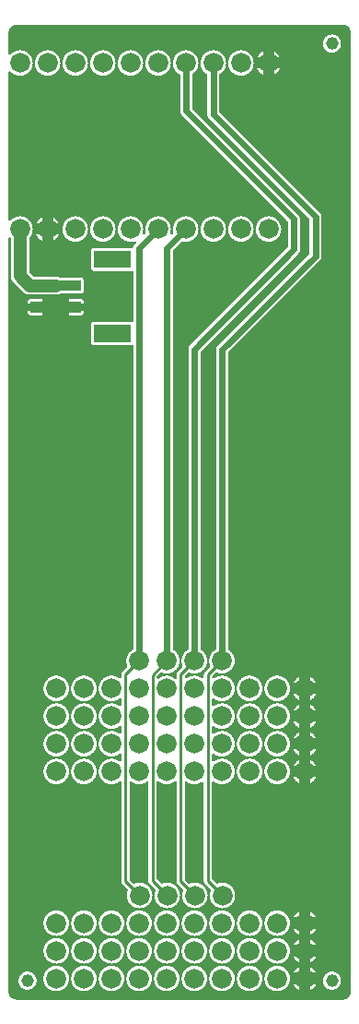
<source format=gbl>
G04 Layer: BottomLayer*
G04 EasyEDA v6.3.43, 2020-05-25T13:15:07--4:00*
G04 e579016d1e7f4addb33e082967b8cc68,7404d47bf86b4b15bb797b085195da26,10*
G04 Gerber Generator version 0.2*
G04 Scale: 100 percent, Rotated: No, Reflected: No *
G04 Dimensions in millimeters *
G04 leading zeros omitted , absolute positions ,3 integer and 3 decimal *
%FSLAX33Y33*%
%MOMM*%
G90*
G71D02*

%ADD10C,0.254000*%
%ADD11C,0.580009*%
%ADD12C,0.614985*%
%ADD18C,1.829003*%
%ADD19C,1.151992*%
%ADD20C,1.159993*%

%LPD*%
G36*
G01X30999Y89743D02*
G01X999Y89743D01*
G01X960Y89742D01*
G01X922Y89739D01*
G01X883Y89734D01*
G01X845Y89727D01*
G01X807Y89718D01*
G01X770Y89707D01*
G01X733Y89694D01*
G01X697Y89679D01*
G01X662Y89662D01*
G01X628Y89644D01*
G01X595Y89623D01*
G01X563Y89601D01*
G01X532Y89578D01*
G01X502Y89552D01*
G01X474Y89525D01*
G01X447Y89497D01*
G01X422Y89467D01*
G01X398Y89437D01*
G01X376Y89404D01*
G01X356Y89371D01*
G01X337Y89337D01*
G01X320Y89302D01*
G01X292Y89230D01*
G01X281Y89192D01*
G01X272Y89154D01*
G01X265Y89116D01*
G01X260Y89077D01*
G01X257Y89039D01*
G01X256Y88999D01*
G01X256Y87072D01*
G01X257Y87058D01*
G01X260Y87044D01*
G01X265Y87030D01*
G01X272Y87017D01*
G01X281Y87005D01*
G01X291Y86995D01*
G01X303Y86987D01*
G01X315Y86980D01*
G01X329Y86975D01*
G01X343Y86971D01*
G01X357Y86970D01*
G01X375Y86972D01*
G01X391Y86976D01*
G01X407Y86983D01*
G01X421Y86992D01*
G01X433Y87004D01*
G01X467Y87040D01*
G01X502Y87074D01*
G01X538Y87107D01*
G01X576Y87138D01*
G01X615Y87168D01*
G01X655Y87195D01*
G01X697Y87221D01*
G01X739Y87246D01*
G01X783Y87269D01*
G01X827Y87289D01*
G01X872Y87309D01*
G01X918Y87326D01*
G01X964Y87341D01*
G01X1012Y87354D01*
G01X1059Y87365D01*
G01X1108Y87374D01*
G01X1156Y87381D01*
G01X1205Y87386D01*
G01X1253Y87390D01*
G01X1303Y87391D01*
G01X1352Y87390D01*
G01X1400Y87386D01*
G01X1449Y87381D01*
G01X1498Y87374D01*
G01X1546Y87365D01*
G01X1593Y87354D01*
G01X1641Y87341D01*
G01X1687Y87326D01*
G01X1733Y87309D01*
G01X1778Y87289D01*
G01X1822Y87269D01*
G01X1866Y87246D01*
G01X1909Y87221D01*
G01X1950Y87195D01*
G01X1990Y87168D01*
G01X2029Y87138D01*
G01X2067Y87107D01*
G01X2103Y87074D01*
G01X2138Y87040D01*
G01X2172Y87004D01*
G01X2204Y86967D01*
G01X2234Y86928D01*
G01X2263Y86889D01*
G01X2291Y86848D01*
G01X2316Y86806D01*
G01X2340Y86763D01*
G01X2361Y86719D01*
G01X2381Y86675D01*
G01X2400Y86629D01*
G01X2416Y86583D01*
G01X2430Y86536D01*
G01X2442Y86488D01*
G01X2452Y86441D01*
G01X2461Y86392D01*
G01X2467Y86344D01*
G01X2471Y86295D01*
G01X2473Y86280D01*
G01X2477Y86266D01*
G01X2483Y86253D01*
G01X2491Y86240D01*
G01X2501Y86229D01*
G01X2512Y86220D01*
G01X2501Y86210D01*
G01X2491Y86199D01*
G01X2483Y86187D01*
G01X2477Y86173D01*
G01X2473Y86159D01*
G01X2471Y86144D01*
G01X2467Y86095D01*
G01X2461Y86047D01*
G01X2452Y85999D01*
G01X2442Y85950D01*
G01X2430Y85903D01*
G01X2416Y85856D01*
G01X2400Y85810D01*
G01X2381Y85764D01*
G01X2361Y85720D01*
G01X2340Y85676D01*
G01X2316Y85633D01*
G01X2291Y85591D01*
G01X2263Y85550D01*
G01X2234Y85510D01*
G01X2204Y85472D01*
G01X2172Y85435D01*
G01X2138Y85400D01*
G01X2103Y85365D01*
G01X2067Y85333D01*
G01X2029Y85301D01*
G01X1990Y85272D01*
G01X1950Y85244D01*
G01X1909Y85217D01*
G01X1866Y85193D01*
G01X1822Y85171D01*
G01X1778Y85150D01*
G01X1733Y85130D01*
G01X1641Y85098D01*
G01X1593Y85085D01*
G01X1546Y85074D01*
G01X1498Y85065D01*
G01X1449Y85058D01*
G01X1400Y85053D01*
G01X1352Y85050D01*
G01X1303Y85049D01*
G01X1253Y85050D01*
G01X1205Y85053D01*
G01X1156Y85058D01*
G01X1108Y85065D01*
G01X1059Y85074D01*
G01X1012Y85085D01*
G01X964Y85098D01*
G01X872Y85130D01*
G01X827Y85149D01*
G01X783Y85170D01*
G01X739Y85193D01*
G01X697Y85217D01*
G01X655Y85244D01*
G01X615Y85272D01*
G01X576Y85301D01*
G01X538Y85333D01*
G01X502Y85365D01*
G01X467Y85399D01*
G01X433Y85435D01*
G01X421Y85446D01*
G01X407Y85456D01*
G01X391Y85463D01*
G01X375Y85467D01*
G01X358Y85469D01*
G01X343Y85468D01*
G01X329Y85465D01*
G01X315Y85460D01*
G01X303Y85453D01*
G01X291Y85444D01*
G01X281Y85434D01*
G01X272Y85422D01*
G01X265Y85409D01*
G01X260Y85396D01*
G01X257Y85381D01*
G01X256Y85367D01*
G01X256Y71832D01*
G01X257Y71818D01*
G01X260Y71804D01*
G01X265Y71790D01*
G01X272Y71777D01*
G01X281Y71765D01*
G01X291Y71755D01*
G01X303Y71747D01*
G01X315Y71740D01*
G01X329Y71735D01*
G01X343Y71731D01*
G01X357Y71730D01*
G01X375Y71732D01*
G01X391Y71736D01*
G01X407Y71743D01*
G01X421Y71752D01*
G01X433Y71764D01*
G01X467Y71800D01*
G01X502Y71834D01*
G01X538Y71867D01*
G01X576Y71898D01*
G01X615Y71928D01*
G01X655Y71955D01*
G01X697Y71981D01*
G01X739Y72006D01*
G01X783Y72029D01*
G01X827Y72049D01*
G01X872Y72069D01*
G01X918Y72086D01*
G01X964Y72101D01*
G01X1012Y72114D01*
G01X1059Y72125D01*
G01X1108Y72134D01*
G01X1156Y72141D01*
G01X1205Y72146D01*
G01X1253Y72150D01*
G01X1303Y72151D01*
G01X1352Y72150D01*
G01X1400Y72146D01*
G01X1449Y72141D01*
G01X1498Y72134D01*
G01X1546Y72125D01*
G01X1593Y72114D01*
G01X1641Y72101D01*
G01X1687Y72086D01*
G01X1733Y72069D01*
G01X1778Y72049D01*
G01X1822Y72029D01*
G01X1866Y72006D01*
G01X1909Y71981D01*
G01X1950Y71955D01*
G01X1990Y71928D01*
G01X2029Y71898D01*
G01X2067Y71867D01*
G01X2103Y71834D01*
G01X2138Y71800D01*
G01X2172Y71764D01*
G01X2204Y71727D01*
G01X2234Y71688D01*
G01X2263Y71649D01*
G01X2291Y71608D01*
G01X2316Y71566D01*
G01X2340Y71523D01*
G01X2361Y71479D01*
G01X2381Y71435D01*
G01X2400Y71389D01*
G01X2416Y71343D01*
G01X2430Y71296D01*
G01X2442Y71248D01*
G01X2452Y71201D01*
G01X2461Y71152D01*
G01X2467Y71104D01*
G01X2471Y71055D01*
G01X2474Y70980D01*
G01X2471Y70904D01*
G01X2467Y70855D01*
G01X2461Y70805D01*
G01X2452Y70757D01*
G01X2442Y70708D01*
G01X2429Y70660D01*
G01X2415Y70613D01*
G01X2398Y70566D01*
G01X2380Y70520D01*
G01X2359Y70475D01*
G01X2337Y70430D01*
G01X2313Y70387D01*
G01X2287Y70345D01*
G01X2259Y70304D01*
G01X2229Y70264D01*
G01X2198Y70226D01*
G01X2166Y70188D01*
G01X2156Y70176D01*
G01X2149Y70163D01*
G01X2144Y70150D01*
G01X2140Y70135D01*
G01X2139Y70120D01*
G01X2139Y67085D01*
G01X2140Y67069D01*
G01X2144Y67054D01*
G01X2150Y67039D01*
G01X2158Y67025D01*
G01X2169Y67013D01*
G01X2526Y66657D01*
G01X2538Y66646D01*
G01X2551Y66638D01*
G01X2566Y66632D01*
G01X2581Y66628D01*
G01X2598Y66627D01*
G01X4596Y66627D01*
G01X4639Y66626D01*
G01X4683Y66622D01*
G01X4726Y66616D01*
G01X4768Y66609D01*
G01X4811Y66599D01*
G01X4852Y66586D01*
G01X4893Y66572D01*
G01X4933Y66555D01*
G01X4953Y66549D01*
G01X4975Y66547D01*
G01X6896Y66547D01*
G01X6920Y66546D01*
G01X6943Y66543D01*
G01X6966Y66537D01*
G01X6989Y66530D01*
G01X7010Y66520D01*
G01X7031Y66509D01*
G01X7051Y66495D01*
G01X7069Y66480D01*
G01X7085Y66464D01*
G01X7101Y66445D01*
G01X7114Y66425D01*
G01X7125Y66405D01*
G01X7135Y66383D01*
G01X7143Y66361D01*
G01X7148Y66338D01*
G01X7151Y66314D01*
G01X7152Y66290D01*
G01X7152Y65290D01*
G01X7151Y65266D01*
G01X7148Y65243D01*
G01X7143Y65219D01*
G01X7135Y65197D01*
G01X7125Y65175D01*
G01X7114Y65155D01*
G01X7101Y65135D01*
G01X7085Y65117D01*
G01X7069Y65100D01*
G01X7051Y65085D01*
G01X7031Y65072D01*
G01X7010Y65060D01*
G01X6989Y65051D01*
G01X6966Y65043D01*
G01X6943Y65038D01*
G01X6920Y65034D01*
G01X6896Y65033D01*
G01X4974Y65033D01*
G01X4953Y65031D01*
G01X4933Y65024D01*
G01X4893Y65008D01*
G01X4852Y64994D01*
G01X4811Y64982D01*
G01X4768Y64972D01*
G01X4726Y64964D01*
G01X4682Y64958D01*
G01X4639Y64955D01*
G01X4596Y64954D01*
G01X2209Y64954D01*
G01X2165Y64955D01*
G01X2122Y64958D01*
G01X2078Y64964D01*
G01X2035Y64972D01*
G01X1993Y64982D01*
G01X1950Y64994D01*
G01X1909Y65009D01*
G01X1869Y65026D01*
G01X1829Y65045D01*
G01X1790Y65065D01*
G01X1753Y65088D01*
G01X1717Y65113D01*
G01X1682Y65140D01*
G01X1649Y65169D01*
G01X1617Y65199D01*
G01X711Y66105D01*
G01X681Y66137D01*
G01X653Y66170D01*
G01X626Y66205D01*
G01X601Y66241D01*
G01X578Y66278D01*
G01X557Y66317D01*
G01X538Y66356D01*
G01X521Y66397D01*
G01X507Y66438D01*
G01X495Y66480D01*
G01X484Y66522D01*
G01X476Y66566D01*
G01X471Y66609D01*
G01X467Y66653D01*
G01X466Y66697D01*
G01X466Y70120D01*
G01X465Y70135D01*
G01X462Y70149D01*
G01X456Y70163D01*
G01X449Y70176D01*
G01X439Y70188D01*
G01X433Y70195D01*
G01X421Y70206D01*
G01X407Y70216D01*
G01X391Y70223D01*
G01X375Y70227D01*
G01X358Y70229D01*
G01X343Y70228D01*
G01X329Y70225D01*
G01X315Y70220D01*
G01X303Y70213D01*
G01X291Y70204D01*
G01X281Y70194D01*
G01X272Y70182D01*
G01X265Y70169D01*
G01X260Y70156D01*
G01X257Y70141D01*
G01X256Y70127D01*
G01X256Y1000D01*
G01X257Y960D01*
G01X260Y922D01*
G01X265Y883D01*
G01X272Y845D01*
G01X281Y807D01*
G01X292Y770D01*
G01X306Y733D01*
G01X320Y697D01*
G01X337Y662D01*
G01X356Y628D01*
G01X376Y595D01*
G01X398Y563D01*
G01X422Y532D01*
G01X447Y502D01*
G01X474Y474D01*
G01X502Y447D01*
G01X532Y421D01*
G01X563Y398D01*
G01X595Y376D01*
G01X628Y355D01*
G01X662Y337D01*
G01X697Y320D01*
G01X733Y306D01*
G01X770Y292D01*
G01X807Y281D01*
G01X845Y272D01*
G01X883Y265D01*
G01X922Y260D01*
G01X960Y257D01*
G01X999Y256D01*
G01X30999Y256D01*
G01X31039Y257D01*
G01X31077Y260D01*
G01X31116Y265D01*
G01X31154Y272D01*
G01X31192Y281D01*
G01X31229Y292D01*
G01X31266Y306D01*
G01X31302Y320D01*
G01X31337Y337D01*
G01X31371Y355D01*
G01X31404Y376D01*
G01X31436Y398D01*
G01X31467Y421D01*
G01X31497Y447D01*
G01X31525Y474D01*
G01X31552Y502D01*
G01X31578Y532D01*
G01X31601Y563D01*
G01X31623Y595D01*
G01X31644Y628D01*
G01X31662Y662D01*
G01X31679Y697D01*
G01X31693Y733D01*
G01X31707Y770D01*
G01X31718Y807D01*
G01X31727Y845D01*
G01X31734Y883D01*
G01X31739Y922D01*
G01X31742Y960D01*
G01X31743Y1000D01*
G01X31743Y88999D01*
G01X31742Y89039D01*
G01X31739Y89077D01*
G01X31734Y89116D01*
G01X31727Y89154D01*
G01X31718Y89192D01*
G01X31707Y89230D01*
G01X31679Y89302D01*
G01X31662Y89337D01*
G01X31644Y89371D01*
G01X31623Y89404D01*
G01X31601Y89437D01*
G01X31578Y89467D01*
G01X31552Y89497D01*
G01X31525Y89525D01*
G01X31497Y89552D01*
G01X31467Y89578D01*
G01X31436Y89601D01*
G01X31404Y89623D01*
G01X31371Y89644D01*
G01X31337Y89662D01*
G01X31302Y89679D01*
G01X31266Y89694D01*
G01X31229Y89707D01*
G01X31192Y89718D01*
G01X31154Y89727D01*
G01X31116Y89734D01*
G01X31077Y89739D01*
G01X31039Y89742D01*
G01X30999Y89743D01*
G37*

%LPC*%
G36*
G01X24969Y3398D02*
G01X24959Y3410D01*
G01X24950Y3398D01*
G01X24939Y3388D01*
G01X24913Y3374D01*
G01X24899Y3370D01*
G01X24884Y3368D01*
G01X24835Y3364D01*
G01X24786Y3358D01*
G01X24736Y3349D01*
G01X24688Y3338D01*
G01X24640Y3326D01*
G01X24593Y3311D01*
G01X24546Y3295D01*
G01X24500Y3276D01*
G01X24454Y3256D01*
G01X24410Y3234D01*
G01X24366Y3209D01*
G01X24324Y3183D01*
G01X24283Y3156D01*
G01X24243Y3126D01*
G01X24204Y3095D01*
G01X24167Y3062D01*
G01X24131Y3028D01*
G01X24097Y2991D01*
G01X24064Y2954D01*
G01X24033Y2916D01*
G01X24004Y2876D01*
G01X23976Y2835D01*
G01X23950Y2792D01*
G01X23926Y2749D01*
G01X23903Y2705D01*
G01X23883Y2660D01*
G01X23864Y2613D01*
G01X23847Y2567D01*
G01X23833Y2519D01*
G01X23820Y2471D01*
G01X23810Y2422D01*
G01X23802Y2374D01*
G01X23795Y2324D01*
G01X23791Y2275D01*
G01X23789Y2260D01*
G01X23785Y2246D01*
G01X23779Y2232D01*
G01X23771Y2220D01*
G01X23761Y2209D01*
G01X23750Y2199D01*
G01X23761Y2190D01*
G01X23771Y2179D01*
G01X23779Y2166D01*
G01X23785Y2153D01*
G01X23789Y2139D01*
G01X23791Y2124D01*
G01X23795Y2076D01*
G01X23801Y2027D01*
G01X23810Y1978D01*
G01X23820Y1930D01*
G01X23832Y1883D01*
G01X23846Y1836D01*
G01X23880Y1744D01*
G01X23922Y1656D01*
G01X23946Y1613D01*
G01X23971Y1571D01*
G01X23999Y1530D01*
G01X24028Y1491D01*
G01X24058Y1452D01*
G01X24090Y1415D01*
G01X24124Y1380D01*
G01X24159Y1345D01*
G01X24195Y1313D01*
G01X24233Y1281D01*
G01X24272Y1252D01*
G01X24312Y1224D01*
G01X24353Y1198D01*
G01X24396Y1173D01*
G01X24439Y1150D01*
G01X24529Y1110D01*
G01X24621Y1078D01*
G01X24669Y1065D01*
G01X24716Y1054D01*
G01X24764Y1045D01*
G01X24813Y1038D01*
G01X24862Y1033D01*
G01X24911Y1030D01*
G01X24959Y1029D01*
G01X25009Y1030D01*
G01X25057Y1033D01*
G01X25106Y1038D01*
G01X25154Y1045D01*
G01X25203Y1054D01*
G01X25250Y1065D01*
G01X25298Y1078D01*
G01X25390Y1110D01*
G01X25480Y1150D01*
G01X25523Y1173D01*
G01X25565Y1198D01*
G01X25607Y1224D01*
G01X25647Y1252D01*
G01X25686Y1281D01*
G01X25724Y1313D01*
G01X25760Y1345D01*
G01X25795Y1380D01*
G01X25829Y1415D01*
G01X25861Y1452D01*
G01X25891Y1491D01*
G01X25920Y1530D01*
G01X25947Y1571D01*
G01X25973Y1613D01*
G01X25997Y1656D01*
G01X26018Y1700D01*
G01X26038Y1744D01*
G01X26057Y1790D01*
G01X26073Y1836D01*
G01X26087Y1883D01*
G01X26099Y1930D01*
G01X26109Y1978D01*
G01X26118Y2027D01*
G01X26124Y2076D01*
G01X26128Y2124D01*
G01X26131Y2199D01*
G01X26128Y2275D01*
G01X26124Y2324D01*
G01X26118Y2374D01*
G01X26109Y2422D01*
G01X26099Y2471D01*
G01X26086Y2519D01*
G01X26071Y2567D01*
G01X26055Y2613D01*
G01X26036Y2660D01*
G01X26016Y2705D01*
G01X25994Y2749D01*
G01X25969Y2792D01*
G01X25943Y2835D01*
G01X25915Y2876D01*
G01X25886Y2916D01*
G01X25855Y2954D01*
G01X25822Y2991D01*
G01X25787Y3028D01*
G01X25752Y3062D01*
G01X25714Y3095D01*
G01X25676Y3126D01*
G01X25636Y3156D01*
G01X25595Y3183D01*
G01X25553Y3209D01*
G01X25509Y3234D01*
G01X25465Y3256D01*
G01X25420Y3276D01*
G01X25373Y3295D01*
G01X25327Y3311D01*
G01X25279Y3326D01*
G01X25231Y3338D01*
G01X25183Y3349D01*
G01X25134Y3358D01*
G01X25084Y3364D01*
G01X25035Y3368D01*
G01X25020Y3370D01*
G01X25006Y3374D01*
G01X24980Y3388D01*
G01X24969Y3398D01*
G37*
G36*
G01X4649Y3398D02*
G01X4639Y3410D01*
G01X4630Y3398D01*
G01X4619Y3388D01*
G01X4593Y3374D01*
G01X4579Y3370D01*
G01X4564Y3368D01*
G01X4515Y3364D01*
G01X4467Y3358D01*
G01X4418Y3350D01*
G01X4371Y3339D01*
G01X4323Y3327D01*
G01X4276Y3312D01*
G01X4230Y3297D01*
G01X4184Y3278D01*
G01X4139Y3259D01*
G01X4096Y3237D01*
G01X4053Y3213D01*
G01X4011Y3188D01*
G01X3970Y3161D01*
G01X3931Y3132D01*
G01X3892Y3101D01*
G01X3855Y3069D01*
G01X3819Y3036D01*
G01X3785Y3001D01*
G01X3752Y2964D01*
G01X3721Y2926D01*
G01X3692Y2887D01*
G01X3664Y2847D01*
G01X3638Y2806D01*
G01X3613Y2763D01*
G01X3590Y2720D01*
G01X3569Y2675D01*
G01X3551Y2630D01*
G01X3533Y2584D01*
G01X3518Y2538D01*
G01X3505Y2491D01*
G01X3494Y2443D01*
G01X3485Y2395D01*
G01X3478Y2346D01*
G01X3472Y2298D01*
G01X3469Y2248D01*
G01X3468Y2199D01*
G01X3469Y2150D01*
G01X3473Y2100D01*
G01X3478Y2051D01*
G01X3485Y2001D01*
G01X3495Y1953D01*
G01X3506Y1904D01*
G01X3520Y1857D01*
G01X3535Y1809D01*
G01X3553Y1763D01*
G01X3573Y1717D01*
G01X3594Y1672D01*
G01X3617Y1628D01*
G01X3642Y1585D01*
G01X3698Y1503D01*
G01X3728Y1464D01*
G01X3760Y1426D01*
G01X3794Y1389D01*
G01X3829Y1354D01*
G01X3866Y1321D01*
G01X3904Y1289D01*
G01X3943Y1258D01*
G01X3984Y1229D01*
G01X4026Y1202D01*
G01X4068Y1177D01*
G01X4113Y1154D01*
G01X4157Y1132D01*
G01X4203Y1113D01*
G01X4249Y1096D01*
G01X4296Y1080D01*
G01X4345Y1066D01*
G01X4393Y1055D01*
G01X4442Y1045D01*
G01X4491Y1038D01*
G01X4540Y1033D01*
G01X4590Y1030D01*
G01X4639Y1029D01*
G01X4689Y1030D01*
G01X4737Y1033D01*
G01X4786Y1038D01*
G01X4834Y1045D01*
G01X4883Y1054D01*
G01X4930Y1065D01*
G01X4978Y1078D01*
G01X5070Y1110D01*
G01X5160Y1150D01*
G01X5203Y1173D01*
G01X5245Y1198D01*
G01X5287Y1224D01*
G01X5327Y1252D01*
G01X5366Y1281D01*
G01X5404Y1313D01*
G01X5440Y1345D01*
G01X5475Y1380D01*
G01X5509Y1415D01*
G01X5541Y1452D01*
G01X5571Y1491D01*
G01X5600Y1530D01*
G01X5627Y1571D01*
G01X5653Y1613D01*
G01X5677Y1656D01*
G01X5698Y1700D01*
G01X5718Y1744D01*
G01X5737Y1790D01*
G01X5753Y1836D01*
G01X5767Y1883D01*
G01X5779Y1930D01*
G01X5789Y1978D01*
G01X5798Y2027D01*
G01X5804Y2076D01*
G01X5808Y2124D01*
G01X5810Y2139D01*
G01X5814Y2153D01*
G01X5820Y2166D01*
G01X5829Y2179D01*
G01X5838Y2190D01*
G01X5849Y2199D01*
G01X5838Y2209D01*
G01X5829Y2220D01*
G01X5820Y2232D01*
G01X5814Y2246D01*
G01X5810Y2260D01*
G01X5808Y2275D01*
G01X5804Y2324D01*
G01X5798Y2374D01*
G01X5789Y2422D01*
G01X5779Y2471D01*
G01X5766Y2519D01*
G01X5751Y2567D01*
G01X5735Y2613D01*
G01X5716Y2660D01*
G01X5696Y2705D01*
G01X5674Y2749D01*
G01X5649Y2792D01*
G01X5623Y2835D01*
G01X5595Y2876D01*
G01X5566Y2916D01*
G01X5535Y2954D01*
G01X5502Y2991D01*
G01X5467Y3028D01*
G01X5432Y3062D01*
G01X5394Y3095D01*
G01X5356Y3126D01*
G01X5316Y3156D01*
G01X5275Y3183D01*
G01X5233Y3209D01*
G01X5189Y3234D01*
G01X5145Y3256D01*
G01X5100Y3276D01*
G01X5053Y3295D01*
G01X5007Y3311D01*
G01X4959Y3326D01*
G01X4911Y3338D01*
G01X4863Y3349D01*
G01X4814Y3358D01*
G01X4764Y3364D01*
G01X4715Y3368D01*
G01X4700Y3370D01*
G01X4686Y3374D01*
G01X4660Y3388D01*
G01X4649Y3398D01*
G37*
G36*
G01X9729Y3398D02*
G01X9719Y3410D01*
G01X9710Y3398D01*
G01X9699Y3388D01*
G01X9673Y3374D01*
G01X9659Y3370D01*
G01X9644Y3368D01*
G01X9595Y3364D01*
G01X9546Y3358D01*
G01X9496Y3349D01*
G01X9448Y3338D01*
G01X9400Y3326D01*
G01X9353Y3311D01*
G01X9306Y3295D01*
G01X9260Y3276D01*
G01X9214Y3256D01*
G01X9170Y3234D01*
G01X9126Y3209D01*
G01X9084Y3183D01*
G01X9043Y3156D01*
G01X9003Y3126D01*
G01X8964Y3095D01*
G01X8927Y3062D01*
G01X8891Y3028D01*
G01X8857Y2991D01*
G01X8824Y2954D01*
G01X8793Y2916D01*
G01X8764Y2876D01*
G01X8736Y2835D01*
G01X8710Y2792D01*
G01X8686Y2749D01*
G01X8663Y2705D01*
G01X8643Y2660D01*
G01X8624Y2613D01*
G01X8607Y2567D01*
G01X8593Y2519D01*
G01X8580Y2471D01*
G01X8570Y2422D01*
G01X8562Y2374D01*
G01X8555Y2324D01*
G01X8551Y2275D01*
G01X8549Y2260D01*
G01X8545Y2246D01*
G01X8539Y2232D01*
G01X8531Y2220D01*
G01X8521Y2209D01*
G01X8510Y2199D01*
G01X8521Y2190D01*
G01X8531Y2179D01*
G01X8539Y2166D01*
G01X8545Y2153D01*
G01X8549Y2139D01*
G01X8551Y2124D01*
G01X8555Y2076D01*
G01X8561Y2027D01*
G01X8570Y1978D01*
G01X8580Y1930D01*
G01X8592Y1883D01*
G01X8606Y1836D01*
G01X8640Y1744D01*
G01X8682Y1656D01*
G01X8706Y1613D01*
G01X8731Y1571D01*
G01X8759Y1530D01*
G01X8788Y1491D01*
G01X8818Y1452D01*
G01X8850Y1415D01*
G01X8884Y1380D01*
G01X8919Y1345D01*
G01X8955Y1313D01*
G01X8993Y1281D01*
G01X9032Y1252D01*
G01X9072Y1224D01*
G01X9113Y1198D01*
G01X9156Y1173D01*
G01X9199Y1150D01*
G01X9289Y1110D01*
G01X9381Y1078D01*
G01X9429Y1065D01*
G01X9476Y1054D01*
G01X9524Y1045D01*
G01X9573Y1038D01*
G01X9622Y1033D01*
G01X9671Y1030D01*
G01X9719Y1029D01*
G01X9769Y1030D01*
G01X9817Y1033D01*
G01X9866Y1038D01*
G01X9914Y1045D01*
G01X9963Y1054D01*
G01X10010Y1065D01*
G01X10058Y1078D01*
G01X10150Y1110D01*
G01X10240Y1150D01*
G01X10283Y1173D01*
G01X10325Y1198D01*
G01X10367Y1224D01*
G01X10407Y1252D01*
G01X10446Y1281D01*
G01X10484Y1313D01*
G01X10520Y1345D01*
G01X10555Y1380D01*
G01X10589Y1415D01*
G01X10621Y1452D01*
G01X10651Y1491D01*
G01X10680Y1530D01*
G01X10707Y1571D01*
G01X10733Y1613D01*
G01X10757Y1656D01*
G01X10778Y1700D01*
G01X10798Y1744D01*
G01X10817Y1790D01*
G01X10833Y1836D01*
G01X10847Y1883D01*
G01X10859Y1930D01*
G01X10869Y1978D01*
G01X10878Y2027D01*
G01X10884Y2076D01*
G01X10888Y2124D01*
G01X10890Y2139D01*
G01X10894Y2153D01*
G01X10900Y2166D01*
G01X10909Y2179D01*
G01X10918Y2190D01*
G01X10929Y2199D01*
G01X10918Y2209D01*
G01X10909Y2220D01*
G01X10900Y2232D01*
G01X10894Y2246D01*
G01X10890Y2260D01*
G01X10888Y2275D01*
G01X10884Y2324D01*
G01X10878Y2374D01*
G01X10869Y2422D01*
G01X10859Y2471D01*
G01X10846Y2519D01*
G01X10831Y2567D01*
G01X10815Y2613D01*
G01X10796Y2660D01*
G01X10776Y2705D01*
G01X10754Y2749D01*
G01X10729Y2792D01*
G01X10703Y2835D01*
G01X10675Y2876D01*
G01X10646Y2916D01*
G01X10615Y2954D01*
G01X10582Y2991D01*
G01X10547Y3028D01*
G01X10512Y3062D01*
G01X10474Y3095D01*
G01X10436Y3126D01*
G01X10396Y3156D01*
G01X10355Y3183D01*
G01X10313Y3209D01*
G01X10269Y3234D01*
G01X10225Y3256D01*
G01X10180Y3276D01*
G01X10133Y3295D01*
G01X10087Y3311D01*
G01X10039Y3326D01*
G01X9991Y3338D01*
G01X9943Y3349D01*
G01X9894Y3358D01*
G01X9844Y3364D01*
G01X9795Y3368D01*
G01X9780Y3370D01*
G01X9766Y3374D01*
G01X9740Y3388D01*
G01X9729Y3398D01*
G37*
G36*
G01X19889Y3398D02*
G01X19879Y3410D01*
G01X19870Y3398D01*
G01X19859Y3388D01*
G01X19833Y3374D01*
G01X19819Y3370D01*
G01X19804Y3368D01*
G01X19755Y3364D01*
G01X19706Y3358D01*
G01X19656Y3349D01*
G01X19608Y3338D01*
G01X19560Y3326D01*
G01X19513Y3311D01*
G01X19466Y3295D01*
G01X19420Y3276D01*
G01X19374Y3256D01*
G01X19330Y3234D01*
G01X19286Y3209D01*
G01X19244Y3183D01*
G01X19203Y3156D01*
G01X19163Y3126D01*
G01X19124Y3095D01*
G01X19087Y3062D01*
G01X19051Y3028D01*
G01X19017Y2991D01*
G01X18984Y2954D01*
G01X18953Y2916D01*
G01X18924Y2876D01*
G01X18896Y2835D01*
G01X18870Y2792D01*
G01X18846Y2749D01*
G01X18823Y2705D01*
G01X18803Y2660D01*
G01X18784Y2613D01*
G01X18767Y2567D01*
G01X18753Y2519D01*
G01X18740Y2471D01*
G01X18730Y2422D01*
G01X18722Y2374D01*
G01X18715Y2324D01*
G01X18711Y2275D01*
G01X18709Y2260D01*
G01X18705Y2246D01*
G01X18699Y2232D01*
G01X18691Y2220D01*
G01X18681Y2209D01*
G01X18670Y2199D01*
G01X18681Y2190D01*
G01X18691Y2179D01*
G01X18699Y2166D01*
G01X18705Y2153D01*
G01X18709Y2139D01*
G01X18711Y2124D01*
G01X18715Y2076D01*
G01X18721Y2027D01*
G01X18730Y1978D01*
G01X18740Y1930D01*
G01X18752Y1883D01*
G01X18766Y1836D01*
G01X18800Y1744D01*
G01X18842Y1656D01*
G01X18866Y1613D01*
G01X18891Y1571D01*
G01X18919Y1530D01*
G01X18948Y1491D01*
G01X18978Y1452D01*
G01X19010Y1415D01*
G01X19044Y1380D01*
G01X19079Y1345D01*
G01X19115Y1313D01*
G01X19153Y1281D01*
G01X19192Y1252D01*
G01X19232Y1224D01*
G01X19273Y1198D01*
G01X19316Y1173D01*
G01X19359Y1150D01*
G01X19449Y1110D01*
G01X19541Y1078D01*
G01X19589Y1065D01*
G01X19636Y1054D01*
G01X19684Y1045D01*
G01X19733Y1038D01*
G01X19782Y1033D01*
G01X19831Y1030D01*
G01X19879Y1029D01*
G01X19929Y1030D01*
G01X19977Y1033D01*
G01X20026Y1038D01*
G01X20074Y1045D01*
G01X20123Y1054D01*
G01X20170Y1065D01*
G01X20218Y1078D01*
G01X20310Y1110D01*
G01X20400Y1150D01*
G01X20443Y1173D01*
G01X20485Y1198D01*
G01X20527Y1224D01*
G01X20567Y1252D01*
G01X20606Y1281D01*
G01X20644Y1313D01*
G01X20680Y1345D01*
G01X20715Y1380D01*
G01X20749Y1415D01*
G01X20781Y1452D01*
G01X20811Y1491D01*
G01X20840Y1530D01*
G01X20867Y1571D01*
G01X20893Y1613D01*
G01X20917Y1656D01*
G01X20938Y1700D01*
G01X20958Y1744D01*
G01X20977Y1790D01*
G01X20993Y1836D01*
G01X21007Y1883D01*
G01X21019Y1930D01*
G01X21029Y1978D01*
G01X21038Y2027D01*
G01X21044Y2076D01*
G01X21048Y2124D01*
G01X21050Y2139D01*
G01X21054Y2153D01*
G01X21060Y2166D01*
G01X21069Y2179D01*
G01X21078Y2190D01*
G01X21089Y2199D01*
G01X21078Y2209D01*
G01X21069Y2220D01*
G01X21060Y2232D01*
G01X21054Y2246D01*
G01X21050Y2260D01*
G01X21048Y2275D01*
G01X21044Y2324D01*
G01X21038Y2374D01*
G01X21029Y2422D01*
G01X21019Y2471D01*
G01X21006Y2519D01*
G01X20991Y2567D01*
G01X20975Y2613D01*
G01X20956Y2660D01*
G01X20936Y2705D01*
G01X20914Y2749D01*
G01X20889Y2792D01*
G01X20863Y2835D01*
G01X20835Y2876D01*
G01X20806Y2916D01*
G01X20775Y2954D01*
G01X20742Y2991D01*
G01X20707Y3028D01*
G01X20672Y3062D01*
G01X20634Y3095D01*
G01X20596Y3126D01*
G01X20556Y3156D01*
G01X20515Y3183D01*
G01X20473Y3209D01*
G01X20429Y3234D01*
G01X20385Y3256D01*
G01X20340Y3276D01*
G01X20293Y3295D01*
G01X20247Y3311D01*
G01X20199Y3326D01*
G01X20151Y3338D01*
G01X20103Y3349D01*
G01X20054Y3358D01*
G01X20004Y3364D01*
G01X19955Y3368D01*
G01X19940Y3370D01*
G01X19926Y3374D01*
G01X19900Y3388D01*
G01X19889Y3398D01*
G37*
G36*
G01X12269Y3398D02*
G01X12259Y3410D01*
G01X12250Y3398D01*
G01X12239Y3388D01*
G01X12213Y3374D01*
G01X12199Y3370D01*
G01X12184Y3368D01*
G01X12135Y3364D01*
G01X12086Y3358D01*
G01X12036Y3349D01*
G01X11988Y3338D01*
G01X11940Y3326D01*
G01X11893Y3311D01*
G01X11846Y3295D01*
G01X11800Y3276D01*
G01X11754Y3256D01*
G01X11710Y3234D01*
G01X11666Y3209D01*
G01X11624Y3183D01*
G01X11583Y3156D01*
G01X11543Y3126D01*
G01X11504Y3095D01*
G01X11467Y3062D01*
G01X11431Y3028D01*
G01X11397Y2991D01*
G01X11364Y2954D01*
G01X11333Y2916D01*
G01X11304Y2876D01*
G01X11276Y2835D01*
G01X11250Y2792D01*
G01X11226Y2749D01*
G01X11203Y2705D01*
G01X11183Y2660D01*
G01X11164Y2613D01*
G01X11147Y2567D01*
G01X11133Y2519D01*
G01X11120Y2471D01*
G01X11110Y2422D01*
G01X11102Y2374D01*
G01X11095Y2324D01*
G01X11091Y2275D01*
G01X11089Y2260D01*
G01X11085Y2246D01*
G01X11079Y2232D01*
G01X11071Y2220D01*
G01X11061Y2209D01*
G01X11050Y2199D01*
G01X11061Y2190D01*
G01X11071Y2179D01*
G01X11079Y2166D01*
G01X11085Y2153D01*
G01X11089Y2139D01*
G01X11091Y2124D01*
G01X11095Y2076D01*
G01X11101Y2027D01*
G01X11110Y1978D01*
G01X11120Y1930D01*
G01X11132Y1883D01*
G01X11146Y1836D01*
G01X11180Y1744D01*
G01X11222Y1656D01*
G01X11246Y1613D01*
G01X11271Y1571D01*
G01X11299Y1530D01*
G01X11328Y1491D01*
G01X11358Y1452D01*
G01X11390Y1415D01*
G01X11424Y1380D01*
G01X11459Y1345D01*
G01X11495Y1313D01*
G01X11533Y1281D01*
G01X11572Y1252D01*
G01X11612Y1224D01*
G01X11653Y1198D01*
G01X11696Y1173D01*
G01X11739Y1150D01*
G01X11829Y1110D01*
G01X11921Y1078D01*
G01X11969Y1065D01*
G01X12016Y1054D01*
G01X12064Y1045D01*
G01X12113Y1038D01*
G01X12162Y1033D01*
G01X12211Y1030D01*
G01X12259Y1029D01*
G01X12309Y1030D01*
G01X12357Y1033D01*
G01X12406Y1038D01*
G01X12454Y1045D01*
G01X12503Y1054D01*
G01X12550Y1065D01*
G01X12598Y1078D01*
G01X12690Y1110D01*
G01X12780Y1150D01*
G01X12823Y1173D01*
G01X12865Y1198D01*
G01X12907Y1224D01*
G01X12947Y1252D01*
G01X12986Y1281D01*
G01X13024Y1313D01*
G01X13060Y1345D01*
G01X13095Y1380D01*
G01X13129Y1415D01*
G01X13161Y1452D01*
G01X13191Y1491D01*
G01X13220Y1530D01*
G01X13247Y1571D01*
G01X13273Y1613D01*
G01X13297Y1656D01*
G01X13318Y1700D01*
G01X13338Y1744D01*
G01X13357Y1790D01*
G01X13373Y1836D01*
G01X13387Y1883D01*
G01X13399Y1930D01*
G01X13409Y1978D01*
G01X13418Y2027D01*
G01X13424Y2076D01*
G01X13428Y2124D01*
G01X13430Y2139D01*
G01X13434Y2153D01*
G01X13440Y2166D01*
G01X13449Y2179D01*
G01X13458Y2190D01*
G01X13469Y2199D01*
G01X13458Y2209D01*
G01X13449Y2220D01*
G01X13440Y2232D01*
G01X13434Y2246D01*
G01X13430Y2260D01*
G01X13428Y2275D01*
G01X13424Y2324D01*
G01X13418Y2374D01*
G01X13409Y2422D01*
G01X13399Y2471D01*
G01X13386Y2519D01*
G01X13371Y2567D01*
G01X13355Y2613D01*
G01X13336Y2660D01*
G01X13316Y2705D01*
G01X13294Y2749D01*
G01X13269Y2792D01*
G01X13243Y2835D01*
G01X13215Y2876D01*
G01X13186Y2916D01*
G01X13155Y2954D01*
G01X13122Y2991D01*
G01X13087Y3028D01*
G01X13052Y3062D01*
G01X13014Y3095D01*
G01X12976Y3126D01*
G01X12936Y3156D01*
G01X12895Y3183D01*
G01X12853Y3209D01*
G01X12809Y3234D01*
G01X12765Y3256D01*
G01X12720Y3276D01*
G01X12673Y3295D01*
G01X12627Y3311D01*
G01X12579Y3326D01*
G01X12531Y3338D01*
G01X12483Y3349D01*
G01X12434Y3358D01*
G01X12384Y3364D01*
G01X12335Y3368D01*
G01X12320Y3370D01*
G01X12306Y3374D01*
G01X12280Y3388D01*
G01X12269Y3398D01*
G37*
G36*
G01X14809Y3398D02*
G01X14799Y3410D01*
G01X14790Y3398D01*
G01X14779Y3388D01*
G01X14753Y3374D01*
G01X14739Y3370D01*
G01X14724Y3368D01*
G01X14675Y3364D01*
G01X14626Y3358D01*
G01X14576Y3349D01*
G01X14528Y3338D01*
G01X14480Y3326D01*
G01X14433Y3311D01*
G01X14386Y3295D01*
G01X14340Y3276D01*
G01X14294Y3256D01*
G01X14250Y3234D01*
G01X14206Y3209D01*
G01X14164Y3183D01*
G01X14123Y3156D01*
G01X14083Y3126D01*
G01X14044Y3095D01*
G01X14007Y3062D01*
G01X13971Y3028D01*
G01X13937Y2991D01*
G01X13904Y2954D01*
G01X13873Y2916D01*
G01X13844Y2876D01*
G01X13816Y2835D01*
G01X13790Y2792D01*
G01X13766Y2749D01*
G01X13743Y2705D01*
G01X13723Y2660D01*
G01X13704Y2613D01*
G01X13687Y2567D01*
G01X13673Y2519D01*
G01X13660Y2471D01*
G01X13650Y2422D01*
G01X13642Y2374D01*
G01X13635Y2324D01*
G01X13631Y2275D01*
G01X13629Y2260D01*
G01X13625Y2246D01*
G01X13619Y2232D01*
G01X13611Y2220D01*
G01X13601Y2209D01*
G01X13590Y2199D01*
G01X13601Y2190D01*
G01X13611Y2179D01*
G01X13619Y2166D01*
G01X13625Y2153D01*
G01X13629Y2139D01*
G01X13631Y2124D01*
G01X13635Y2076D01*
G01X13641Y2027D01*
G01X13650Y1978D01*
G01X13660Y1930D01*
G01X13672Y1883D01*
G01X13686Y1836D01*
G01X13720Y1744D01*
G01X13762Y1656D01*
G01X13786Y1613D01*
G01X13811Y1571D01*
G01X13839Y1530D01*
G01X13868Y1491D01*
G01X13898Y1452D01*
G01X13930Y1415D01*
G01X13964Y1380D01*
G01X13999Y1345D01*
G01X14035Y1313D01*
G01X14073Y1281D01*
G01X14112Y1252D01*
G01X14152Y1224D01*
G01X14193Y1198D01*
G01X14236Y1173D01*
G01X14279Y1150D01*
G01X14369Y1110D01*
G01X14461Y1078D01*
G01X14509Y1065D01*
G01X14556Y1054D01*
G01X14604Y1045D01*
G01X14653Y1038D01*
G01X14702Y1033D01*
G01X14751Y1030D01*
G01X14799Y1029D01*
G01X14849Y1030D01*
G01X14897Y1033D01*
G01X14946Y1038D01*
G01X14994Y1045D01*
G01X15043Y1054D01*
G01X15090Y1065D01*
G01X15138Y1078D01*
G01X15230Y1110D01*
G01X15320Y1150D01*
G01X15363Y1173D01*
G01X15405Y1198D01*
G01X15447Y1224D01*
G01X15487Y1252D01*
G01X15526Y1281D01*
G01X15564Y1313D01*
G01X15600Y1345D01*
G01X15635Y1380D01*
G01X15669Y1415D01*
G01X15701Y1452D01*
G01X15731Y1491D01*
G01X15760Y1530D01*
G01X15787Y1571D01*
G01X15813Y1613D01*
G01X15837Y1656D01*
G01X15858Y1700D01*
G01X15878Y1744D01*
G01X15897Y1790D01*
G01X15913Y1836D01*
G01X15927Y1883D01*
G01X15939Y1930D01*
G01X15949Y1978D01*
G01X15958Y2027D01*
G01X15964Y2076D01*
G01X15968Y2124D01*
G01X15970Y2139D01*
G01X15974Y2153D01*
G01X15980Y2166D01*
G01X15989Y2179D01*
G01X15998Y2190D01*
G01X16009Y2199D01*
G01X15998Y2209D01*
G01X15989Y2220D01*
G01X15980Y2232D01*
G01X15974Y2246D01*
G01X15970Y2260D01*
G01X15968Y2275D01*
G01X15964Y2324D01*
G01X15958Y2374D01*
G01X15949Y2422D01*
G01X15939Y2471D01*
G01X15926Y2519D01*
G01X15911Y2567D01*
G01X15895Y2613D01*
G01X15876Y2660D01*
G01X15856Y2705D01*
G01X15834Y2749D01*
G01X15809Y2792D01*
G01X15783Y2835D01*
G01X15755Y2876D01*
G01X15726Y2916D01*
G01X15695Y2954D01*
G01X15662Y2991D01*
G01X15627Y3028D01*
G01X15592Y3062D01*
G01X15554Y3095D01*
G01X15516Y3126D01*
G01X15476Y3156D01*
G01X15435Y3183D01*
G01X15393Y3209D01*
G01X15349Y3234D01*
G01X15305Y3256D01*
G01X15260Y3276D01*
G01X15213Y3295D01*
G01X15167Y3311D01*
G01X15119Y3326D01*
G01X15071Y3338D01*
G01X15023Y3349D01*
G01X14974Y3358D01*
G01X14924Y3364D01*
G01X14875Y3368D01*
G01X14860Y3370D01*
G01X14846Y3374D01*
G01X14820Y3388D01*
G01X14809Y3398D01*
G37*
G36*
G01X17349Y3398D02*
G01X17339Y3410D01*
G01X17330Y3398D01*
G01X17319Y3388D01*
G01X17293Y3374D01*
G01X17279Y3370D01*
G01X17264Y3368D01*
G01X17215Y3364D01*
G01X17166Y3358D01*
G01X17116Y3349D01*
G01X17068Y3338D01*
G01X17020Y3326D01*
G01X16973Y3311D01*
G01X16926Y3295D01*
G01X16880Y3276D01*
G01X16834Y3256D01*
G01X16790Y3234D01*
G01X16746Y3209D01*
G01X16704Y3183D01*
G01X16663Y3156D01*
G01X16623Y3126D01*
G01X16584Y3095D01*
G01X16547Y3062D01*
G01X16511Y3028D01*
G01X16477Y2991D01*
G01X16444Y2954D01*
G01X16413Y2916D01*
G01X16384Y2876D01*
G01X16356Y2835D01*
G01X16330Y2792D01*
G01X16306Y2749D01*
G01X16283Y2705D01*
G01X16263Y2660D01*
G01X16244Y2613D01*
G01X16227Y2567D01*
G01X16213Y2519D01*
G01X16200Y2471D01*
G01X16190Y2422D01*
G01X16182Y2374D01*
G01X16175Y2324D01*
G01X16171Y2275D01*
G01X16169Y2260D01*
G01X16165Y2246D01*
G01X16159Y2232D01*
G01X16151Y2220D01*
G01X16141Y2209D01*
G01X16130Y2199D01*
G01X16141Y2190D01*
G01X16151Y2179D01*
G01X16159Y2166D01*
G01X16165Y2153D01*
G01X16169Y2139D01*
G01X16171Y2124D01*
G01X16175Y2076D01*
G01X16181Y2027D01*
G01X16190Y1978D01*
G01X16200Y1930D01*
G01X16212Y1883D01*
G01X16226Y1836D01*
G01X16260Y1744D01*
G01X16302Y1656D01*
G01X16326Y1613D01*
G01X16351Y1571D01*
G01X16379Y1530D01*
G01X16408Y1491D01*
G01X16438Y1452D01*
G01X16470Y1415D01*
G01X16504Y1380D01*
G01X16539Y1345D01*
G01X16575Y1313D01*
G01X16613Y1281D01*
G01X16652Y1252D01*
G01X16692Y1224D01*
G01X16733Y1198D01*
G01X16776Y1173D01*
G01X16819Y1150D01*
G01X16909Y1110D01*
G01X17001Y1078D01*
G01X17049Y1065D01*
G01X17096Y1054D01*
G01X17144Y1045D01*
G01X17193Y1038D01*
G01X17242Y1033D01*
G01X17291Y1030D01*
G01X17339Y1029D01*
G01X17389Y1030D01*
G01X17437Y1033D01*
G01X17486Y1038D01*
G01X17534Y1045D01*
G01X17583Y1054D01*
G01X17630Y1065D01*
G01X17678Y1078D01*
G01X17770Y1110D01*
G01X17860Y1150D01*
G01X17903Y1173D01*
G01X17945Y1198D01*
G01X17987Y1224D01*
G01X18027Y1252D01*
G01X18066Y1281D01*
G01X18104Y1313D01*
G01X18140Y1345D01*
G01X18175Y1380D01*
G01X18209Y1415D01*
G01X18241Y1452D01*
G01X18271Y1491D01*
G01X18300Y1530D01*
G01X18327Y1571D01*
G01X18353Y1613D01*
G01X18377Y1656D01*
G01X18398Y1700D01*
G01X18418Y1744D01*
G01X18437Y1790D01*
G01X18453Y1836D01*
G01X18467Y1883D01*
G01X18479Y1930D01*
G01X18489Y1978D01*
G01X18498Y2027D01*
G01X18504Y2076D01*
G01X18508Y2124D01*
G01X18510Y2139D01*
G01X18514Y2153D01*
G01X18520Y2166D01*
G01X18529Y2179D01*
G01X18538Y2190D01*
G01X18549Y2199D01*
G01X18538Y2209D01*
G01X18529Y2220D01*
G01X18520Y2232D01*
G01X18514Y2246D01*
G01X18510Y2260D01*
G01X18508Y2275D01*
G01X18504Y2324D01*
G01X18498Y2374D01*
G01X18489Y2422D01*
G01X18479Y2471D01*
G01X18466Y2519D01*
G01X18451Y2567D01*
G01X18435Y2613D01*
G01X18416Y2660D01*
G01X18396Y2705D01*
G01X18374Y2749D01*
G01X18349Y2792D01*
G01X18323Y2835D01*
G01X18295Y2876D01*
G01X18266Y2916D01*
G01X18235Y2954D01*
G01X18202Y2991D01*
G01X18167Y3028D01*
G01X18132Y3062D01*
G01X18094Y3095D01*
G01X18056Y3126D01*
G01X18016Y3156D01*
G01X17975Y3183D01*
G01X17933Y3209D01*
G01X17889Y3234D01*
G01X17845Y3256D01*
G01X17800Y3276D01*
G01X17753Y3295D01*
G01X17707Y3311D01*
G01X17659Y3326D01*
G01X17611Y3338D01*
G01X17563Y3349D01*
G01X17514Y3358D01*
G01X17464Y3364D01*
G01X17415Y3368D01*
G01X17400Y3370D01*
G01X17386Y3374D01*
G01X17360Y3388D01*
G01X17349Y3398D01*
G37*
G36*
G01X7189Y3398D02*
G01X7179Y3410D01*
G01X7170Y3398D01*
G01X7159Y3388D01*
G01X7133Y3374D01*
G01X7119Y3370D01*
G01X7104Y3368D01*
G01X7055Y3364D01*
G01X7006Y3358D01*
G01X6956Y3349D01*
G01X6908Y3338D01*
G01X6860Y3326D01*
G01X6813Y3311D01*
G01X6766Y3295D01*
G01X6720Y3276D01*
G01X6674Y3256D01*
G01X6630Y3234D01*
G01X6586Y3209D01*
G01X6544Y3183D01*
G01X6503Y3156D01*
G01X6463Y3126D01*
G01X6424Y3095D01*
G01X6387Y3062D01*
G01X6351Y3028D01*
G01X6317Y2991D01*
G01X6284Y2954D01*
G01X6253Y2916D01*
G01X6224Y2876D01*
G01X6196Y2835D01*
G01X6170Y2792D01*
G01X6146Y2749D01*
G01X6123Y2705D01*
G01X6103Y2660D01*
G01X6084Y2613D01*
G01X6067Y2567D01*
G01X6053Y2519D01*
G01X6040Y2471D01*
G01X6030Y2422D01*
G01X6022Y2374D01*
G01X6015Y2324D01*
G01X6011Y2275D01*
G01X6009Y2260D01*
G01X6005Y2246D01*
G01X5999Y2232D01*
G01X5991Y2220D01*
G01X5981Y2209D01*
G01X5970Y2199D01*
G01X5981Y2190D01*
G01X5991Y2179D01*
G01X5999Y2166D01*
G01X6005Y2153D01*
G01X6009Y2139D01*
G01X6011Y2124D01*
G01X6015Y2076D01*
G01X6021Y2027D01*
G01X6030Y1978D01*
G01X6040Y1930D01*
G01X6052Y1883D01*
G01X6066Y1836D01*
G01X6100Y1744D01*
G01X6142Y1656D01*
G01X6166Y1613D01*
G01X6191Y1571D01*
G01X6219Y1530D01*
G01X6248Y1491D01*
G01X6278Y1452D01*
G01X6310Y1415D01*
G01X6344Y1380D01*
G01X6379Y1345D01*
G01X6415Y1313D01*
G01X6453Y1281D01*
G01X6492Y1252D01*
G01X6532Y1224D01*
G01X6573Y1198D01*
G01X6616Y1173D01*
G01X6659Y1150D01*
G01X6749Y1110D01*
G01X6841Y1078D01*
G01X6889Y1065D01*
G01X6936Y1054D01*
G01X6984Y1045D01*
G01X7033Y1038D01*
G01X7082Y1033D01*
G01X7131Y1030D01*
G01X7179Y1029D01*
G01X7229Y1030D01*
G01X7277Y1033D01*
G01X7326Y1038D01*
G01X7374Y1045D01*
G01X7423Y1054D01*
G01X7470Y1065D01*
G01X7518Y1078D01*
G01X7610Y1110D01*
G01X7700Y1150D01*
G01X7743Y1173D01*
G01X7785Y1198D01*
G01X7827Y1224D01*
G01X7867Y1252D01*
G01X7906Y1281D01*
G01X7944Y1313D01*
G01X7980Y1345D01*
G01X8015Y1380D01*
G01X8049Y1415D01*
G01X8081Y1452D01*
G01X8111Y1491D01*
G01X8140Y1530D01*
G01X8167Y1571D01*
G01X8193Y1613D01*
G01X8217Y1656D01*
G01X8238Y1700D01*
G01X8258Y1744D01*
G01X8277Y1790D01*
G01X8293Y1836D01*
G01X8307Y1883D01*
G01X8319Y1930D01*
G01X8329Y1978D01*
G01X8338Y2027D01*
G01X8344Y2076D01*
G01X8348Y2124D01*
G01X8350Y2139D01*
G01X8354Y2153D01*
G01X8360Y2166D01*
G01X8369Y2179D01*
G01X8378Y2190D01*
G01X8389Y2199D01*
G01X8378Y2209D01*
G01X8369Y2220D01*
G01X8360Y2232D01*
G01X8354Y2246D01*
G01X8350Y2260D01*
G01X8348Y2275D01*
G01X8344Y2324D01*
G01X8338Y2374D01*
G01X8329Y2422D01*
G01X8319Y2471D01*
G01X8306Y2519D01*
G01X8291Y2567D01*
G01X8275Y2613D01*
G01X8256Y2660D01*
G01X8236Y2705D01*
G01X8214Y2749D01*
G01X8189Y2792D01*
G01X8163Y2835D01*
G01X8135Y2876D01*
G01X8106Y2916D01*
G01X8075Y2954D01*
G01X8042Y2991D01*
G01X8007Y3028D01*
G01X7972Y3062D01*
G01X7934Y3095D01*
G01X7896Y3126D01*
G01X7856Y3156D01*
G01X7815Y3183D01*
G01X7773Y3209D01*
G01X7729Y3234D01*
G01X7685Y3256D01*
G01X7640Y3276D01*
G01X7593Y3295D01*
G01X7547Y3311D01*
G01X7499Y3326D01*
G01X7451Y3338D01*
G01X7403Y3349D01*
G01X7354Y3358D01*
G01X7304Y3364D01*
G01X7255Y3368D01*
G01X7240Y3370D01*
G01X7226Y3374D01*
G01X7200Y3388D01*
G01X7189Y3398D01*
G37*
G36*
G01X22429Y3398D02*
G01X22419Y3410D01*
G01X22410Y3398D01*
G01X22399Y3388D01*
G01X22373Y3374D01*
G01X22359Y3370D01*
G01X22344Y3368D01*
G01X22295Y3364D01*
G01X22246Y3358D01*
G01X22196Y3349D01*
G01X22148Y3338D01*
G01X22100Y3326D01*
G01X22053Y3311D01*
G01X22006Y3295D01*
G01X21960Y3276D01*
G01X21914Y3256D01*
G01X21870Y3234D01*
G01X21826Y3209D01*
G01X21784Y3183D01*
G01X21743Y3156D01*
G01X21703Y3126D01*
G01X21664Y3095D01*
G01X21627Y3062D01*
G01X21591Y3028D01*
G01X21557Y2991D01*
G01X21524Y2954D01*
G01X21493Y2916D01*
G01X21464Y2876D01*
G01X21436Y2835D01*
G01X21410Y2792D01*
G01X21386Y2749D01*
G01X21363Y2705D01*
G01X21343Y2660D01*
G01X21324Y2613D01*
G01X21307Y2567D01*
G01X21293Y2519D01*
G01X21280Y2471D01*
G01X21270Y2422D01*
G01X21262Y2374D01*
G01X21255Y2324D01*
G01X21251Y2275D01*
G01X21249Y2260D01*
G01X21245Y2246D01*
G01X21239Y2232D01*
G01X21231Y2220D01*
G01X21221Y2209D01*
G01X21210Y2199D01*
G01X21221Y2190D01*
G01X21231Y2179D01*
G01X21239Y2166D01*
G01X21245Y2153D01*
G01X21249Y2139D01*
G01X21251Y2124D01*
G01X21255Y2076D01*
G01X21261Y2027D01*
G01X21270Y1978D01*
G01X21280Y1930D01*
G01X21292Y1883D01*
G01X21306Y1836D01*
G01X21340Y1744D01*
G01X21382Y1656D01*
G01X21406Y1613D01*
G01X21431Y1571D01*
G01X21459Y1530D01*
G01X21488Y1491D01*
G01X21518Y1452D01*
G01X21550Y1415D01*
G01X21584Y1380D01*
G01X21619Y1345D01*
G01X21655Y1313D01*
G01X21693Y1281D01*
G01X21732Y1252D01*
G01X21772Y1224D01*
G01X21813Y1198D01*
G01X21856Y1173D01*
G01X21899Y1150D01*
G01X21989Y1110D01*
G01X22081Y1078D01*
G01X22129Y1065D01*
G01X22176Y1054D01*
G01X22224Y1045D01*
G01X22273Y1038D01*
G01X22322Y1033D01*
G01X22371Y1030D01*
G01X22419Y1029D01*
G01X22469Y1030D01*
G01X22517Y1033D01*
G01X22566Y1038D01*
G01X22614Y1045D01*
G01X22663Y1054D01*
G01X22710Y1065D01*
G01X22758Y1078D01*
G01X22850Y1110D01*
G01X22940Y1150D01*
G01X22983Y1173D01*
G01X23025Y1198D01*
G01X23067Y1224D01*
G01X23107Y1252D01*
G01X23146Y1281D01*
G01X23184Y1313D01*
G01X23220Y1345D01*
G01X23255Y1380D01*
G01X23289Y1415D01*
G01X23321Y1452D01*
G01X23351Y1491D01*
G01X23380Y1530D01*
G01X23407Y1571D01*
G01X23433Y1613D01*
G01X23457Y1656D01*
G01X23478Y1700D01*
G01X23498Y1744D01*
G01X23517Y1790D01*
G01X23533Y1836D01*
G01X23547Y1883D01*
G01X23559Y1930D01*
G01X23569Y1978D01*
G01X23578Y2027D01*
G01X23584Y2076D01*
G01X23588Y2124D01*
G01X23590Y2139D01*
G01X23594Y2153D01*
G01X23600Y2166D01*
G01X23609Y2179D01*
G01X23618Y2190D01*
G01X23629Y2199D01*
G01X23618Y2209D01*
G01X23609Y2220D01*
G01X23600Y2232D01*
G01X23594Y2246D01*
G01X23590Y2260D01*
G01X23588Y2275D01*
G01X23584Y2324D01*
G01X23578Y2374D01*
G01X23569Y2422D01*
G01X23559Y2471D01*
G01X23546Y2519D01*
G01X23531Y2567D01*
G01X23515Y2613D01*
G01X23496Y2660D01*
G01X23476Y2705D01*
G01X23454Y2749D01*
G01X23429Y2792D01*
G01X23403Y2835D01*
G01X23375Y2876D01*
G01X23346Y2916D01*
G01X23315Y2954D01*
G01X23282Y2991D01*
G01X23247Y3028D01*
G01X23212Y3062D01*
G01X23174Y3095D01*
G01X23136Y3126D01*
G01X23096Y3156D01*
G01X23055Y3183D01*
G01X23013Y3209D01*
G01X22969Y3234D01*
G01X22925Y3256D01*
G01X22880Y3276D01*
G01X22833Y3295D01*
G01X22787Y3311D01*
G01X22739Y3326D01*
G01X22691Y3338D01*
G01X22643Y3349D01*
G01X22594Y3358D01*
G01X22544Y3364D01*
G01X22495Y3368D01*
G01X22480Y3370D01*
G01X22466Y3374D01*
G01X22440Y3388D01*
G01X22429Y3398D01*
G37*
G36*
G01X26979Y1679D02*
G01X26451Y1679D01*
G01X26474Y1634D01*
G01X26500Y1590D01*
G01X26527Y1547D01*
G01X26556Y1506D01*
G01X26587Y1466D01*
G01X26619Y1427D01*
G01X26653Y1390D01*
G01X26690Y1354D01*
G01X26727Y1320D01*
G01X26766Y1287D01*
G01X26806Y1256D01*
G01X26848Y1227D01*
G01X26890Y1200D01*
G01X26934Y1174D01*
G01X26979Y1150D01*
G01X26979Y1679D01*
G37*
G36*
G01X28548Y1679D02*
G01X28021Y1679D01*
G01X28021Y1150D01*
G01X28065Y1174D01*
G01X28109Y1200D01*
G01X28152Y1227D01*
G01X28193Y1256D01*
G01X28233Y1287D01*
G01X28272Y1320D01*
G01X28310Y1354D01*
G01X28345Y1390D01*
G01X28380Y1427D01*
G01X28412Y1466D01*
G01X28443Y1506D01*
G01X28472Y1547D01*
G01X28500Y1590D01*
G01X28525Y1634D01*
G01X28548Y1679D01*
G37*
G36*
G01X30041Y2831D02*
G01X29999Y2832D01*
G01X29957Y2831D01*
G01X29915Y2828D01*
G01X29873Y2823D01*
G01X29832Y2815D01*
G01X29791Y2806D01*
G01X29750Y2794D01*
G01X29710Y2780D01*
G01X29671Y2765D01*
G01X29633Y2747D01*
G01X29595Y2728D01*
G01X29559Y2706D01*
G01X29524Y2683D01*
G01X29490Y2658D01*
G01X29457Y2631D01*
G01X29426Y2603D01*
G01X29396Y2573D01*
G01X29368Y2542D01*
G01X29341Y2509D01*
G01X29316Y2475D01*
G01X29293Y2440D01*
G01X29271Y2404D01*
G01X29252Y2366D01*
G01X29234Y2328D01*
G01X29219Y2289D01*
G01X29205Y2249D01*
G01X29193Y2208D01*
G01X29184Y2167D01*
G01X29176Y2126D01*
G01X29171Y2084D01*
G01X29168Y2042D01*
G01X29167Y2000D01*
G01X29168Y1958D01*
G01X29171Y1915D01*
G01X29176Y1873D01*
G01X29184Y1832D01*
G01X29193Y1791D01*
G01X29205Y1750D01*
G01X29219Y1710D01*
G01X29234Y1671D01*
G01X29252Y1633D01*
G01X29271Y1595D01*
G01X29293Y1559D01*
G01X29316Y1524D01*
G01X29341Y1490D01*
G01X29368Y1457D01*
G01X29396Y1426D01*
G01X29426Y1396D01*
G01X29457Y1368D01*
G01X29490Y1341D01*
G01X29524Y1316D01*
G01X29559Y1293D01*
G01X29595Y1272D01*
G01X29633Y1252D01*
G01X29671Y1235D01*
G01X29710Y1219D01*
G01X29750Y1205D01*
G01X29791Y1194D01*
G01X29832Y1184D01*
G01X29873Y1177D01*
G01X29915Y1171D01*
G01X29957Y1168D01*
G01X29999Y1167D01*
G01X30041Y1168D01*
G01X30084Y1171D01*
G01X30126Y1177D01*
G01X30167Y1184D01*
G01X30208Y1194D01*
G01X30249Y1205D01*
G01X30289Y1219D01*
G01X30328Y1235D01*
G01X30366Y1252D01*
G01X30404Y1272D01*
G01X30440Y1293D01*
G01X30475Y1316D01*
G01X30509Y1341D01*
G01X30542Y1368D01*
G01X30573Y1396D01*
G01X30603Y1426D01*
G01X30631Y1457D01*
G01X30658Y1490D01*
G01X30682Y1524D01*
G01X30706Y1559D01*
G01X30727Y1595D01*
G01X30747Y1633D01*
G01X30764Y1671D01*
G01X30780Y1710D01*
G01X30794Y1750D01*
G01X30805Y1791D01*
G01X30815Y1832D01*
G01X30822Y1873D01*
G01X30828Y1915D01*
G01X30831Y1958D01*
G01X30832Y2000D01*
G01X30831Y2042D01*
G01X30828Y2084D01*
G01X30822Y2126D01*
G01X30815Y2167D01*
G01X30805Y2208D01*
G01X30794Y2249D01*
G01X30780Y2289D01*
G01X30764Y2328D01*
G01X30747Y2366D01*
G01X30727Y2404D01*
G01X30706Y2440D01*
G01X30682Y2475D01*
G01X30658Y2509D01*
G01X30631Y2542D01*
G01X30603Y2573D01*
G01X30573Y2603D01*
G01X30542Y2631D01*
G01X30509Y2658D01*
G01X30475Y2683D01*
G01X30440Y2706D01*
G01X30404Y2728D01*
G01X30366Y2747D01*
G01X30328Y2765D01*
G01X30289Y2780D01*
G01X30249Y2794D01*
G01X30208Y2806D01*
G01X30167Y2815D01*
G01X30126Y2823D01*
G01X30084Y2828D01*
G01X30041Y2831D01*
G37*
G36*
G01X2041Y2831D02*
G01X1999Y2832D01*
G01X1957Y2831D01*
G01X1915Y2828D01*
G01X1873Y2823D01*
G01X1832Y2815D01*
G01X1791Y2806D01*
G01X1750Y2794D01*
G01X1710Y2780D01*
G01X1671Y2765D01*
G01X1633Y2747D01*
G01X1595Y2728D01*
G01X1559Y2706D01*
G01X1524Y2683D01*
G01X1490Y2658D01*
G01X1457Y2631D01*
G01X1426Y2603D01*
G01X1396Y2573D01*
G01X1368Y2542D01*
G01X1341Y2509D01*
G01X1316Y2475D01*
G01X1293Y2440D01*
G01X1271Y2404D01*
G01X1252Y2366D01*
G01X1234Y2328D01*
G01X1219Y2289D01*
G01X1205Y2249D01*
G01X1194Y2208D01*
G01X1184Y2167D01*
G01X1176Y2126D01*
G01X1171Y2084D01*
G01X1168Y2042D01*
G01X1167Y2000D01*
G01X1168Y1958D01*
G01X1171Y1915D01*
G01X1176Y1873D01*
G01X1184Y1832D01*
G01X1194Y1791D01*
G01X1205Y1750D01*
G01X1219Y1710D01*
G01X1234Y1671D01*
G01X1252Y1633D01*
G01X1271Y1595D01*
G01X1293Y1559D01*
G01X1316Y1524D01*
G01X1341Y1490D01*
G01X1368Y1457D01*
G01X1396Y1426D01*
G01X1426Y1396D01*
G01X1457Y1368D01*
G01X1490Y1341D01*
G01X1524Y1316D01*
G01X1559Y1293D01*
G01X1595Y1272D01*
G01X1633Y1252D01*
G01X1671Y1235D01*
G01X1710Y1219D01*
G01X1750Y1205D01*
G01X1791Y1194D01*
G01X1832Y1184D01*
G01X1873Y1177D01*
G01X1915Y1171D01*
G01X1957Y1168D01*
G01X1999Y1167D01*
G01X2041Y1168D01*
G01X2084Y1171D01*
G01X2126Y1177D01*
G01X2167Y1184D01*
G01X2208Y1194D01*
G01X2249Y1205D01*
G01X2289Y1219D01*
G01X2328Y1235D01*
G01X2366Y1252D01*
G01X2404Y1272D01*
G01X2440Y1293D01*
G01X2475Y1316D01*
G01X2509Y1341D01*
G01X2542Y1368D01*
G01X2573Y1396D01*
G01X2603Y1426D01*
G01X2631Y1457D01*
G01X2658Y1490D01*
G01X2683Y1524D01*
G01X2706Y1559D01*
G01X2727Y1595D01*
G01X2747Y1633D01*
G01X2764Y1671D01*
G01X2780Y1710D01*
G01X2794Y1750D01*
G01X2805Y1791D01*
G01X2815Y1832D01*
G01X2822Y1873D01*
G01X2828Y1915D01*
G01X2831Y1958D01*
G01X2832Y2000D01*
G01X2831Y2042D01*
G01X2828Y2084D01*
G01X2822Y2126D01*
G01X2815Y2167D01*
G01X2805Y2208D01*
G01X2794Y2249D01*
G01X2780Y2289D01*
G01X2764Y2328D01*
G01X2747Y2366D01*
G01X2727Y2404D01*
G01X2706Y2440D01*
G01X2683Y2475D01*
G01X2658Y2509D01*
G01X2631Y2542D01*
G01X2603Y2573D01*
G01X2573Y2603D01*
G01X2542Y2631D01*
G01X2509Y2658D01*
G01X2475Y2683D01*
G01X2440Y2706D01*
G01X2404Y2728D01*
G01X2366Y2747D01*
G01X2328Y2765D01*
G01X2289Y2780D01*
G01X2249Y2794D01*
G01X2208Y2806D01*
G01X2167Y2815D01*
G01X2126Y2823D01*
G01X2084Y2828D01*
G01X2041Y2831D01*
G37*
G36*
G01X26979Y2720D02*
G01X26979Y3248D01*
G01X26934Y3225D01*
G01X26890Y3199D01*
G01X26848Y3172D01*
G01X26806Y3143D01*
G01X26766Y3112D01*
G01X26727Y3079D01*
G01X26690Y3045D01*
G01X26653Y3009D01*
G01X26619Y2972D01*
G01X26587Y2934D01*
G01X26556Y2893D01*
G01X26527Y2852D01*
G01X26500Y2809D01*
G01X26474Y2765D01*
G01X26451Y2720D01*
G01X26979Y2720D01*
G37*
G36*
G01X28065Y3225D02*
G01X28021Y3248D01*
G01X28021Y2720D01*
G01X28548Y2720D01*
G01X28525Y2765D01*
G01X28500Y2809D01*
G01X28472Y2852D01*
G01X28443Y2893D01*
G01X28412Y2934D01*
G01X28380Y2972D01*
G01X28345Y3009D01*
G01X28310Y3045D01*
G01X28272Y3079D01*
G01X28233Y3112D01*
G01X28193Y3143D01*
G01X28152Y3172D01*
G01X28109Y3199D01*
G01X28065Y3225D01*
G37*
G36*
G01X24969Y5938D02*
G01X24959Y5950D01*
G01X24950Y5938D01*
G01X24939Y5928D01*
G01X24913Y5914D01*
G01X24899Y5910D01*
G01X24884Y5908D01*
G01X24835Y5904D01*
G01X24786Y5898D01*
G01X24736Y5889D01*
G01X24688Y5878D01*
G01X24640Y5866D01*
G01X24593Y5851D01*
G01X24546Y5835D01*
G01X24500Y5816D01*
G01X24454Y5796D01*
G01X24410Y5774D01*
G01X24366Y5749D01*
G01X24324Y5723D01*
G01X24283Y5696D01*
G01X24243Y5666D01*
G01X24204Y5635D01*
G01X24167Y5602D01*
G01X24131Y5568D01*
G01X24097Y5531D01*
G01X24064Y5494D01*
G01X24033Y5456D01*
G01X24004Y5416D01*
G01X23976Y5375D01*
G01X23950Y5332D01*
G01X23926Y5289D01*
G01X23903Y5245D01*
G01X23883Y5200D01*
G01X23864Y5153D01*
G01X23847Y5107D01*
G01X23833Y5059D01*
G01X23820Y5011D01*
G01X23810Y4962D01*
G01X23802Y4914D01*
G01X23795Y4864D01*
G01X23791Y4815D01*
G01X23789Y4800D01*
G01X23785Y4786D01*
G01X23779Y4772D01*
G01X23771Y4760D01*
G01X23761Y4749D01*
G01X23750Y4739D01*
G01X23761Y4730D01*
G01X23771Y4719D01*
G01X23779Y4706D01*
G01X23785Y4693D01*
G01X23789Y4679D01*
G01X23791Y4664D01*
G01X23795Y4615D01*
G01X23802Y4565D01*
G01X23810Y4516D01*
G01X23820Y4468D01*
G01X23833Y4420D01*
G01X23847Y4372D01*
G01X23864Y4325D01*
G01X23883Y4279D01*
G01X23903Y4234D01*
G01X23926Y4190D01*
G01X23950Y4147D01*
G01X23976Y4104D01*
G01X24004Y4063D01*
G01X24033Y4023D01*
G01X24064Y3985D01*
G01X24097Y3947D01*
G01X24131Y3911D01*
G01X24167Y3877D01*
G01X24204Y3844D01*
G01X24243Y3813D01*
G01X24283Y3783D01*
G01X24324Y3755D01*
G01X24366Y3730D01*
G01X24410Y3706D01*
G01X24454Y3683D01*
G01X24500Y3663D01*
G01X24546Y3644D01*
G01X24593Y3627D01*
G01X24640Y3613D01*
G01X24688Y3601D01*
G01X24736Y3590D01*
G01X24786Y3581D01*
G01X24835Y3575D01*
G01X24884Y3571D01*
G01X24899Y3569D01*
G01X24913Y3565D01*
G01X24939Y3551D01*
G01X24950Y3541D01*
G01X24959Y3529D01*
G01X24969Y3541D01*
G01X24980Y3551D01*
G01X25006Y3565D01*
G01X25020Y3569D01*
G01X25035Y3571D01*
G01X25084Y3575D01*
G01X25134Y3581D01*
G01X25183Y3590D01*
G01X25231Y3601D01*
G01X25279Y3613D01*
G01X25327Y3627D01*
G01X25373Y3644D01*
G01X25420Y3663D01*
G01X25465Y3683D01*
G01X25509Y3706D01*
G01X25553Y3730D01*
G01X25595Y3755D01*
G01X25636Y3783D01*
G01X25676Y3813D01*
G01X25714Y3844D01*
G01X25752Y3877D01*
G01X25787Y3911D01*
G01X25822Y3947D01*
G01X25855Y3985D01*
G01X25886Y4023D01*
G01X25915Y4063D01*
G01X25943Y4104D01*
G01X25969Y4147D01*
G01X25994Y4190D01*
G01X26016Y4234D01*
G01X26036Y4279D01*
G01X26055Y4325D01*
G01X26071Y4372D01*
G01X26086Y4420D01*
G01X26099Y4468D01*
G01X26109Y4516D01*
G01X26118Y4565D01*
G01X26124Y4615D01*
G01X26128Y4664D01*
G01X26131Y4739D01*
G01X26128Y4815D01*
G01X26124Y4864D01*
G01X26118Y4914D01*
G01X26109Y4962D01*
G01X26099Y5011D01*
G01X26086Y5059D01*
G01X26071Y5107D01*
G01X26055Y5153D01*
G01X26036Y5200D01*
G01X26016Y5245D01*
G01X25994Y5289D01*
G01X25969Y5332D01*
G01X25943Y5375D01*
G01X25915Y5416D01*
G01X25886Y5456D01*
G01X25855Y5494D01*
G01X25822Y5531D01*
G01X25787Y5568D01*
G01X25752Y5602D01*
G01X25714Y5635D01*
G01X25676Y5666D01*
G01X25636Y5696D01*
G01X25595Y5723D01*
G01X25553Y5749D01*
G01X25509Y5774D01*
G01X25465Y5796D01*
G01X25420Y5816D01*
G01X25373Y5835D01*
G01X25327Y5851D01*
G01X25279Y5866D01*
G01X25231Y5878D01*
G01X25183Y5889D01*
G01X25134Y5898D01*
G01X25084Y5904D01*
G01X25035Y5908D01*
G01X25020Y5910D01*
G01X25006Y5914D01*
G01X24980Y5928D01*
G01X24969Y5938D01*
G37*
G36*
G01X4649Y5938D02*
G01X4639Y5950D01*
G01X4630Y5938D01*
G01X4619Y5928D01*
G01X4593Y5914D01*
G01X4579Y5910D01*
G01X4564Y5908D01*
G01X4515Y5904D01*
G01X4467Y5898D01*
G01X4418Y5890D01*
G01X4371Y5879D01*
G01X4323Y5867D01*
G01X4276Y5852D01*
G01X4230Y5837D01*
G01X4184Y5818D01*
G01X4139Y5799D01*
G01X4096Y5777D01*
G01X4053Y5753D01*
G01X4011Y5728D01*
G01X3970Y5701D01*
G01X3931Y5672D01*
G01X3892Y5641D01*
G01X3855Y5609D01*
G01X3819Y5576D01*
G01X3785Y5541D01*
G01X3752Y5504D01*
G01X3721Y5466D01*
G01X3692Y5427D01*
G01X3664Y5387D01*
G01X3638Y5346D01*
G01X3613Y5303D01*
G01X3590Y5260D01*
G01X3569Y5215D01*
G01X3551Y5170D01*
G01X3533Y5124D01*
G01X3518Y5078D01*
G01X3505Y5031D01*
G01X3494Y4983D01*
G01X3485Y4935D01*
G01X3478Y4886D01*
G01X3472Y4838D01*
G01X3469Y4788D01*
G01X3468Y4739D01*
G01X3469Y4691D01*
G01X3472Y4641D01*
G01X3478Y4593D01*
G01X3485Y4544D01*
G01X3494Y4496D01*
G01X3505Y4448D01*
G01X3518Y4401D01*
G01X3533Y4355D01*
G01X3569Y4263D01*
G01X3590Y4219D01*
G01X3613Y4176D01*
G01X3638Y4133D01*
G01X3664Y4092D01*
G01X3692Y4052D01*
G01X3721Y4013D01*
G01X3752Y3975D01*
G01X3785Y3938D01*
G01X3819Y3903D01*
G01X3855Y3870D01*
G01X3892Y3838D01*
G01X3931Y3807D01*
G01X3970Y3778D01*
G01X4011Y3751D01*
G01X4053Y3726D01*
G01X4096Y3702D01*
G01X4139Y3680D01*
G01X4184Y3660D01*
G01X4230Y3642D01*
G01X4276Y3626D01*
G01X4323Y3612D01*
G01X4371Y3600D01*
G01X4418Y3589D01*
G01X4467Y3581D01*
G01X4515Y3575D01*
G01X4564Y3571D01*
G01X4579Y3569D01*
G01X4593Y3565D01*
G01X4619Y3551D01*
G01X4630Y3541D01*
G01X4639Y3529D01*
G01X4649Y3541D01*
G01X4660Y3551D01*
G01X4686Y3565D01*
G01X4700Y3569D01*
G01X4715Y3571D01*
G01X4764Y3575D01*
G01X4814Y3581D01*
G01X4863Y3590D01*
G01X4911Y3601D01*
G01X4959Y3613D01*
G01X5007Y3627D01*
G01X5053Y3644D01*
G01X5100Y3663D01*
G01X5145Y3683D01*
G01X5189Y3706D01*
G01X5233Y3730D01*
G01X5275Y3755D01*
G01X5316Y3783D01*
G01X5356Y3813D01*
G01X5394Y3844D01*
G01X5432Y3877D01*
G01X5467Y3911D01*
G01X5502Y3947D01*
G01X5535Y3985D01*
G01X5566Y4023D01*
G01X5595Y4063D01*
G01X5623Y4104D01*
G01X5649Y4147D01*
G01X5674Y4190D01*
G01X5696Y4234D01*
G01X5716Y4279D01*
G01X5735Y4325D01*
G01X5751Y4372D01*
G01X5766Y4420D01*
G01X5779Y4468D01*
G01X5789Y4516D01*
G01X5798Y4565D01*
G01X5804Y4615D01*
G01X5808Y4664D01*
G01X5810Y4679D01*
G01X5814Y4693D01*
G01X5820Y4706D01*
G01X5829Y4719D01*
G01X5838Y4730D01*
G01X5849Y4739D01*
G01X5838Y4749D01*
G01X5829Y4760D01*
G01X5820Y4772D01*
G01X5814Y4786D01*
G01X5810Y4800D01*
G01X5808Y4815D01*
G01X5804Y4864D01*
G01X5798Y4914D01*
G01X5789Y4962D01*
G01X5779Y5011D01*
G01X5766Y5059D01*
G01X5751Y5107D01*
G01X5735Y5153D01*
G01X5716Y5200D01*
G01X5696Y5245D01*
G01X5674Y5289D01*
G01X5649Y5332D01*
G01X5623Y5375D01*
G01X5595Y5416D01*
G01X5566Y5456D01*
G01X5535Y5494D01*
G01X5502Y5531D01*
G01X5467Y5568D01*
G01X5432Y5602D01*
G01X5394Y5635D01*
G01X5356Y5666D01*
G01X5316Y5696D01*
G01X5275Y5723D01*
G01X5233Y5749D01*
G01X5189Y5774D01*
G01X5145Y5796D01*
G01X5100Y5816D01*
G01X5053Y5835D01*
G01X5007Y5851D01*
G01X4959Y5866D01*
G01X4911Y5878D01*
G01X4863Y5889D01*
G01X4814Y5898D01*
G01X4764Y5904D01*
G01X4715Y5908D01*
G01X4700Y5910D01*
G01X4686Y5914D01*
G01X4660Y5928D01*
G01X4649Y5938D01*
G37*
G36*
G01X12269Y5938D02*
G01X12259Y5950D01*
G01X12250Y5938D01*
G01X12239Y5928D01*
G01X12213Y5914D01*
G01X12199Y5910D01*
G01X12184Y5908D01*
G01X12135Y5904D01*
G01X12086Y5898D01*
G01X12036Y5889D01*
G01X11988Y5878D01*
G01X11940Y5866D01*
G01X11893Y5851D01*
G01X11846Y5835D01*
G01X11800Y5816D01*
G01X11754Y5796D01*
G01X11710Y5774D01*
G01X11666Y5749D01*
G01X11624Y5723D01*
G01X11583Y5696D01*
G01X11543Y5666D01*
G01X11504Y5635D01*
G01X11467Y5602D01*
G01X11431Y5568D01*
G01X11397Y5531D01*
G01X11364Y5494D01*
G01X11333Y5456D01*
G01X11304Y5416D01*
G01X11276Y5375D01*
G01X11250Y5332D01*
G01X11226Y5289D01*
G01X11203Y5245D01*
G01X11183Y5200D01*
G01X11164Y5153D01*
G01X11147Y5107D01*
G01X11133Y5059D01*
G01X11120Y5011D01*
G01X11110Y4962D01*
G01X11102Y4914D01*
G01X11095Y4864D01*
G01X11091Y4815D01*
G01X11089Y4800D01*
G01X11085Y4786D01*
G01X11079Y4772D01*
G01X11071Y4760D01*
G01X11061Y4749D01*
G01X11050Y4739D01*
G01X11061Y4730D01*
G01X11071Y4719D01*
G01X11079Y4706D01*
G01X11085Y4693D01*
G01X11089Y4679D01*
G01X11091Y4664D01*
G01X11095Y4615D01*
G01X11102Y4565D01*
G01X11110Y4516D01*
G01X11120Y4468D01*
G01X11133Y4420D01*
G01X11147Y4372D01*
G01X11164Y4325D01*
G01X11183Y4279D01*
G01X11203Y4234D01*
G01X11226Y4190D01*
G01X11250Y4147D01*
G01X11276Y4104D01*
G01X11304Y4063D01*
G01X11333Y4023D01*
G01X11364Y3985D01*
G01X11397Y3947D01*
G01X11431Y3911D01*
G01X11467Y3877D01*
G01X11504Y3844D01*
G01X11543Y3813D01*
G01X11583Y3783D01*
G01X11624Y3755D01*
G01X11666Y3730D01*
G01X11710Y3706D01*
G01X11754Y3683D01*
G01X11800Y3663D01*
G01X11846Y3644D01*
G01X11893Y3627D01*
G01X11940Y3613D01*
G01X11988Y3601D01*
G01X12036Y3590D01*
G01X12086Y3581D01*
G01X12135Y3575D01*
G01X12184Y3571D01*
G01X12199Y3569D01*
G01X12213Y3565D01*
G01X12239Y3551D01*
G01X12250Y3541D01*
G01X12259Y3529D01*
G01X12269Y3541D01*
G01X12280Y3551D01*
G01X12306Y3565D01*
G01X12320Y3569D01*
G01X12335Y3571D01*
G01X12384Y3575D01*
G01X12434Y3581D01*
G01X12483Y3590D01*
G01X12531Y3601D01*
G01X12579Y3613D01*
G01X12627Y3627D01*
G01X12673Y3644D01*
G01X12720Y3663D01*
G01X12765Y3683D01*
G01X12809Y3706D01*
G01X12853Y3730D01*
G01X12895Y3755D01*
G01X12936Y3783D01*
G01X12976Y3813D01*
G01X13014Y3844D01*
G01X13052Y3877D01*
G01X13087Y3911D01*
G01X13122Y3947D01*
G01X13155Y3985D01*
G01X13186Y4023D01*
G01X13215Y4063D01*
G01X13243Y4104D01*
G01X13269Y4147D01*
G01X13294Y4190D01*
G01X13316Y4234D01*
G01X13336Y4279D01*
G01X13355Y4325D01*
G01X13371Y4372D01*
G01X13386Y4420D01*
G01X13399Y4468D01*
G01X13409Y4516D01*
G01X13418Y4565D01*
G01X13424Y4615D01*
G01X13428Y4664D01*
G01X13430Y4679D01*
G01X13434Y4693D01*
G01X13440Y4706D01*
G01X13449Y4719D01*
G01X13458Y4730D01*
G01X13469Y4739D01*
G01X13458Y4749D01*
G01X13449Y4760D01*
G01X13440Y4772D01*
G01X13434Y4786D01*
G01X13430Y4800D01*
G01X13428Y4815D01*
G01X13424Y4864D01*
G01X13418Y4914D01*
G01X13409Y4962D01*
G01X13399Y5011D01*
G01X13386Y5059D01*
G01X13371Y5107D01*
G01X13355Y5153D01*
G01X13336Y5200D01*
G01X13316Y5245D01*
G01X13294Y5289D01*
G01X13269Y5332D01*
G01X13243Y5375D01*
G01X13215Y5416D01*
G01X13186Y5456D01*
G01X13155Y5494D01*
G01X13122Y5531D01*
G01X13087Y5568D01*
G01X13052Y5602D01*
G01X13014Y5635D01*
G01X12976Y5666D01*
G01X12936Y5696D01*
G01X12895Y5723D01*
G01X12853Y5749D01*
G01X12809Y5774D01*
G01X12765Y5796D01*
G01X12720Y5816D01*
G01X12673Y5835D01*
G01X12627Y5851D01*
G01X12579Y5866D01*
G01X12531Y5878D01*
G01X12483Y5889D01*
G01X12434Y5898D01*
G01X12384Y5904D01*
G01X12335Y5908D01*
G01X12320Y5910D01*
G01X12306Y5914D01*
G01X12280Y5928D01*
G01X12269Y5938D01*
G37*
G36*
G01X9729Y5938D02*
G01X9719Y5950D01*
G01X9710Y5938D01*
G01X9699Y5928D01*
G01X9673Y5914D01*
G01X9659Y5910D01*
G01X9644Y5908D01*
G01X9595Y5904D01*
G01X9546Y5898D01*
G01X9496Y5889D01*
G01X9448Y5878D01*
G01X9400Y5866D01*
G01X9353Y5851D01*
G01X9306Y5835D01*
G01X9260Y5816D01*
G01X9214Y5796D01*
G01X9170Y5774D01*
G01X9126Y5749D01*
G01X9084Y5723D01*
G01X9043Y5696D01*
G01X9003Y5666D01*
G01X8964Y5635D01*
G01X8927Y5602D01*
G01X8891Y5568D01*
G01X8857Y5531D01*
G01X8824Y5494D01*
G01X8793Y5456D01*
G01X8764Y5416D01*
G01X8736Y5375D01*
G01X8710Y5332D01*
G01X8686Y5289D01*
G01X8663Y5245D01*
G01X8643Y5200D01*
G01X8624Y5153D01*
G01X8607Y5107D01*
G01X8593Y5059D01*
G01X8580Y5011D01*
G01X8570Y4962D01*
G01X8562Y4914D01*
G01X8555Y4864D01*
G01X8551Y4815D01*
G01X8549Y4800D01*
G01X8545Y4786D01*
G01X8539Y4772D01*
G01X8531Y4760D01*
G01X8521Y4749D01*
G01X8510Y4739D01*
G01X8521Y4730D01*
G01X8531Y4719D01*
G01X8539Y4706D01*
G01X8545Y4693D01*
G01X8549Y4679D01*
G01X8551Y4664D01*
G01X8555Y4615D01*
G01X8562Y4565D01*
G01X8570Y4516D01*
G01X8580Y4468D01*
G01X8593Y4420D01*
G01X8607Y4372D01*
G01X8624Y4325D01*
G01X8643Y4279D01*
G01X8663Y4234D01*
G01X8686Y4190D01*
G01X8710Y4147D01*
G01X8736Y4104D01*
G01X8764Y4063D01*
G01X8793Y4023D01*
G01X8824Y3985D01*
G01X8857Y3947D01*
G01X8891Y3911D01*
G01X8927Y3877D01*
G01X8964Y3844D01*
G01X9003Y3813D01*
G01X9043Y3783D01*
G01X9084Y3755D01*
G01X9126Y3730D01*
G01X9170Y3706D01*
G01X9214Y3683D01*
G01X9260Y3663D01*
G01X9306Y3644D01*
G01X9353Y3627D01*
G01X9400Y3613D01*
G01X9448Y3601D01*
G01X9496Y3590D01*
G01X9546Y3581D01*
G01X9595Y3575D01*
G01X9644Y3571D01*
G01X9659Y3569D01*
G01X9673Y3565D01*
G01X9699Y3551D01*
G01X9710Y3541D01*
G01X9719Y3529D01*
G01X9729Y3541D01*
G01X9740Y3551D01*
G01X9766Y3565D01*
G01X9780Y3569D01*
G01X9795Y3571D01*
G01X9844Y3575D01*
G01X9894Y3581D01*
G01X9943Y3590D01*
G01X9991Y3601D01*
G01X10039Y3613D01*
G01X10087Y3627D01*
G01X10133Y3644D01*
G01X10180Y3663D01*
G01X10225Y3683D01*
G01X10269Y3706D01*
G01X10313Y3730D01*
G01X10355Y3755D01*
G01X10396Y3783D01*
G01X10436Y3813D01*
G01X10474Y3844D01*
G01X10512Y3877D01*
G01X10547Y3911D01*
G01X10582Y3947D01*
G01X10615Y3985D01*
G01X10646Y4023D01*
G01X10675Y4063D01*
G01X10703Y4104D01*
G01X10729Y4147D01*
G01X10754Y4190D01*
G01X10776Y4234D01*
G01X10796Y4279D01*
G01X10815Y4325D01*
G01X10831Y4372D01*
G01X10846Y4420D01*
G01X10859Y4468D01*
G01X10869Y4516D01*
G01X10878Y4565D01*
G01X10884Y4615D01*
G01X10888Y4664D01*
G01X10890Y4679D01*
G01X10894Y4693D01*
G01X10900Y4706D01*
G01X10909Y4719D01*
G01X10918Y4730D01*
G01X10929Y4739D01*
G01X10918Y4749D01*
G01X10909Y4760D01*
G01X10900Y4772D01*
G01X10894Y4786D01*
G01X10890Y4800D01*
G01X10888Y4815D01*
G01X10884Y4864D01*
G01X10878Y4914D01*
G01X10869Y4962D01*
G01X10859Y5011D01*
G01X10846Y5059D01*
G01X10831Y5107D01*
G01X10815Y5153D01*
G01X10796Y5200D01*
G01X10776Y5245D01*
G01X10754Y5289D01*
G01X10729Y5332D01*
G01X10703Y5375D01*
G01X10675Y5416D01*
G01X10646Y5456D01*
G01X10615Y5494D01*
G01X10582Y5531D01*
G01X10547Y5568D01*
G01X10512Y5602D01*
G01X10474Y5635D01*
G01X10436Y5666D01*
G01X10396Y5696D01*
G01X10355Y5723D01*
G01X10313Y5749D01*
G01X10269Y5774D01*
G01X10225Y5796D01*
G01X10180Y5816D01*
G01X10133Y5835D01*
G01X10087Y5851D01*
G01X10039Y5866D01*
G01X9991Y5878D01*
G01X9943Y5889D01*
G01X9894Y5898D01*
G01X9844Y5904D01*
G01X9795Y5908D01*
G01X9780Y5910D01*
G01X9766Y5914D01*
G01X9740Y5928D01*
G01X9729Y5938D01*
G37*
G36*
G01X17349Y5938D02*
G01X17339Y5950D01*
G01X17330Y5938D01*
G01X17319Y5928D01*
G01X17293Y5914D01*
G01X17279Y5910D01*
G01X17264Y5908D01*
G01X17215Y5904D01*
G01X17166Y5898D01*
G01X17116Y5889D01*
G01X17068Y5878D01*
G01X17020Y5866D01*
G01X16973Y5851D01*
G01X16926Y5835D01*
G01X16880Y5816D01*
G01X16834Y5796D01*
G01X16790Y5774D01*
G01X16746Y5749D01*
G01X16704Y5723D01*
G01X16663Y5696D01*
G01X16623Y5666D01*
G01X16584Y5635D01*
G01X16547Y5602D01*
G01X16511Y5568D01*
G01X16477Y5531D01*
G01X16444Y5494D01*
G01X16413Y5456D01*
G01X16384Y5416D01*
G01X16356Y5375D01*
G01X16330Y5332D01*
G01X16306Y5289D01*
G01X16283Y5245D01*
G01X16263Y5200D01*
G01X16244Y5153D01*
G01X16227Y5107D01*
G01X16213Y5059D01*
G01X16200Y5011D01*
G01X16190Y4962D01*
G01X16182Y4914D01*
G01X16175Y4864D01*
G01X16171Y4815D01*
G01X16169Y4800D01*
G01X16165Y4786D01*
G01X16159Y4772D01*
G01X16151Y4760D01*
G01X16141Y4749D01*
G01X16130Y4739D01*
G01X16141Y4730D01*
G01X16151Y4719D01*
G01X16159Y4706D01*
G01X16165Y4693D01*
G01X16169Y4679D01*
G01X16171Y4664D01*
G01X16175Y4615D01*
G01X16182Y4565D01*
G01X16190Y4516D01*
G01X16200Y4468D01*
G01X16213Y4420D01*
G01X16227Y4372D01*
G01X16244Y4325D01*
G01X16263Y4279D01*
G01X16283Y4234D01*
G01X16306Y4190D01*
G01X16330Y4147D01*
G01X16356Y4104D01*
G01X16384Y4063D01*
G01X16413Y4023D01*
G01X16444Y3985D01*
G01X16477Y3947D01*
G01X16511Y3911D01*
G01X16547Y3877D01*
G01X16584Y3844D01*
G01X16623Y3813D01*
G01X16663Y3783D01*
G01X16704Y3755D01*
G01X16746Y3730D01*
G01X16790Y3706D01*
G01X16834Y3683D01*
G01X16880Y3663D01*
G01X16926Y3644D01*
G01X16973Y3627D01*
G01X17020Y3613D01*
G01X17068Y3601D01*
G01X17116Y3590D01*
G01X17166Y3581D01*
G01X17215Y3575D01*
G01X17264Y3571D01*
G01X17279Y3569D01*
G01X17293Y3565D01*
G01X17319Y3551D01*
G01X17330Y3541D01*
G01X17339Y3529D01*
G01X17349Y3541D01*
G01X17360Y3551D01*
G01X17386Y3565D01*
G01X17400Y3569D01*
G01X17415Y3571D01*
G01X17464Y3575D01*
G01X17514Y3581D01*
G01X17563Y3590D01*
G01X17611Y3601D01*
G01X17659Y3613D01*
G01X17707Y3627D01*
G01X17753Y3644D01*
G01X17800Y3663D01*
G01X17845Y3683D01*
G01X17889Y3706D01*
G01X17933Y3730D01*
G01X17975Y3755D01*
G01X18016Y3783D01*
G01X18056Y3813D01*
G01X18094Y3844D01*
G01X18132Y3877D01*
G01X18167Y3911D01*
G01X18202Y3947D01*
G01X18235Y3985D01*
G01X18266Y4023D01*
G01X18295Y4063D01*
G01X18323Y4104D01*
G01X18349Y4147D01*
G01X18374Y4190D01*
G01X18396Y4234D01*
G01X18416Y4279D01*
G01X18435Y4325D01*
G01X18451Y4372D01*
G01X18466Y4420D01*
G01X18479Y4468D01*
G01X18489Y4516D01*
G01X18498Y4565D01*
G01X18504Y4615D01*
G01X18508Y4664D01*
G01X18510Y4679D01*
G01X18514Y4693D01*
G01X18520Y4706D01*
G01X18529Y4719D01*
G01X18538Y4730D01*
G01X18549Y4739D01*
G01X18538Y4749D01*
G01X18529Y4760D01*
G01X18520Y4772D01*
G01X18514Y4786D01*
G01X18510Y4800D01*
G01X18508Y4815D01*
G01X18504Y4864D01*
G01X18498Y4914D01*
G01X18489Y4962D01*
G01X18479Y5011D01*
G01X18466Y5059D01*
G01X18451Y5107D01*
G01X18435Y5153D01*
G01X18416Y5200D01*
G01X18396Y5245D01*
G01X18374Y5289D01*
G01X18349Y5332D01*
G01X18323Y5375D01*
G01X18295Y5416D01*
G01X18266Y5456D01*
G01X18235Y5494D01*
G01X18202Y5531D01*
G01X18167Y5568D01*
G01X18132Y5602D01*
G01X18094Y5635D01*
G01X18056Y5666D01*
G01X18016Y5696D01*
G01X17975Y5723D01*
G01X17933Y5749D01*
G01X17889Y5774D01*
G01X17845Y5796D01*
G01X17800Y5816D01*
G01X17753Y5835D01*
G01X17707Y5851D01*
G01X17659Y5866D01*
G01X17611Y5878D01*
G01X17563Y5889D01*
G01X17514Y5898D01*
G01X17464Y5904D01*
G01X17415Y5908D01*
G01X17400Y5910D01*
G01X17386Y5914D01*
G01X17360Y5928D01*
G01X17349Y5938D01*
G37*
G36*
G01X19889Y5938D02*
G01X19879Y5950D01*
G01X19870Y5938D01*
G01X19859Y5928D01*
G01X19833Y5914D01*
G01X19819Y5910D01*
G01X19804Y5908D01*
G01X19755Y5904D01*
G01X19706Y5898D01*
G01X19656Y5889D01*
G01X19608Y5878D01*
G01X19560Y5866D01*
G01X19513Y5851D01*
G01X19466Y5835D01*
G01X19420Y5816D01*
G01X19374Y5796D01*
G01X19330Y5774D01*
G01X19286Y5749D01*
G01X19244Y5723D01*
G01X19203Y5696D01*
G01X19163Y5666D01*
G01X19124Y5635D01*
G01X19087Y5602D01*
G01X19051Y5568D01*
G01X19017Y5531D01*
G01X18984Y5494D01*
G01X18953Y5456D01*
G01X18924Y5416D01*
G01X18896Y5375D01*
G01X18870Y5332D01*
G01X18846Y5289D01*
G01X18823Y5245D01*
G01X18803Y5200D01*
G01X18784Y5153D01*
G01X18767Y5107D01*
G01X18753Y5059D01*
G01X18740Y5011D01*
G01X18730Y4962D01*
G01X18722Y4914D01*
G01X18715Y4864D01*
G01X18711Y4815D01*
G01X18709Y4800D01*
G01X18705Y4786D01*
G01X18699Y4772D01*
G01X18691Y4760D01*
G01X18681Y4749D01*
G01X18670Y4739D01*
G01X18681Y4730D01*
G01X18691Y4719D01*
G01X18699Y4706D01*
G01X18705Y4693D01*
G01X18709Y4679D01*
G01X18711Y4664D01*
G01X18715Y4615D01*
G01X18722Y4565D01*
G01X18730Y4516D01*
G01X18740Y4468D01*
G01X18753Y4420D01*
G01X18767Y4372D01*
G01X18784Y4325D01*
G01X18803Y4279D01*
G01X18823Y4234D01*
G01X18846Y4190D01*
G01X18870Y4147D01*
G01X18896Y4104D01*
G01X18924Y4063D01*
G01X18953Y4023D01*
G01X18984Y3985D01*
G01X19017Y3947D01*
G01X19051Y3911D01*
G01X19087Y3877D01*
G01X19124Y3844D01*
G01X19163Y3813D01*
G01X19203Y3783D01*
G01X19244Y3755D01*
G01X19286Y3730D01*
G01X19330Y3706D01*
G01X19374Y3683D01*
G01X19420Y3663D01*
G01X19466Y3644D01*
G01X19513Y3627D01*
G01X19560Y3613D01*
G01X19608Y3601D01*
G01X19656Y3590D01*
G01X19706Y3581D01*
G01X19755Y3575D01*
G01X19804Y3571D01*
G01X19819Y3569D01*
G01X19833Y3565D01*
G01X19859Y3551D01*
G01X19870Y3541D01*
G01X19879Y3529D01*
G01X19889Y3541D01*
G01X19900Y3551D01*
G01X19926Y3565D01*
G01X19940Y3569D01*
G01X19955Y3571D01*
G01X20004Y3575D01*
G01X20054Y3581D01*
G01X20103Y3590D01*
G01X20151Y3601D01*
G01X20199Y3613D01*
G01X20247Y3627D01*
G01X20293Y3644D01*
G01X20340Y3663D01*
G01X20385Y3683D01*
G01X20429Y3706D01*
G01X20473Y3730D01*
G01X20515Y3755D01*
G01X20556Y3783D01*
G01X20596Y3813D01*
G01X20634Y3844D01*
G01X20672Y3877D01*
G01X20707Y3911D01*
G01X20742Y3947D01*
G01X20775Y3985D01*
G01X20806Y4023D01*
G01X20835Y4063D01*
G01X20863Y4104D01*
G01X20889Y4147D01*
G01X20914Y4190D01*
G01X20936Y4234D01*
G01X20956Y4279D01*
G01X20975Y4325D01*
G01X20991Y4372D01*
G01X21006Y4420D01*
G01X21019Y4468D01*
G01X21029Y4516D01*
G01X21038Y4565D01*
G01X21044Y4615D01*
G01X21048Y4664D01*
G01X21050Y4679D01*
G01X21054Y4693D01*
G01X21060Y4706D01*
G01X21069Y4719D01*
G01X21078Y4730D01*
G01X21089Y4739D01*
G01X21078Y4749D01*
G01X21069Y4760D01*
G01X21060Y4772D01*
G01X21054Y4786D01*
G01X21050Y4800D01*
G01X21048Y4815D01*
G01X21044Y4864D01*
G01X21038Y4914D01*
G01X21029Y4962D01*
G01X21019Y5011D01*
G01X21006Y5059D01*
G01X20991Y5107D01*
G01X20975Y5153D01*
G01X20956Y5200D01*
G01X20936Y5245D01*
G01X20914Y5289D01*
G01X20889Y5332D01*
G01X20863Y5375D01*
G01X20835Y5416D01*
G01X20806Y5456D01*
G01X20775Y5494D01*
G01X20742Y5531D01*
G01X20707Y5568D01*
G01X20672Y5602D01*
G01X20634Y5635D01*
G01X20596Y5666D01*
G01X20556Y5696D01*
G01X20515Y5723D01*
G01X20473Y5749D01*
G01X20429Y5774D01*
G01X20385Y5796D01*
G01X20340Y5816D01*
G01X20293Y5835D01*
G01X20247Y5851D01*
G01X20199Y5866D01*
G01X20151Y5878D01*
G01X20103Y5889D01*
G01X20054Y5898D01*
G01X20004Y5904D01*
G01X19955Y5908D01*
G01X19940Y5910D01*
G01X19926Y5914D01*
G01X19900Y5928D01*
G01X19889Y5938D01*
G37*
G36*
G01X14809Y5938D02*
G01X14799Y5950D01*
G01X14790Y5938D01*
G01X14779Y5928D01*
G01X14753Y5914D01*
G01X14739Y5910D01*
G01X14724Y5908D01*
G01X14675Y5904D01*
G01X14626Y5898D01*
G01X14576Y5889D01*
G01X14528Y5878D01*
G01X14480Y5866D01*
G01X14433Y5851D01*
G01X14386Y5835D01*
G01X14340Y5816D01*
G01X14294Y5796D01*
G01X14250Y5774D01*
G01X14206Y5749D01*
G01X14164Y5723D01*
G01X14123Y5696D01*
G01X14083Y5666D01*
G01X14044Y5635D01*
G01X14007Y5602D01*
G01X13971Y5568D01*
G01X13937Y5531D01*
G01X13904Y5494D01*
G01X13873Y5456D01*
G01X13844Y5416D01*
G01X13816Y5375D01*
G01X13790Y5332D01*
G01X13766Y5289D01*
G01X13743Y5245D01*
G01X13723Y5200D01*
G01X13704Y5153D01*
G01X13687Y5107D01*
G01X13673Y5059D01*
G01X13660Y5011D01*
G01X13650Y4962D01*
G01X13642Y4914D01*
G01X13635Y4864D01*
G01X13631Y4815D01*
G01X13629Y4800D01*
G01X13625Y4786D01*
G01X13619Y4772D01*
G01X13611Y4760D01*
G01X13601Y4749D01*
G01X13590Y4739D01*
G01X13601Y4730D01*
G01X13611Y4719D01*
G01X13619Y4706D01*
G01X13625Y4693D01*
G01X13629Y4679D01*
G01X13631Y4664D01*
G01X13635Y4615D01*
G01X13642Y4565D01*
G01X13650Y4516D01*
G01X13660Y4468D01*
G01X13673Y4420D01*
G01X13687Y4372D01*
G01X13704Y4325D01*
G01X13723Y4279D01*
G01X13743Y4234D01*
G01X13766Y4190D01*
G01X13790Y4147D01*
G01X13816Y4104D01*
G01X13844Y4063D01*
G01X13873Y4023D01*
G01X13904Y3985D01*
G01X13937Y3947D01*
G01X13971Y3911D01*
G01X14007Y3877D01*
G01X14044Y3844D01*
G01X14083Y3813D01*
G01X14123Y3783D01*
G01X14164Y3755D01*
G01X14206Y3730D01*
G01X14250Y3706D01*
G01X14294Y3683D01*
G01X14340Y3663D01*
G01X14386Y3644D01*
G01X14433Y3627D01*
G01X14480Y3613D01*
G01X14528Y3601D01*
G01X14576Y3590D01*
G01X14626Y3581D01*
G01X14675Y3575D01*
G01X14724Y3571D01*
G01X14739Y3569D01*
G01X14753Y3565D01*
G01X14779Y3551D01*
G01X14790Y3541D01*
G01X14799Y3529D01*
G01X14809Y3541D01*
G01X14820Y3551D01*
G01X14846Y3565D01*
G01X14860Y3569D01*
G01X14875Y3571D01*
G01X14924Y3575D01*
G01X14974Y3581D01*
G01X15023Y3590D01*
G01X15071Y3601D01*
G01X15119Y3613D01*
G01X15167Y3627D01*
G01X15213Y3644D01*
G01X15260Y3663D01*
G01X15305Y3683D01*
G01X15349Y3706D01*
G01X15393Y3730D01*
G01X15435Y3755D01*
G01X15476Y3783D01*
G01X15516Y3813D01*
G01X15554Y3844D01*
G01X15592Y3877D01*
G01X15627Y3911D01*
G01X15662Y3947D01*
G01X15695Y3985D01*
G01X15726Y4023D01*
G01X15755Y4063D01*
G01X15783Y4104D01*
G01X15809Y4147D01*
G01X15834Y4190D01*
G01X15856Y4234D01*
G01X15876Y4279D01*
G01X15895Y4325D01*
G01X15911Y4372D01*
G01X15926Y4420D01*
G01X15939Y4468D01*
G01X15949Y4516D01*
G01X15958Y4565D01*
G01X15964Y4615D01*
G01X15968Y4664D01*
G01X15970Y4679D01*
G01X15974Y4693D01*
G01X15980Y4706D01*
G01X15989Y4719D01*
G01X15998Y4730D01*
G01X16009Y4739D01*
G01X15998Y4749D01*
G01X15989Y4760D01*
G01X15980Y4772D01*
G01X15974Y4786D01*
G01X15970Y4800D01*
G01X15968Y4815D01*
G01X15964Y4864D01*
G01X15958Y4914D01*
G01X15949Y4962D01*
G01X15939Y5011D01*
G01X15926Y5059D01*
G01X15911Y5107D01*
G01X15895Y5153D01*
G01X15876Y5200D01*
G01X15856Y5245D01*
G01X15834Y5289D01*
G01X15809Y5332D01*
G01X15783Y5375D01*
G01X15755Y5416D01*
G01X15726Y5456D01*
G01X15695Y5494D01*
G01X15662Y5531D01*
G01X15627Y5568D01*
G01X15592Y5602D01*
G01X15554Y5635D01*
G01X15516Y5666D01*
G01X15476Y5696D01*
G01X15435Y5723D01*
G01X15393Y5749D01*
G01X15349Y5774D01*
G01X15305Y5796D01*
G01X15260Y5816D01*
G01X15213Y5835D01*
G01X15167Y5851D01*
G01X15119Y5866D01*
G01X15071Y5878D01*
G01X15023Y5889D01*
G01X14974Y5898D01*
G01X14924Y5904D01*
G01X14875Y5908D01*
G01X14860Y5910D01*
G01X14846Y5914D01*
G01X14820Y5928D01*
G01X14809Y5938D01*
G37*
G36*
G01X22429Y5938D02*
G01X22419Y5950D01*
G01X22410Y5938D01*
G01X22399Y5928D01*
G01X22373Y5914D01*
G01X22359Y5910D01*
G01X22344Y5908D01*
G01X22295Y5904D01*
G01X22246Y5898D01*
G01X22196Y5889D01*
G01X22148Y5878D01*
G01X22100Y5866D01*
G01X22053Y5851D01*
G01X22006Y5835D01*
G01X21960Y5816D01*
G01X21914Y5796D01*
G01X21870Y5774D01*
G01X21826Y5749D01*
G01X21784Y5723D01*
G01X21743Y5696D01*
G01X21703Y5666D01*
G01X21664Y5635D01*
G01X21627Y5602D01*
G01X21591Y5568D01*
G01X21557Y5531D01*
G01X21524Y5494D01*
G01X21493Y5456D01*
G01X21464Y5416D01*
G01X21436Y5375D01*
G01X21410Y5332D01*
G01X21386Y5289D01*
G01X21363Y5245D01*
G01X21343Y5200D01*
G01X21324Y5153D01*
G01X21307Y5107D01*
G01X21293Y5059D01*
G01X21280Y5011D01*
G01X21270Y4962D01*
G01X21262Y4914D01*
G01X21255Y4864D01*
G01X21251Y4815D01*
G01X21249Y4800D01*
G01X21245Y4786D01*
G01X21239Y4772D01*
G01X21231Y4760D01*
G01X21221Y4749D01*
G01X21210Y4739D01*
G01X21221Y4730D01*
G01X21231Y4719D01*
G01X21239Y4706D01*
G01X21245Y4693D01*
G01X21249Y4679D01*
G01X21251Y4664D01*
G01X21255Y4615D01*
G01X21262Y4565D01*
G01X21270Y4516D01*
G01X21280Y4468D01*
G01X21293Y4420D01*
G01X21307Y4372D01*
G01X21324Y4325D01*
G01X21343Y4279D01*
G01X21363Y4234D01*
G01X21386Y4190D01*
G01X21410Y4147D01*
G01X21436Y4104D01*
G01X21464Y4063D01*
G01X21493Y4023D01*
G01X21524Y3985D01*
G01X21557Y3947D01*
G01X21591Y3911D01*
G01X21627Y3877D01*
G01X21664Y3844D01*
G01X21703Y3813D01*
G01X21743Y3783D01*
G01X21784Y3755D01*
G01X21826Y3730D01*
G01X21870Y3706D01*
G01X21914Y3683D01*
G01X21960Y3663D01*
G01X22006Y3644D01*
G01X22053Y3627D01*
G01X22100Y3613D01*
G01X22148Y3601D01*
G01X22196Y3590D01*
G01X22246Y3581D01*
G01X22295Y3575D01*
G01X22344Y3571D01*
G01X22359Y3569D01*
G01X22373Y3565D01*
G01X22399Y3551D01*
G01X22410Y3541D01*
G01X22419Y3529D01*
G01X22429Y3541D01*
G01X22440Y3551D01*
G01X22466Y3565D01*
G01X22480Y3569D01*
G01X22495Y3571D01*
G01X22544Y3575D01*
G01X22594Y3581D01*
G01X22643Y3590D01*
G01X22691Y3601D01*
G01X22739Y3613D01*
G01X22787Y3627D01*
G01X22833Y3644D01*
G01X22880Y3663D01*
G01X22925Y3683D01*
G01X22969Y3706D01*
G01X23013Y3730D01*
G01X23055Y3755D01*
G01X23096Y3783D01*
G01X23136Y3813D01*
G01X23174Y3844D01*
G01X23212Y3877D01*
G01X23247Y3911D01*
G01X23282Y3947D01*
G01X23315Y3985D01*
G01X23346Y4023D01*
G01X23375Y4063D01*
G01X23403Y4104D01*
G01X23429Y4147D01*
G01X23454Y4190D01*
G01X23476Y4234D01*
G01X23496Y4279D01*
G01X23515Y4325D01*
G01X23531Y4372D01*
G01X23546Y4420D01*
G01X23559Y4468D01*
G01X23569Y4516D01*
G01X23578Y4565D01*
G01X23584Y4615D01*
G01X23588Y4664D01*
G01X23590Y4679D01*
G01X23594Y4693D01*
G01X23600Y4706D01*
G01X23609Y4719D01*
G01X23618Y4730D01*
G01X23629Y4739D01*
G01X23618Y4749D01*
G01X23609Y4760D01*
G01X23600Y4772D01*
G01X23594Y4786D01*
G01X23590Y4800D01*
G01X23588Y4815D01*
G01X23584Y4864D01*
G01X23578Y4914D01*
G01X23569Y4962D01*
G01X23559Y5011D01*
G01X23546Y5059D01*
G01X23531Y5107D01*
G01X23515Y5153D01*
G01X23496Y5200D01*
G01X23476Y5245D01*
G01X23454Y5289D01*
G01X23429Y5332D01*
G01X23403Y5375D01*
G01X23375Y5416D01*
G01X23346Y5456D01*
G01X23315Y5494D01*
G01X23282Y5531D01*
G01X23247Y5568D01*
G01X23212Y5602D01*
G01X23174Y5635D01*
G01X23136Y5666D01*
G01X23096Y5696D01*
G01X23055Y5723D01*
G01X23013Y5749D01*
G01X22969Y5774D01*
G01X22925Y5796D01*
G01X22880Y5816D01*
G01X22833Y5835D01*
G01X22787Y5851D01*
G01X22739Y5866D01*
G01X22691Y5878D01*
G01X22643Y5889D01*
G01X22594Y5898D01*
G01X22544Y5904D01*
G01X22495Y5908D01*
G01X22480Y5910D01*
G01X22466Y5914D01*
G01X22440Y5928D01*
G01X22429Y5938D01*
G37*
G36*
G01X7189Y5938D02*
G01X7179Y5950D01*
G01X7170Y5938D01*
G01X7159Y5928D01*
G01X7133Y5914D01*
G01X7119Y5910D01*
G01X7104Y5908D01*
G01X7055Y5904D01*
G01X7006Y5898D01*
G01X6956Y5889D01*
G01X6908Y5878D01*
G01X6860Y5866D01*
G01X6813Y5851D01*
G01X6766Y5835D01*
G01X6720Y5816D01*
G01X6674Y5796D01*
G01X6630Y5774D01*
G01X6586Y5749D01*
G01X6544Y5723D01*
G01X6503Y5696D01*
G01X6463Y5666D01*
G01X6424Y5635D01*
G01X6387Y5602D01*
G01X6351Y5568D01*
G01X6317Y5531D01*
G01X6284Y5494D01*
G01X6253Y5456D01*
G01X6224Y5416D01*
G01X6196Y5375D01*
G01X6170Y5332D01*
G01X6146Y5289D01*
G01X6123Y5245D01*
G01X6103Y5200D01*
G01X6084Y5153D01*
G01X6067Y5107D01*
G01X6053Y5059D01*
G01X6040Y5011D01*
G01X6030Y4962D01*
G01X6022Y4914D01*
G01X6015Y4864D01*
G01X6011Y4815D01*
G01X6009Y4800D01*
G01X6005Y4786D01*
G01X5999Y4772D01*
G01X5991Y4760D01*
G01X5981Y4749D01*
G01X5970Y4739D01*
G01X5981Y4730D01*
G01X5991Y4719D01*
G01X5999Y4706D01*
G01X6005Y4693D01*
G01X6009Y4679D01*
G01X6011Y4664D01*
G01X6015Y4615D01*
G01X6022Y4565D01*
G01X6030Y4516D01*
G01X6040Y4468D01*
G01X6053Y4420D01*
G01X6067Y4372D01*
G01X6084Y4325D01*
G01X6103Y4279D01*
G01X6123Y4234D01*
G01X6146Y4190D01*
G01X6170Y4147D01*
G01X6196Y4104D01*
G01X6224Y4063D01*
G01X6253Y4023D01*
G01X6284Y3985D01*
G01X6317Y3947D01*
G01X6351Y3911D01*
G01X6387Y3877D01*
G01X6424Y3844D01*
G01X6463Y3813D01*
G01X6503Y3783D01*
G01X6544Y3755D01*
G01X6586Y3730D01*
G01X6630Y3706D01*
G01X6674Y3683D01*
G01X6720Y3663D01*
G01X6766Y3644D01*
G01X6813Y3627D01*
G01X6860Y3613D01*
G01X6908Y3601D01*
G01X6956Y3590D01*
G01X7006Y3581D01*
G01X7055Y3575D01*
G01X7104Y3571D01*
G01X7119Y3569D01*
G01X7133Y3565D01*
G01X7159Y3551D01*
G01X7170Y3541D01*
G01X7179Y3529D01*
G01X7189Y3541D01*
G01X7200Y3551D01*
G01X7226Y3565D01*
G01X7240Y3569D01*
G01X7255Y3571D01*
G01X7304Y3575D01*
G01X7354Y3581D01*
G01X7403Y3590D01*
G01X7451Y3601D01*
G01X7499Y3613D01*
G01X7547Y3627D01*
G01X7593Y3644D01*
G01X7640Y3663D01*
G01X7685Y3683D01*
G01X7729Y3706D01*
G01X7773Y3730D01*
G01X7815Y3755D01*
G01X7856Y3783D01*
G01X7896Y3813D01*
G01X7934Y3844D01*
G01X7972Y3877D01*
G01X8007Y3911D01*
G01X8042Y3947D01*
G01X8075Y3985D01*
G01X8106Y4023D01*
G01X8135Y4063D01*
G01X8163Y4104D01*
G01X8189Y4147D01*
G01X8214Y4190D01*
G01X8236Y4234D01*
G01X8256Y4279D01*
G01X8275Y4325D01*
G01X8291Y4372D01*
G01X8306Y4420D01*
G01X8319Y4468D01*
G01X8329Y4516D01*
G01X8338Y4565D01*
G01X8344Y4615D01*
G01X8348Y4664D01*
G01X8350Y4679D01*
G01X8354Y4693D01*
G01X8360Y4706D01*
G01X8369Y4719D01*
G01X8378Y4730D01*
G01X8389Y4739D01*
G01X8378Y4749D01*
G01X8369Y4760D01*
G01X8360Y4772D01*
G01X8354Y4786D01*
G01X8350Y4800D01*
G01X8348Y4815D01*
G01X8344Y4864D01*
G01X8338Y4914D01*
G01X8329Y4962D01*
G01X8319Y5011D01*
G01X8306Y5059D01*
G01X8291Y5107D01*
G01X8275Y5153D01*
G01X8256Y5200D01*
G01X8236Y5245D01*
G01X8214Y5289D01*
G01X8189Y5332D01*
G01X8163Y5375D01*
G01X8135Y5416D01*
G01X8106Y5456D01*
G01X8075Y5494D01*
G01X8042Y5531D01*
G01X8007Y5568D01*
G01X7972Y5602D01*
G01X7934Y5635D01*
G01X7896Y5666D01*
G01X7856Y5696D01*
G01X7815Y5723D01*
G01X7773Y5749D01*
G01X7729Y5774D01*
G01X7685Y5796D01*
G01X7640Y5816D01*
G01X7593Y5835D01*
G01X7547Y5851D01*
G01X7499Y5866D01*
G01X7451Y5878D01*
G01X7403Y5889D01*
G01X7354Y5898D01*
G01X7304Y5904D01*
G01X7255Y5908D01*
G01X7240Y5910D01*
G01X7226Y5914D01*
G01X7200Y5928D01*
G01X7189Y5938D01*
G37*
G36*
G01X26979Y4219D02*
G01X26451Y4219D01*
G01X26474Y4174D01*
G01X26500Y4130D01*
G01X26527Y4087D01*
G01X26556Y4046D01*
G01X26587Y4006D01*
G01X26619Y3967D01*
G01X26653Y3930D01*
G01X26690Y3894D01*
G01X26727Y3860D01*
G01X26766Y3827D01*
G01X26806Y3796D01*
G01X26848Y3767D01*
G01X26890Y3740D01*
G01X26934Y3714D01*
G01X26979Y3690D01*
G01X26979Y4219D01*
G37*
G36*
G01X28548Y4219D02*
G01X28021Y4219D01*
G01X28021Y3690D01*
G01X28065Y3714D01*
G01X28109Y3740D01*
G01X28152Y3767D01*
G01X28193Y3796D01*
G01X28233Y3827D01*
G01X28272Y3860D01*
G01X28310Y3894D01*
G01X28345Y3930D01*
G01X28380Y3967D01*
G01X28412Y4006D01*
G01X28443Y4046D01*
G01X28472Y4087D01*
G01X28500Y4130D01*
G01X28525Y4174D01*
G01X28548Y4219D01*
G37*
G36*
G01X26979Y5260D02*
G01X26979Y5788D01*
G01X26934Y5765D01*
G01X26890Y5739D01*
G01X26848Y5712D01*
G01X26806Y5683D01*
G01X26766Y5652D01*
G01X26727Y5619D01*
G01X26690Y5585D01*
G01X26653Y5549D01*
G01X26619Y5512D01*
G01X26587Y5474D01*
G01X26556Y5433D01*
G01X26527Y5392D01*
G01X26500Y5349D01*
G01X26474Y5305D01*
G01X26451Y5260D01*
G01X26979Y5260D01*
G37*
G36*
G01X28065Y5765D02*
G01X28021Y5788D01*
G01X28021Y5260D01*
G01X28548Y5260D01*
G01X28525Y5305D01*
G01X28500Y5349D01*
G01X28472Y5392D01*
G01X28443Y5433D01*
G01X28412Y5474D01*
G01X28380Y5512D01*
G01X28345Y5549D01*
G01X28310Y5585D01*
G01X28272Y5619D01*
G01X28233Y5652D01*
G01X28193Y5683D01*
G01X28152Y5712D01*
G01X28109Y5739D01*
G01X28065Y5765D01*
G37*
G36*
G01X25009Y8449D02*
G01X24959Y8450D01*
G01X24911Y8449D01*
G01X24862Y8446D01*
G01X24813Y8441D01*
G01X24764Y8434D01*
G01X24716Y8425D01*
G01X24669Y8414D01*
G01X24621Y8401D01*
G01X24529Y8369D01*
G01X24484Y8349D01*
G01X24439Y8328D01*
G01X24396Y8306D01*
G01X24353Y8282D01*
G01X24312Y8255D01*
G01X24272Y8227D01*
G01X24233Y8198D01*
G01X24195Y8166D01*
G01X24159Y8134D01*
G01X24124Y8099D01*
G01X24090Y8064D01*
G01X24058Y8027D01*
G01X24028Y7989D01*
G01X23999Y7949D01*
G01X23971Y7908D01*
G01X23946Y7866D01*
G01X23922Y7823D01*
G01X23880Y7735D01*
G01X23846Y7643D01*
G01X23832Y7596D01*
G01X23820Y7549D01*
G01X23810Y7500D01*
G01X23801Y7452D01*
G01X23795Y7404D01*
G01X23791Y7355D01*
G01X23789Y7340D01*
G01X23785Y7326D01*
G01X23779Y7312D01*
G01X23771Y7300D01*
G01X23761Y7289D01*
G01X23750Y7279D01*
G01X23761Y7270D01*
G01X23771Y7259D01*
G01X23779Y7246D01*
G01X23785Y7233D01*
G01X23789Y7219D01*
G01X23791Y7204D01*
G01X23795Y7155D01*
G01X23802Y7105D01*
G01X23810Y7056D01*
G01X23820Y7008D01*
G01X23833Y6960D01*
G01X23847Y6912D01*
G01X23864Y6865D01*
G01X23883Y6819D01*
G01X23903Y6774D01*
G01X23926Y6730D01*
G01X23950Y6687D01*
G01X23976Y6644D01*
G01X24004Y6603D01*
G01X24033Y6563D01*
G01X24064Y6525D01*
G01X24097Y6487D01*
G01X24131Y6451D01*
G01X24167Y6417D01*
G01X24204Y6384D01*
G01X24243Y6353D01*
G01X24283Y6323D01*
G01X24324Y6295D01*
G01X24366Y6270D01*
G01X24410Y6246D01*
G01X24454Y6223D01*
G01X24500Y6203D01*
G01X24546Y6184D01*
G01X24593Y6167D01*
G01X24640Y6153D01*
G01X24688Y6141D01*
G01X24736Y6130D01*
G01X24786Y6121D01*
G01X24835Y6115D01*
G01X24884Y6111D01*
G01X24899Y6109D01*
G01X24913Y6105D01*
G01X24939Y6091D01*
G01X24950Y6081D01*
G01X24959Y6069D01*
G01X24969Y6081D01*
G01X24980Y6091D01*
G01X25006Y6105D01*
G01X25020Y6109D01*
G01X25035Y6111D01*
G01X25084Y6115D01*
G01X25134Y6121D01*
G01X25183Y6130D01*
G01X25231Y6141D01*
G01X25279Y6153D01*
G01X25327Y6167D01*
G01X25373Y6184D01*
G01X25420Y6203D01*
G01X25465Y6223D01*
G01X25509Y6246D01*
G01X25553Y6270D01*
G01X25595Y6295D01*
G01X25636Y6323D01*
G01X25676Y6353D01*
G01X25714Y6384D01*
G01X25752Y6417D01*
G01X25787Y6451D01*
G01X25822Y6487D01*
G01X25855Y6525D01*
G01X25886Y6563D01*
G01X25915Y6603D01*
G01X25943Y6644D01*
G01X25969Y6687D01*
G01X25994Y6730D01*
G01X26016Y6774D01*
G01X26036Y6819D01*
G01X26055Y6865D01*
G01X26071Y6912D01*
G01X26086Y6960D01*
G01X26099Y7008D01*
G01X26109Y7056D01*
G01X26118Y7105D01*
G01X26124Y7155D01*
G01X26128Y7204D01*
G01X26131Y7279D01*
G01X26128Y7355D01*
G01X26124Y7404D01*
G01X26118Y7452D01*
G01X26109Y7500D01*
G01X26099Y7549D01*
G01X26087Y7596D01*
G01X26073Y7643D01*
G01X26057Y7689D01*
G01X26038Y7735D01*
G01X26018Y7779D01*
G01X25997Y7823D01*
G01X25973Y7866D01*
G01X25947Y7908D01*
G01X25920Y7949D01*
G01X25891Y7989D01*
G01X25861Y8027D01*
G01X25829Y8064D01*
G01X25795Y8099D01*
G01X25760Y8134D01*
G01X25724Y8166D01*
G01X25686Y8198D01*
G01X25647Y8227D01*
G01X25607Y8255D01*
G01X25565Y8282D01*
G01X25523Y8306D01*
G01X25480Y8328D01*
G01X25435Y8349D01*
G01X25390Y8369D01*
G01X25298Y8401D01*
G01X25250Y8414D01*
G01X25203Y8425D01*
G01X25154Y8434D01*
G01X25106Y8441D01*
G01X25057Y8446D01*
G01X25009Y8449D01*
G37*
G36*
G01X4689Y8449D02*
G01X4639Y8450D01*
G01X4590Y8449D01*
G01X4540Y8446D01*
G01X4491Y8441D01*
G01X4442Y8434D01*
G01X4393Y8425D01*
G01X4345Y8413D01*
G01X4296Y8399D01*
G01X4249Y8384D01*
G01X4203Y8366D01*
G01X4157Y8347D01*
G01X4113Y8325D01*
G01X4068Y8302D01*
G01X4026Y8277D01*
G01X3984Y8250D01*
G01X3943Y8221D01*
G01X3904Y8191D01*
G01X3866Y8158D01*
G01X3829Y8125D01*
G01X3794Y8090D01*
G01X3760Y8053D01*
G01X3728Y8015D01*
G01X3698Y7976D01*
G01X3642Y7894D01*
G01X3617Y7850D01*
G01X3594Y7807D01*
G01X3573Y7762D01*
G01X3553Y7716D01*
G01X3535Y7670D01*
G01X3520Y7622D01*
G01X3506Y7575D01*
G01X3495Y7526D01*
G01X3485Y7478D01*
G01X3478Y7428D01*
G01X3473Y7379D01*
G01X3469Y7329D01*
G01X3468Y7279D01*
G01X3469Y7231D01*
G01X3472Y7181D01*
G01X3478Y7133D01*
G01X3485Y7084D01*
G01X3494Y7036D01*
G01X3505Y6988D01*
G01X3518Y6941D01*
G01X3533Y6895D01*
G01X3569Y6803D01*
G01X3590Y6759D01*
G01X3613Y6716D01*
G01X3638Y6673D01*
G01X3664Y6632D01*
G01X3692Y6592D01*
G01X3721Y6553D01*
G01X3752Y6515D01*
G01X3785Y6478D01*
G01X3819Y6443D01*
G01X3855Y6410D01*
G01X3892Y6378D01*
G01X3931Y6347D01*
G01X3970Y6318D01*
G01X4011Y6291D01*
G01X4053Y6266D01*
G01X4096Y6242D01*
G01X4139Y6220D01*
G01X4184Y6200D01*
G01X4230Y6182D01*
G01X4276Y6166D01*
G01X4323Y6152D01*
G01X4371Y6140D01*
G01X4418Y6129D01*
G01X4467Y6121D01*
G01X4515Y6115D01*
G01X4564Y6111D01*
G01X4579Y6109D01*
G01X4593Y6105D01*
G01X4619Y6091D01*
G01X4630Y6081D01*
G01X4639Y6069D01*
G01X4649Y6081D01*
G01X4660Y6091D01*
G01X4686Y6105D01*
G01X4700Y6109D01*
G01X4715Y6111D01*
G01X4764Y6115D01*
G01X4814Y6121D01*
G01X4863Y6130D01*
G01X4911Y6141D01*
G01X4959Y6153D01*
G01X5007Y6167D01*
G01X5053Y6184D01*
G01X5100Y6203D01*
G01X5145Y6223D01*
G01X5189Y6246D01*
G01X5233Y6270D01*
G01X5275Y6295D01*
G01X5316Y6323D01*
G01X5356Y6353D01*
G01X5394Y6384D01*
G01X5432Y6417D01*
G01X5467Y6451D01*
G01X5502Y6487D01*
G01X5535Y6525D01*
G01X5566Y6563D01*
G01X5595Y6603D01*
G01X5623Y6644D01*
G01X5649Y6687D01*
G01X5674Y6730D01*
G01X5696Y6774D01*
G01X5716Y6819D01*
G01X5735Y6865D01*
G01X5751Y6912D01*
G01X5766Y6960D01*
G01X5779Y7008D01*
G01X5789Y7056D01*
G01X5798Y7105D01*
G01X5804Y7155D01*
G01X5808Y7204D01*
G01X5810Y7219D01*
G01X5814Y7233D01*
G01X5820Y7246D01*
G01X5829Y7259D01*
G01X5838Y7270D01*
G01X5849Y7279D01*
G01X5838Y7289D01*
G01X5829Y7300D01*
G01X5820Y7312D01*
G01X5814Y7326D01*
G01X5810Y7340D01*
G01X5808Y7355D01*
G01X5804Y7404D01*
G01X5798Y7452D01*
G01X5789Y7500D01*
G01X5779Y7549D01*
G01X5767Y7596D01*
G01X5753Y7643D01*
G01X5737Y7689D01*
G01X5718Y7735D01*
G01X5698Y7779D01*
G01X5677Y7823D01*
G01X5653Y7866D01*
G01X5627Y7908D01*
G01X5600Y7949D01*
G01X5571Y7989D01*
G01X5541Y8027D01*
G01X5509Y8064D01*
G01X5475Y8099D01*
G01X5440Y8134D01*
G01X5404Y8166D01*
G01X5366Y8198D01*
G01X5327Y8227D01*
G01X5287Y8255D01*
G01X5245Y8282D01*
G01X5203Y8306D01*
G01X5160Y8328D01*
G01X5115Y8349D01*
G01X5070Y8369D01*
G01X4978Y8401D01*
G01X4930Y8414D01*
G01X4883Y8425D01*
G01X4834Y8434D01*
G01X4786Y8441D01*
G01X4737Y8446D01*
G01X4689Y8449D01*
G37*
G36*
G01X7229Y8449D02*
G01X7179Y8450D01*
G01X7131Y8449D01*
G01X7082Y8446D01*
G01X7033Y8441D01*
G01X6984Y8434D01*
G01X6936Y8425D01*
G01X6889Y8414D01*
G01X6841Y8401D01*
G01X6749Y8369D01*
G01X6704Y8349D01*
G01X6659Y8328D01*
G01X6616Y8306D01*
G01X6573Y8282D01*
G01X6532Y8255D01*
G01X6492Y8227D01*
G01X6453Y8198D01*
G01X6415Y8166D01*
G01X6379Y8134D01*
G01X6344Y8099D01*
G01X6310Y8064D01*
G01X6278Y8027D01*
G01X6248Y7989D01*
G01X6219Y7949D01*
G01X6191Y7908D01*
G01X6166Y7866D01*
G01X6142Y7823D01*
G01X6100Y7735D01*
G01X6066Y7643D01*
G01X6052Y7596D01*
G01X6040Y7549D01*
G01X6030Y7500D01*
G01X6021Y7452D01*
G01X6015Y7404D01*
G01X6011Y7355D01*
G01X6009Y7340D01*
G01X6005Y7326D01*
G01X5999Y7312D01*
G01X5991Y7300D01*
G01X5981Y7289D01*
G01X5970Y7279D01*
G01X5981Y7270D01*
G01X5991Y7259D01*
G01X5999Y7246D01*
G01X6005Y7233D01*
G01X6009Y7219D01*
G01X6011Y7204D01*
G01X6015Y7155D01*
G01X6022Y7105D01*
G01X6030Y7056D01*
G01X6040Y7008D01*
G01X6053Y6960D01*
G01X6067Y6912D01*
G01X6084Y6865D01*
G01X6103Y6819D01*
G01X6123Y6774D01*
G01X6146Y6730D01*
G01X6170Y6687D01*
G01X6196Y6644D01*
G01X6224Y6603D01*
G01X6253Y6563D01*
G01X6284Y6525D01*
G01X6317Y6487D01*
G01X6351Y6451D01*
G01X6387Y6417D01*
G01X6424Y6384D01*
G01X6463Y6353D01*
G01X6503Y6323D01*
G01X6544Y6295D01*
G01X6586Y6270D01*
G01X6630Y6246D01*
G01X6674Y6223D01*
G01X6720Y6203D01*
G01X6766Y6184D01*
G01X6813Y6167D01*
G01X6860Y6153D01*
G01X6908Y6141D01*
G01X6956Y6130D01*
G01X7006Y6121D01*
G01X7055Y6115D01*
G01X7104Y6111D01*
G01X7119Y6109D01*
G01X7133Y6105D01*
G01X7159Y6091D01*
G01X7170Y6081D01*
G01X7179Y6069D01*
G01X7189Y6081D01*
G01X7200Y6091D01*
G01X7226Y6105D01*
G01X7240Y6109D01*
G01X7255Y6111D01*
G01X7304Y6115D01*
G01X7354Y6121D01*
G01X7403Y6130D01*
G01X7451Y6141D01*
G01X7499Y6153D01*
G01X7547Y6167D01*
G01X7593Y6184D01*
G01X7640Y6203D01*
G01X7685Y6223D01*
G01X7729Y6246D01*
G01X7773Y6270D01*
G01X7815Y6295D01*
G01X7856Y6323D01*
G01X7896Y6353D01*
G01X7934Y6384D01*
G01X7972Y6417D01*
G01X8007Y6451D01*
G01X8042Y6487D01*
G01X8075Y6525D01*
G01X8106Y6563D01*
G01X8135Y6603D01*
G01X8163Y6644D01*
G01X8189Y6687D01*
G01X8214Y6730D01*
G01X8236Y6774D01*
G01X8256Y6819D01*
G01X8275Y6865D01*
G01X8291Y6912D01*
G01X8306Y6960D01*
G01X8319Y7008D01*
G01X8329Y7056D01*
G01X8338Y7105D01*
G01X8344Y7155D01*
G01X8348Y7204D01*
G01X8350Y7219D01*
G01X8354Y7233D01*
G01X8360Y7246D01*
G01X8369Y7259D01*
G01X8378Y7270D01*
G01X8389Y7279D01*
G01X8378Y7289D01*
G01X8369Y7300D01*
G01X8360Y7312D01*
G01X8354Y7326D01*
G01X8350Y7340D01*
G01X8348Y7355D01*
G01X8344Y7404D01*
G01X8338Y7452D01*
G01X8329Y7500D01*
G01X8319Y7549D01*
G01X8307Y7596D01*
G01X8293Y7643D01*
G01X8277Y7689D01*
G01X8258Y7735D01*
G01X8238Y7779D01*
G01X8217Y7823D01*
G01X8193Y7866D01*
G01X8167Y7908D01*
G01X8140Y7949D01*
G01X8111Y7989D01*
G01X8081Y8027D01*
G01X8049Y8064D01*
G01X8015Y8099D01*
G01X7980Y8134D01*
G01X7944Y8166D01*
G01X7906Y8198D01*
G01X7867Y8227D01*
G01X7827Y8255D01*
G01X7785Y8282D01*
G01X7743Y8306D01*
G01X7700Y8328D01*
G01X7655Y8349D01*
G01X7610Y8369D01*
G01X7518Y8401D01*
G01X7470Y8414D01*
G01X7423Y8425D01*
G01X7374Y8434D01*
G01X7326Y8441D01*
G01X7277Y8446D01*
G01X7229Y8449D01*
G37*
G36*
G01X22469Y8449D02*
G01X22419Y8450D01*
G01X22371Y8449D01*
G01X22322Y8446D01*
G01X22273Y8441D01*
G01X22224Y8434D01*
G01X22176Y8425D01*
G01X22129Y8414D01*
G01X22081Y8401D01*
G01X21989Y8369D01*
G01X21944Y8349D01*
G01X21899Y8328D01*
G01X21856Y8306D01*
G01X21813Y8282D01*
G01X21772Y8255D01*
G01X21732Y8227D01*
G01X21693Y8198D01*
G01X21655Y8166D01*
G01X21619Y8134D01*
G01X21584Y8099D01*
G01X21550Y8064D01*
G01X21518Y8027D01*
G01X21488Y7989D01*
G01X21459Y7949D01*
G01X21431Y7908D01*
G01X21406Y7866D01*
G01X21382Y7823D01*
G01X21340Y7735D01*
G01X21306Y7643D01*
G01X21292Y7596D01*
G01X21280Y7549D01*
G01X21270Y7500D01*
G01X21261Y7452D01*
G01X21255Y7404D01*
G01X21251Y7355D01*
G01X21249Y7340D01*
G01X21245Y7326D01*
G01X21239Y7312D01*
G01X21231Y7300D01*
G01X21221Y7289D01*
G01X21210Y7279D01*
G01X21221Y7270D01*
G01X21231Y7259D01*
G01X21239Y7246D01*
G01X21245Y7233D01*
G01X21249Y7219D01*
G01X21251Y7204D01*
G01X21255Y7155D01*
G01X21262Y7105D01*
G01X21270Y7056D01*
G01X21280Y7008D01*
G01X21293Y6960D01*
G01X21307Y6912D01*
G01X21324Y6865D01*
G01X21343Y6819D01*
G01X21363Y6774D01*
G01X21386Y6730D01*
G01X21410Y6687D01*
G01X21436Y6644D01*
G01X21464Y6603D01*
G01X21493Y6563D01*
G01X21524Y6525D01*
G01X21557Y6487D01*
G01X21591Y6451D01*
G01X21627Y6417D01*
G01X21664Y6384D01*
G01X21703Y6353D01*
G01X21743Y6323D01*
G01X21784Y6295D01*
G01X21826Y6270D01*
G01X21870Y6246D01*
G01X21914Y6223D01*
G01X21960Y6203D01*
G01X22006Y6184D01*
G01X22053Y6167D01*
G01X22100Y6153D01*
G01X22148Y6141D01*
G01X22196Y6130D01*
G01X22246Y6121D01*
G01X22295Y6115D01*
G01X22344Y6111D01*
G01X22359Y6109D01*
G01X22373Y6105D01*
G01X22399Y6091D01*
G01X22410Y6081D01*
G01X22419Y6069D01*
G01X22429Y6081D01*
G01X22440Y6091D01*
G01X22466Y6105D01*
G01X22480Y6109D01*
G01X22495Y6111D01*
G01X22544Y6115D01*
G01X22594Y6121D01*
G01X22643Y6130D01*
G01X22691Y6141D01*
G01X22739Y6153D01*
G01X22787Y6167D01*
G01X22833Y6184D01*
G01X22880Y6203D01*
G01X22925Y6223D01*
G01X22969Y6246D01*
G01X23013Y6270D01*
G01X23055Y6295D01*
G01X23096Y6323D01*
G01X23136Y6353D01*
G01X23174Y6384D01*
G01X23212Y6417D01*
G01X23247Y6451D01*
G01X23282Y6487D01*
G01X23315Y6525D01*
G01X23346Y6563D01*
G01X23375Y6603D01*
G01X23403Y6644D01*
G01X23429Y6687D01*
G01X23454Y6730D01*
G01X23476Y6774D01*
G01X23496Y6819D01*
G01X23515Y6865D01*
G01X23531Y6912D01*
G01X23546Y6960D01*
G01X23559Y7008D01*
G01X23569Y7056D01*
G01X23578Y7105D01*
G01X23584Y7155D01*
G01X23588Y7204D01*
G01X23590Y7219D01*
G01X23594Y7233D01*
G01X23600Y7246D01*
G01X23609Y7259D01*
G01X23618Y7270D01*
G01X23629Y7279D01*
G01X23618Y7289D01*
G01X23609Y7300D01*
G01X23600Y7312D01*
G01X23594Y7326D01*
G01X23590Y7340D01*
G01X23588Y7355D01*
G01X23584Y7404D01*
G01X23578Y7452D01*
G01X23569Y7500D01*
G01X23559Y7549D01*
G01X23547Y7596D01*
G01X23533Y7643D01*
G01X23517Y7689D01*
G01X23498Y7735D01*
G01X23478Y7779D01*
G01X23457Y7823D01*
G01X23433Y7866D01*
G01X23407Y7908D01*
G01X23380Y7949D01*
G01X23351Y7989D01*
G01X23321Y8027D01*
G01X23289Y8064D01*
G01X23255Y8099D01*
G01X23220Y8134D01*
G01X23184Y8166D01*
G01X23146Y8198D01*
G01X23107Y8227D01*
G01X23067Y8255D01*
G01X23025Y8282D01*
G01X22983Y8306D01*
G01X22940Y8328D01*
G01X22895Y8349D01*
G01X22850Y8369D01*
G01X22758Y8401D01*
G01X22710Y8414D01*
G01X22663Y8425D01*
G01X22614Y8434D01*
G01X22566Y8441D01*
G01X22517Y8446D01*
G01X22469Y8449D01*
G37*
G36*
G01X9769Y8449D02*
G01X9719Y8450D01*
G01X9671Y8449D01*
G01X9622Y8446D01*
G01X9573Y8441D01*
G01X9524Y8434D01*
G01X9476Y8425D01*
G01X9429Y8414D01*
G01X9381Y8401D01*
G01X9289Y8369D01*
G01X9244Y8349D01*
G01X9199Y8328D01*
G01X9156Y8306D01*
G01X9113Y8282D01*
G01X9072Y8255D01*
G01X9032Y8227D01*
G01X8993Y8198D01*
G01X8955Y8166D01*
G01X8919Y8134D01*
G01X8884Y8099D01*
G01X8850Y8064D01*
G01X8818Y8027D01*
G01X8788Y7989D01*
G01X8759Y7949D01*
G01X8731Y7908D01*
G01X8706Y7866D01*
G01X8682Y7823D01*
G01X8640Y7735D01*
G01X8606Y7643D01*
G01X8592Y7596D01*
G01X8580Y7549D01*
G01X8570Y7500D01*
G01X8561Y7452D01*
G01X8555Y7404D01*
G01X8551Y7355D01*
G01X8549Y7340D01*
G01X8545Y7326D01*
G01X8539Y7312D01*
G01X8531Y7300D01*
G01X8521Y7289D01*
G01X8510Y7279D01*
G01X8521Y7270D01*
G01X8531Y7259D01*
G01X8539Y7246D01*
G01X8545Y7233D01*
G01X8549Y7219D01*
G01X8551Y7204D01*
G01X8555Y7155D01*
G01X8562Y7105D01*
G01X8570Y7056D01*
G01X8580Y7008D01*
G01X8593Y6960D01*
G01X8607Y6912D01*
G01X8624Y6865D01*
G01X8643Y6819D01*
G01X8663Y6774D01*
G01X8686Y6730D01*
G01X8710Y6687D01*
G01X8736Y6644D01*
G01X8764Y6603D01*
G01X8793Y6563D01*
G01X8824Y6525D01*
G01X8857Y6487D01*
G01X8891Y6451D01*
G01X8927Y6417D01*
G01X8964Y6384D01*
G01X9003Y6353D01*
G01X9043Y6323D01*
G01X9084Y6295D01*
G01X9126Y6270D01*
G01X9170Y6246D01*
G01X9214Y6223D01*
G01X9260Y6203D01*
G01X9306Y6184D01*
G01X9353Y6167D01*
G01X9400Y6153D01*
G01X9448Y6141D01*
G01X9496Y6130D01*
G01X9546Y6121D01*
G01X9595Y6115D01*
G01X9644Y6111D01*
G01X9659Y6109D01*
G01X9673Y6105D01*
G01X9699Y6091D01*
G01X9710Y6081D01*
G01X9719Y6069D01*
G01X9729Y6081D01*
G01X9740Y6091D01*
G01X9766Y6105D01*
G01X9780Y6109D01*
G01X9795Y6111D01*
G01X9844Y6115D01*
G01X9894Y6121D01*
G01X9943Y6130D01*
G01X9991Y6141D01*
G01X10039Y6153D01*
G01X10087Y6167D01*
G01X10133Y6184D01*
G01X10180Y6203D01*
G01X10225Y6223D01*
G01X10269Y6246D01*
G01X10313Y6270D01*
G01X10355Y6295D01*
G01X10396Y6323D01*
G01X10436Y6353D01*
G01X10474Y6384D01*
G01X10512Y6417D01*
G01X10547Y6451D01*
G01X10582Y6487D01*
G01X10615Y6525D01*
G01X10646Y6563D01*
G01X10675Y6603D01*
G01X10703Y6644D01*
G01X10729Y6687D01*
G01X10754Y6730D01*
G01X10776Y6774D01*
G01X10796Y6819D01*
G01X10815Y6865D01*
G01X10831Y6912D01*
G01X10846Y6960D01*
G01X10859Y7008D01*
G01X10869Y7056D01*
G01X10878Y7105D01*
G01X10884Y7155D01*
G01X10888Y7204D01*
G01X10890Y7219D01*
G01X10894Y7233D01*
G01X10900Y7246D01*
G01X10909Y7259D01*
G01X10918Y7270D01*
G01X10929Y7279D01*
G01X10918Y7289D01*
G01X10909Y7300D01*
G01X10900Y7312D01*
G01X10894Y7326D01*
G01X10890Y7340D01*
G01X10888Y7355D01*
G01X10884Y7404D01*
G01X10878Y7452D01*
G01X10869Y7500D01*
G01X10859Y7549D01*
G01X10847Y7596D01*
G01X10833Y7643D01*
G01X10817Y7689D01*
G01X10798Y7735D01*
G01X10778Y7779D01*
G01X10757Y7823D01*
G01X10733Y7866D01*
G01X10707Y7908D01*
G01X10680Y7949D01*
G01X10651Y7989D01*
G01X10621Y8027D01*
G01X10589Y8064D01*
G01X10555Y8099D01*
G01X10520Y8134D01*
G01X10484Y8166D01*
G01X10446Y8198D01*
G01X10407Y8227D01*
G01X10367Y8255D01*
G01X10325Y8282D01*
G01X10283Y8306D01*
G01X10240Y8328D01*
G01X10195Y8349D01*
G01X10150Y8369D01*
G01X10058Y8401D01*
G01X10010Y8414D01*
G01X9963Y8425D01*
G01X9914Y8434D01*
G01X9866Y8441D01*
G01X9817Y8446D01*
G01X9769Y8449D01*
G37*
G36*
G01X12290Y8473D02*
G01X12279Y8486D01*
G01X12266Y8474D01*
G01X12253Y8464D01*
G01X12238Y8457D01*
G01X12222Y8451D01*
G01X12205Y8449D01*
G01X12156Y8446D01*
G01X12108Y8441D01*
G01X12060Y8433D01*
G01X12011Y8424D01*
G01X11964Y8413D01*
G01X11917Y8400D01*
G01X11871Y8384D01*
G01X11825Y8367D01*
G01X11780Y8348D01*
G01X11736Y8327D01*
G01X11693Y8304D01*
G01X11650Y8280D01*
G01X11609Y8253D01*
G01X11569Y8225D01*
G01X11530Y8196D01*
G01X11493Y8164D01*
G01X11457Y8132D01*
G01X11422Y8098D01*
G01X11388Y8062D01*
G01X11357Y8025D01*
G01X11326Y7987D01*
G01X11298Y7947D01*
G01X11270Y7906D01*
G01X11245Y7865D01*
G01X11221Y7822D01*
G01X11200Y7778D01*
G01X11180Y7734D01*
G01X11162Y7688D01*
G01X11146Y7642D01*
G01X11132Y7595D01*
G01X11120Y7548D01*
G01X11110Y7500D01*
G01X11101Y7452D01*
G01X11095Y7403D01*
G01X11091Y7355D01*
G01X11089Y7340D01*
G01X11085Y7326D01*
G01X11079Y7312D01*
G01X11071Y7300D01*
G01X11061Y7289D01*
G01X11050Y7279D01*
G01X11061Y7270D01*
G01X11071Y7259D01*
G01X11079Y7246D01*
G01X11085Y7233D01*
G01X11089Y7219D01*
G01X11091Y7204D01*
G01X11095Y7155D01*
G01X11102Y7105D01*
G01X11110Y7056D01*
G01X11120Y7008D01*
G01X11133Y6960D01*
G01X11147Y6912D01*
G01X11164Y6865D01*
G01X11183Y6819D01*
G01X11203Y6774D01*
G01X11226Y6730D01*
G01X11250Y6687D01*
G01X11276Y6644D01*
G01X11304Y6603D01*
G01X11333Y6563D01*
G01X11364Y6525D01*
G01X11397Y6487D01*
G01X11431Y6451D01*
G01X11467Y6417D01*
G01X11504Y6384D01*
G01X11543Y6353D01*
G01X11583Y6323D01*
G01X11624Y6295D01*
G01X11666Y6270D01*
G01X11710Y6246D01*
G01X11754Y6223D01*
G01X11800Y6203D01*
G01X11846Y6184D01*
G01X11893Y6167D01*
G01X11940Y6153D01*
G01X11988Y6141D01*
G01X12036Y6130D01*
G01X12086Y6121D01*
G01X12135Y6115D01*
G01X12184Y6111D01*
G01X12199Y6109D01*
G01X12213Y6105D01*
G01X12239Y6091D01*
G01X12250Y6081D01*
G01X12259Y6069D01*
G01X12269Y6081D01*
G01X12280Y6091D01*
G01X12306Y6105D01*
G01X12320Y6109D01*
G01X12335Y6111D01*
G01X12384Y6115D01*
G01X12434Y6121D01*
G01X12483Y6130D01*
G01X12531Y6141D01*
G01X12579Y6153D01*
G01X12627Y6167D01*
G01X12673Y6184D01*
G01X12720Y6203D01*
G01X12765Y6223D01*
G01X12809Y6246D01*
G01X12853Y6270D01*
G01X12895Y6295D01*
G01X12936Y6323D01*
G01X12976Y6353D01*
G01X13014Y6384D01*
G01X13052Y6417D01*
G01X13087Y6451D01*
G01X13122Y6487D01*
G01X13155Y6525D01*
G01X13186Y6563D01*
G01X13215Y6603D01*
G01X13243Y6644D01*
G01X13269Y6687D01*
G01X13294Y6730D01*
G01X13316Y6774D01*
G01X13336Y6819D01*
G01X13355Y6865D01*
G01X13371Y6912D01*
G01X13386Y6960D01*
G01X13399Y7008D01*
G01X13409Y7056D01*
G01X13418Y7105D01*
G01X13424Y7155D01*
G01X13428Y7204D01*
G01X13430Y7219D01*
G01X13434Y7233D01*
G01X13440Y7246D01*
G01X13449Y7259D01*
G01X13458Y7270D01*
G01X13469Y7279D01*
G01X13458Y7289D01*
G01X13449Y7300D01*
G01X13440Y7312D01*
G01X13434Y7326D01*
G01X13430Y7340D01*
G01X13428Y7355D01*
G01X13424Y7404D01*
G01X13418Y7453D01*
G01X13409Y7501D01*
G01X13399Y7549D01*
G01X13387Y7597D01*
G01X13372Y7644D01*
G01X13356Y7690D01*
G01X13338Y7736D01*
G01X13318Y7781D01*
G01X13296Y7825D01*
G01X13272Y7868D01*
G01X13246Y7910D01*
G01X13219Y7951D01*
G01X13190Y7991D01*
G01X13159Y8029D01*
G01X13127Y8066D01*
G01X13093Y8102D01*
G01X13058Y8136D01*
G01X13021Y8169D01*
G01X12983Y8200D01*
G01X12944Y8230D01*
G01X12903Y8258D01*
G01X12862Y8284D01*
G01X12819Y8308D01*
G01X12775Y8331D01*
G01X12731Y8351D01*
G01X12685Y8371D01*
G01X12639Y8387D01*
G01X12592Y8402D01*
G01X12545Y8415D01*
G01X12497Y8426D01*
G01X12448Y8435D01*
G01X12400Y8442D01*
G01X12351Y8447D01*
G01X12334Y8450D01*
G01X12318Y8455D01*
G01X12303Y8463D01*
G01X12290Y8473D01*
G37*
G36*
G01X14830Y8473D02*
G01X14819Y8486D01*
G01X14806Y8474D01*
G01X14793Y8464D01*
G01X14778Y8457D01*
G01X14762Y8451D01*
G01X14745Y8449D01*
G01X14696Y8446D01*
G01X14648Y8441D01*
G01X14600Y8433D01*
G01X14551Y8424D01*
G01X14504Y8413D01*
G01X14457Y8400D01*
G01X14411Y8384D01*
G01X14365Y8367D01*
G01X14320Y8348D01*
G01X14276Y8327D01*
G01X14233Y8304D01*
G01X14190Y8280D01*
G01X14149Y8253D01*
G01X14109Y8225D01*
G01X14070Y8196D01*
G01X14033Y8164D01*
G01X13997Y8132D01*
G01X13962Y8098D01*
G01X13928Y8062D01*
G01X13897Y8025D01*
G01X13866Y7987D01*
G01X13838Y7947D01*
G01X13810Y7906D01*
G01X13785Y7865D01*
G01X13761Y7822D01*
G01X13740Y7778D01*
G01X13720Y7734D01*
G01X13702Y7688D01*
G01X13686Y7642D01*
G01X13672Y7595D01*
G01X13660Y7548D01*
G01X13650Y7500D01*
G01X13641Y7452D01*
G01X13635Y7403D01*
G01X13631Y7355D01*
G01X13629Y7340D01*
G01X13625Y7326D01*
G01X13619Y7312D01*
G01X13611Y7300D01*
G01X13601Y7289D01*
G01X13590Y7279D01*
G01X13601Y7270D01*
G01X13611Y7259D01*
G01X13619Y7246D01*
G01X13625Y7233D01*
G01X13629Y7219D01*
G01X13631Y7204D01*
G01X13635Y7155D01*
G01X13642Y7105D01*
G01X13650Y7056D01*
G01X13660Y7008D01*
G01X13673Y6960D01*
G01X13687Y6912D01*
G01X13704Y6865D01*
G01X13723Y6819D01*
G01X13743Y6774D01*
G01X13766Y6730D01*
G01X13790Y6687D01*
G01X13816Y6644D01*
G01X13844Y6603D01*
G01X13873Y6563D01*
G01X13904Y6525D01*
G01X13937Y6487D01*
G01X13971Y6451D01*
G01X14007Y6417D01*
G01X14044Y6384D01*
G01X14083Y6353D01*
G01X14123Y6323D01*
G01X14164Y6295D01*
G01X14206Y6270D01*
G01X14250Y6246D01*
G01X14294Y6223D01*
G01X14340Y6203D01*
G01X14386Y6184D01*
G01X14433Y6167D01*
G01X14480Y6153D01*
G01X14528Y6141D01*
G01X14576Y6130D01*
G01X14626Y6121D01*
G01X14675Y6115D01*
G01X14724Y6111D01*
G01X14739Y6109D01*
G01X14753Y6105D01*
G01X14779Y6091D01*
G01X14790Y6081D01*
G01X14799Y6069D01*
G01X14809Y6081D01*
G01X14820Y6091D01*
G01X14846Y6105D01*
G01X14860Y6109D01*
G01X14875Y6111D01*
G01X14924Y6115D01*
G01X14974Y6121D01*
G01X15023Y6130D01*
G01X15071Y6141D01*
G01X15119Y6153D01*
G01X15167Y6167D01*
G01X15213Y6184D01*
G01X15260Y6203D01*
G01X15305Y6223D01*
G01X15349Y6246D01*
G01X15393Y6270D01*
G01X15435Y6295D01*
G01X15476Y6323D01*
G01X15516Y6353D01*
G01X15554Y6384D01*
G01X15592Y6417D01*
G01X15627Y6451D01*
G01X15662Y6487D01*
G01X15695Y6525D01*
G01X15726Y6563D01*
G01X15755Y6603D01*
G01X15783Y6644D01*
G01X15809Y6687D01*
G01X15834Y6730D01*
G01X15856Y6774D01*
G01X15876Y6819D01*
G01X15895Y6865D01*
G01X15911Y6912D01*
G01X15926Y6960D01*
G01X15939Y7008D01*
G01X15949Y7056D01*
G01X15958Y7105D01*
G01X15964Y7155D01*
G01X15968Y7204D01*
G01X15970Y7219D01*
G01X15974Y7233D01*
G01X15980Y7246D01*
G01X15989Y7259D01*
G01X15998Y7270D01*
G01X16009Y7279D01*
G01X15998Y7289D01*
G01X15989Y7300D01*
G01X15980Y7312D01*
G01X15974Y7326D01*
G01X15970Y7340D01*
G01X15968Y7355D01*
G01X15964Y7404D01*
G01X15958Y7453D01*
G01X15949Y7501D01*
G01X15939Y7549D01*
G01X15927Y7597D01*
G01X15912Y7644D01*
G01X15896Y7690D01*
G01X15878Y7736D01*
G01X15858Y7781D01*
G01X15836Y7825D01*
G01X15812Y7868D01*
G01X15786Y7910D01*
G01X15759Y7951D01*
G01X15730Y7991D01*
G01X15699Y8029D01*
G01X15667Y8066D01*
G01X15633Y8102D01*
G01X15598Y8136D01*
G01X15561Y8169D01*
G01X15523Y8200D01*
G01X15484Y8230D01*
G01X15443Y8258D01*
G01X15402Y8284D01*
G01X15359Y8308D01*
G01X15315Y8331D01*
G01X15271Y8351D01*
G01X15225Y8371D01*
G01X15179Y8387D01*
G01X15132Y8402D01*
G01X15085Y8415D01*
G01X15037Y8426D01*
G01X14988Y8435D01*
G01X14940Y8442D01*
G01X14891Y8447D01*
G01X14874Y8450D01*
G01X14858Y8455D01*
G01X14843Y8463D01*
G01X14830Y8473D01*
G37*
G36*
G01X17370Y8473D02*
G01X17359Y8486D01*
G01X17346Y8474D01*
G01X17333Y8464D01*
G01X17318Y8457D01*
G01X17302Y8451D01*
G01X17285Y8449D01*
G01X17236Y8446D01*
G01X17188Y8441D01*
G01X17140Y8433D01*
G01X17091Y8424D01*
G01X17044Y8413D01*
G01X16997Y8400D01*
G01X16951Y8384D01*
G01X16905Y8367D01*
G01X16860Y8348D01*
G01X16816Y8327D01*
G01X16773Y8304D01*
G01X16730Y8280D01*
G01X16689Y8253D01*
G01X16649Y8225D01*
G01X16610Y8196D01*
G01X16573Y8164D01*
G01X16537Y8132D01*
G01X16502Y8098D01*
G01X16468Y8062D01*
G01X16437Y8025D01*
G01X16406Y7987D01*
G01X16378Y7947D01*
G01X16350Y7906D01*
G01X16325Y7865D01*
G01X16301Y7822D01*
G01X16280Y7778D01*
G01X16260Y7734D01*
G01X16242Y7688D01*
G01X16226Y7642D01*
G01X16212Y7595D01*
G01X16200Y7548D01*
G01X16190Y7500D01*
G01X16181Y7452D01*
G01X16175Y7403D01*
G01X16171Y7355D01*
G01X16169Y7340D01*
G01X16165Y7326D01*
G01X16159Y7312D01*
G01X16151Y7300D01*
G01X16141Y7289D01*
G01X16130Y7279D01*
G01X16141Y7270D01*
G01X16151Y7259D01*
G01X16159Y7246D01*
G01X16165Y7233D01*
G01X16169Y7219D01*
G01X16171Y7204D01*
G01X16175Y7155D01*
G01X16182Y7105D01*
G01X16190Y7056D01*
G01X16200Y7008D01*
G01X16213Y6960D01*
G01X16227Y6912D01*
G01X16244Y6865D01*
G01X16263Y6819D01*
G01X16283Y6774D01*
G01X16306Y6730D01*
G01X16330Y6687D01*
G01X16356Y6644D01*
G01X16384Y6603D01*
G01X16413Y6563D01*
G01X16444Y6525D01*
G01X16477Y6487D01*
G01X16511Y6451D01*
G01X16547Y6417D01*
G01X16584Y6384D01*
G01X16623Y6353D01*
G01X16663Y6323D01*
G01X16704Y6295D01*
G01X16746Y6270D01*
G01X16790Y6246D01*
G01X16834Y6223D01*
G01X16880Y6203D01*
G01X16926Y6184D01*
G01X16973Y6167D01*
G01X17020Y6153D01*
G01X17068Y6141D01*
G01X17116Y6130D01*
G01X17166Y6121D01*
G01X17215Y6115D01*
G01X17264Y6111D01*
G01X17279Y6109D01*
G01X17293Y6105D01*
G01X17319Y6091D01*
G01X17330Y6081D01*
G01X17339Y6069D01*
G01X17349Y6081D01*
G01X17360Y6091D01*
G01X17386Y6105D01*
G01X17400Y6109D01*
G01X17415Y6111D01*
G01X17464Y6115D01*
G01X17514Y6121D01*
G01X17563Y6130D01*
G01X17611Y6141D01*
G01X17659Y6153D01*
G01X17707Y6167D01*
G01X17753Y6184D01*
G01X17800Y6203D01*
G01X17845Y6223D01*
G01X17889Y6246D01*
G01X17933Y6270D01*
G01X17975Y6295D01*
G01X18016Y6323D01*
G01X18056Y6353D01*
G01X18094Y6384D01*
G01X18132Y6417D01*
G01X18167Y6451D01*
G01X18202Y6487D01*
G01X18235Y6525D01*
G01X18266Y6563D01*
G01X18295Y6603D01*
G01X18323Y6644D01*
G01X18349Y6687D01*
G01X18374Y6730D01*
G01X18396Y6774D01*
G01X18416Y6819D01*
G01X18435Y6865D01*
G01X18451Y6912D01*
G01X18466Y6960D01*
G01X18479Y7008D01*
G01X18489Y7056D01*
G01X18498Y7105D01*
G01X18504Y7155D01*
G01X18508Y7204D01*
G01X18510Y7219D01*
G01X18514Y7233D01*
G01X18520Y7246D01*
G01X18529Y7259D01*
G01X18538Y7270D01*
G01X18549Y7279D01*
G01X18538Y7289D01*
G01X18529Y7300D01*
G01X18520Y7312D01*
G01X18514Y7326D01*
G01X18510Y7340D01*
G01X18508Y7355D01*
G01X18504Y7404D01*
G01X18498Y7453D01*
G01X18489Y7501D01*
G01X18479Y7549D01*
G01X18467Y7597D01*
G01X18452Y7644D01*
G01X18436Y7690D01*
G01X18418Y7736D01*
G01X18398Y7781D01*
G01X18376Y7825D01*
G01X18352Y7868D01*
G01X18326Y7910D01*
G01X18299Y7951D01*
G01X18270Y7991D01*
G01X18239Y8029D01*
G01X18207Y8066D01*
G01X18173Y8102D01*
G01X18138Y8136D01*
G01X18101Y8169D01*
G01X18063Y8200D01*
G01X18024Y8230D01*
G01X17983Y8258D01*
G01X17942Y8284D01*
G01X17899Y8308D01*
G01X17855Y8331D01*
G01X17811Y8351D01*
G01X17765Y8371D01*
G01X17719Y8387D01*
G01X17672Y8402D01*
G01X17625Y8415D01*
G01X17577Y8426D01*
G01X17528Y8435D01*
G01X17480Y8442D01*
G01X17431Y8447D01*
G01X17414Y8450D01*
G01X17398Y8455D01*
G01X17383Y8463D01*
G01X17370Y8473D01*
G37*
G36*
G01X19910Y8473D02*
G01X19899Y8486D01*
G01X19886Y8474D01*
G01X19873Y8464D01*
G01X19858Y8457D01*
G01X19842Y8451D01*
G01X19825Y8449D01*
G01X19776Y8446D01*
G01X19728Y8441D01*
G01X19680Y8433D01*
G01X19631Y8424D01*
G01X19584Y8413D01*
G01X19537Y8400D01*
G01X19491Y8384D01*
G01X19445Y8367D01*
G01X19400Y8348D01*
G01X19356Y8327D01*
G01X19313Y8304D01*
G01X19270Y8280D01*
G01X19229Y8253D01*
G01X19189Y8225D01*
G01X19150Y8196D01*
G01X19113Y8164D01*
G01X19077Y8132D01*
G01X19042Y8098D01*
G01X19008Y8062D01*
G01X18977Y8025D01*
G01X18946Y7987D01*
G01X18918Y7947D01*
G01X18890Y7906D01*
G01X18865Y7865D01*
G01X18841Y7822D01*
G01X18820Y7778D01*
G01X18800Y7734D01*
G01X18782Y7688D01*
G01X18766Y7642D01*
G01X18752Y7595D01*
G01X18740Y7548D01*
G01X18730Y7500D01*
G01X18721Y7452D01*
G01X18715Y7403D01*
G01X18711Y7355D01*
G01X18709Y7340D01*
G01X18705Y7326D01*
G01X18699Y7312D01*
G01X18691Y7300D01*
G01X18681Y7289D01*
G01X18670Y7279D01*
G01X18681Y7270D01*
G01X18691Y7259D01*
G01X18699Y7246D01*
G01X18705Y7233D01*
G01X18709Y7219D01*
G01X18711Y7204D01*
G01X18715Y7155D01*
G01X18722Y7105D01*
G01X18730Y7056D01*
G01X18740Y7008D01*
G01X18753Y6960D01*
G01X18767Y6912D01*
G01X18784Y6865D01*
G01X18803Y6819D01*
G01X18823Y6774D01*
G01X18846Y6730D01*
G01X18870Y6687D01*
G01X18896Y6644D01*
G01X18924Y6603D01*
G01X18953Y6563D01*
G01X18984Y6525D01*
G01X19017Y6487D01*
G01X19051Y6451D01*
G01X19087Y6417D01*
G01X19124Y6384D01*
G01X19163Y6353D01*
G01X19203Y6323D01*
G01X19244Y6295D01*
G01X19286Y6270D01*
G01X19330Y6246D01*
G01X19374Y6223D01*
G01X19420Y6203D01*
G01X19466Y6184D01*
G01X19513Y6167D01*
G01X19560Y6153D01*
G01X19608Y6141D01*
G01X19656Y6130D01*
G01X19706Y6121D01*
G01X19755Y6115D01*
G01X19804Y6111D01*
G01X19819Y6109D01*
G01X19833Y6105D01*
G01X19859Y6091D01*
G01X19870Y6081D01*
G01X19879Y6069D01*
G01X19889Y6081D01*
G01X19900Y6091D01*
G01X19926Y6105D01*
G01X19940Y6109D01*
G01X19955Y6111D01*
G01X20004Y6115D01*
G01X20054Y6121D01*
G01X20103Y6130D01*
G01X20151Y6141D01*
G01X20199Y6153D01*
G01X20247Y6167D01*
G01X20293Y6184D01*
G01X20340Y6203D01*
G01X20385Y6223D01*
G01X20429Y6246D01*
G01X20473Y6270D01*
G01X20515Y6295D01*
G01X20556Y6323D01*
G01X20596Y6353D01*
G01X20634Y6384D01*
G01X20672Y6417D01*
G01X20707Y6451D01*
G01X20742Y6487D01*
G01X20775Y6525D01*
G01X20806Y6563D01*
G01X20835Y6603D01*
G01X20863Y6644D01*
G01X20889Y6687D01*
G01X20914Y6730D01*
G01X20936Y6774D01*
G01X20956Y6819D01*
G01X20975Y6865D01*
G01X20991Y6912D01*
G01X21006Y6960D01*
G01X21019Y7008D01*
G01X21029Y7056D01*
G01X21038Y7105D01*
G01X21044Y7155D01*
G01X21048Y7204D01*
G01X21050Y7219D01*
G01X21054Y7233D01*
G01X21060Y7246D01*
G01X21069Y7259D01*
G01X21078Y7270D01*
G01X21089Y7279D01*
G01X21078Y7289D01*
G01X21069Y7300D01*
G01X21060Y7312D01*
G01X21054Y7326D01*
G01X21050Y7340D01*
G01X21048Y7355D01*
G01X21044Y7404D01*
G01X21038Y7453D01*
G01X21029Y7501D01*
G01X21019Y7549D01*
G01X21007Y7597D01*
G01X20992Y7644D01*
G01X20976Y7690D01*
G01X20958Y7736D01*
G01X20938Y7781D01*
G01X20916Y7825D01*
G01X20892Y7868D01*
G01X20866Y7910D01*
G01X20839Y7951D01*
G01X20810Y7991D01*
G01X20779Y8029D01*
G01X20747Y8066D01*
G01X20713Y8102D01*
G01X20678Y8136D01*
G01X20641Y8169D01*
G01X20603Y8200D01*
G01X20564Y8230D01*
G01X20523Y8258D01*
G01X20482Y8284D01*
G01X20439Y8308D01*
G01X20395Y8331D01*
G01X20351Y8351D01*
G01X20305Y8371D01*
G01X20259Y8387D01*
G01X20212Y8402D01*
G01X20165Y8415D01*
G01X20117Y8426D01*
G01X20068Y8435D01*
G01X20020Y8442D01*
G01X19971Y8447D01*
G01X19954Y8450D01*
G01X19938Y8455D01*
G01X19923Y8463D01*
G01X19910Y8473D01*
G37*
G36*
G01X28548Y6759D02*
G01X28021Y6759D01*
G01X28021Y6230D01*
G01X28065Y6254D01*
G01X28109Y6280D01*
G01X28152Y6307D01*
G01X28193Y6336D01*
G01X28233Y6367D01*
G01X28272Y6400D01*
G01X28310Y6434D01*
G01X28345Y6470D01*
G01X28380Y6507D01*
G01X28412Y6546D01*
G01X28443Y6586D01*
G01X28472Y6627D01*
G01X28500Y6670D01*
G01X28525Y6714D01*
G01X28548Y6759D01*
G37*
G36*
G01X26979Y6759D02*
G01X26451Y6759D01*
G01X26474Y6714D01*
G01X26500Y6670D01*
G01X26527Y6627D01*
G01X26556Y6586D01*
G01X26587Y6546D01*
G01X26619Y6507D01*
G01X26653Y6470D01*
G01X26690Y6434D01*
G01X26727Y6400D01*
G01X26766Y6367D01*
G01X26806Y6336D01*
G01X26848Y6307D01*
G01X26890Y6280D01*
G01X26934Y6254D01*
G01X26979Y6230D01*
G01X26979Y6759D01*
G37*
G36*
G01X28065Y8305D02*
G01X28021Y8328D01*
G01X28021Y7800D01*
G01X28548Y7800D01*
G01X28525Y7845D01*
G01X28500Y7889D01*
G01X28472Y7932D01*
G01X28443Y7973D01*
G01X28412Y8014D01*
G01X28380Y8052D01*
G01X28345Y8089D01*
G01X28310Y8125D01*
G01X28272Y8159D01*
G01X28233Y8192D01*
G01X28193Y8223D01*
G01X28152Y8252D01*
G01X28109Y8279D01*
G01X28065Y8305D01*
G37*
G36*
G01X26979Y7800D02*
G01X26979Y8328D01*
G01X26934Y8305D01*
G01X26890Y8279D01*
G01X26848Y8252D01*
G01X26806Y8223D01*
G01X26766Y8192D01*
G01X26727Y8159D01*
G01X26690Y8125D01*
G01X26653Y8089D01*
G01X26619Y8052D01*
G01X26587Y8014D01*
G01X26556Y7973D01*
G01X26527Y7932D01*
G01X26500Y7889D01*
G01X26474Y7845D01*
G01X26451Y7800D01*
G01X26979Y7800D01*
G37*
G36*
G01X16592Y87390D02*
G01X16543Y87391D01*
G01X16493Y87390D01*
G01X16445Y87386D01*
G01X16396Y87381D01*
G01X16347Y87374D01*
G01X16299Y87365D01*
G01X16252Y87354D01*
G01X16204Y87341D01*
G01X16158Y87326D01*
G01X16112Y87309D01*
G01X16067Y87289D01*
G01X16023Y87269D01*
G01X15979Y87246D01*
G01X15936Y87221D01*
G01X15895Y87195D01*
G01X15855Y87168D01*
G01X15816Y87138D01*
G01X15778Y87107D01*
G01X15742Y87074D01*
G01X15707Y87040D01*
G01X15673Y87004D01*
G01X15641Y86967D01*
G01X15611Y86928D01*
G01X15582Y86889D01*
G01X15554Y86848D01*
G01X15529Y86806D01*
G01X15505Y86763D01*
G01X15484Y86719D01*
G01X15464Y86675D01*
G01X15445Y86629D01*
G01X15429Y86583D01*
G01X15415Y86536D01*
G01X15403Y86488D01*
G01X15393Y86441D01*
G01X15385Y86392D01*
G01X15378Y86344D01*
G01X15374Y86295D01*
G01X15372Y86280D01*
G01X15368Y86266D01*
G01X15362Y86253D01*
G01X15354Y86240D01*
G01X15344Y86229D01*
G01X15333Y86220D01*
G01X15344Y86210D01*
G01X15354Y86199D01*
G01X15362Y86187D01*
G01X15368Y86173D01*
G01X15372Y86159D01*
G01X15374Y86144D01*
G01X15378Y86094D01*
G01X15385Y86045D01*
G01X15393Y85996D01*
G01X15404Y85947D01*
G01X15417Y85899D01*
G01X15431Y85851D01*
G01X15448Y85804D01*
G01X15466Y85757D01*
G01X15487Y85712D01*
G01X15510Y85667D01*
G01X15534Y85624D01*
G01X15560Y85582D01*
G01X15589Y85540D01*
G01X15618Y85500D01*
G01X15650Y85462D01*
G01X15683Y85424D01*
G01X15718Y85389D01*
G01X15754Y85354D01*
G01X15791Y85321D01*
G01X15831Y85290D01*
G01X15871Y85261D01*
G01X15912Y85233D01*
G01X15955Y85207D01*
G01X15999Y85182D01*
G01X16012Y85174D01*
G01X16024Y85164D01*
G01X16034Y85152D01*
G01X16042Y85138D01*
G01X16048Y85123D01*
G01X16052Y85108D01*
G01X16053Y85092D01*
G01X16053Y81800D01*
G01X16054Y81764D01*
G01X16058Y81728D01*
G01X16063Y81693D01*
G01X16071Y81658D01*
G01X16082Y81624D01*
G01X16095Y81590D01*
G01X16109Y81558D01*
G01X16126Y81526D01*
G01X16145Y81496D01*
G01X16166Y81467D01*
G01X16189Y81439D01*
G01X16213Y81413D01*
G01X25925Y71702D01*
G01X25935Y71690D01*
G01X25943Y71676D01*
G01X25949Y71661D01*
G01X25953Y71646D01*
G01X25954Y71630D01*
G01X25954Y69369D01*
G01X25953Y69352D01*
G01X25949Y69337D01*
G01X25943Y69323D01*
G01X25935Y69309D01*
G01X25925Y69297D01*
G01X16952Y60327D01*
G01X16928Y60301D01*
G01X16905Y60274D01*
G01X16885Y60245D01*
G01X16865Y60214D01*
G01X16849Y60183D01*
G01X16834Y60150D01*
G01X16821Y60117D01*
G01X16811Y60083D01*
G01X16803Y60047D01*
G01X16797Y60012D01*
G01X16793Y59976D01*
G01X16792Y59941D01*
G01X16792Y32454D01*
G01X16791Y32439D01*
G01X16788Y32425D01*
G01X16783Y32411D01*
G01X16775Y32398D01*
G01X16766Y32386D01*
G01X16755Y32376D01*
G01X16742Y32367D01*
G01X16700Y32341D01*
G01X16660Y32313D01*
G01X16620Y32283D01*
G01X16581Y32252D01*
G01X16545Y32219D01*
G01X16509Y32185D01*
G01X16475Y32149D01*
G01X16442Y32112D01*
G01X16411Y32073D01*
G01X16382Y32034D01*
G01X16354Y31993D01*
G01X16328Y31950D01*
G01X16305Y31907D01*
G01X16282Y31863D01*
G01X16262Y31818D01*
G01X16244Y31772D01*
G01X16227Y31725D01*
G01X16213Y31678D01*
G01X16200Y31630D01*
G01X16190Y31582D01*
G01X16182Y31533D01*
G01X16175Y31484D01*
G01X16171Y31435D01*
G01X16169Y31420D01*
G01X16165Y31406D01*
G01X16159Y31393D01*
G01X16151Y31381D01*
G01X16141Y31369D01*
G01X16130Y31360D01*
G01X16141Y31350D01*
G01X16151Y31339D01*
G01X16159Y31327D01*
G01X16165Y31313D01*
G01X16169Y31299D01*
G01X16171Y31284D01*
G01X16175Y31229D01*
G01X16183Y31174D01*
G01X16193Y31120D01*
G01X16205Y31067D01*
G01X16221Y31013D01*
G01X16238Y30961D01*
G01X16258Y30910D01*
G01X16264Y30891D01*
G01X16266Y30870D01*
G01X16265Y30855D01*
G01X16261Y30839D01*
G01X16255Y30825D01*
G01X16247Y30811D01*
G01X16236Y30799D01*
G01X15829Y30391D01*
G01X15808Y30369D01*
G01X15789Y30345D01*
G01X15773Y30320D01*
G01X15758Y30294D01*
G01X15745Y30266D01*
G01X15735Y30238D01*
G01X15726Y30209D01*
G01X15721Y30180D01*
G01X15717Y30150D01*
G01X15716Y30120D01*
G01X15716Y29797D01*
G01X15715Y29783D01*
G01X15712Y29769D01*
G01X15707Y29755D01*
G01X15700Y29742D01*
G01X15691Y29731D01*
G01X15681Y29720D01*
G01X15670Y29712D01*
G01X15657Y29705D01*
G01X15643Y29700D01*
G01X15629Y29696D01*
G01X15614Y29695D01*
G01X15597Y29697D01*
G01X15580Y29702D01*
G01X15564Y29709D01*
G01X15549Y29719D01*
G01X15511Y29750D01*
G01X15471Y29779D01*
G01X15430Y29806D01*
G01X15388Y29832D01*
G01X15345Y29855D01*
G01X15301Y29878D01*
G01X15256Y29898D01*
G01X15210Y29916D01*
G01X15164Y29932D01*
G01X15117Y29947D01*
G01X15069Y29959D01*
G01X15021Y29969D01*
G01X14973Y29978D01*
G01X14924Y29984D01*
G01X14875Y29988D01*
G01X14860Y29990D01*
G01X14846Y29994D01*
G01X14832Y30000D01*
G01X14820Y30008D01*
G01X14809Y30018D01*
G01X14799Y30029D01*
G01X14790Y30018D01*
G01X14779Y30008D01*
G01X14766Y30000D01*
G01X14753Y29994D01*
G01X14739Y29990D01*
G01X14725Y29988D01*
G01X14675Y29984D01*
G01X14627Y29978D01*
G01X14578Y29969D01*
G01X14530Y29959D01*
G01X14482Y29947D01*
G01X14435Y29932D01*
G01X14389Y29916D01*
G01X14343Y29898D01*
G01X14298Y29878D01*
G01X14254Y29855D01*
G01X14211Y29832D01*
G01X14169Y29806D01*
G01X14128Y29779D01*
G01X14088Y29750D01*
G01X14050Y29719D01*
G01X14035Y29709D01*
G01X14019Y29702D01*
G01X14002Y29697D01*
G01X13984Y29695D01*
G01X13970Y29696D01*
G01X13956Y29700D01*
G01X13942Y29705D01*
G01X13930Y29712D01*
G01X13918Y29720D01*
G01X13908Y29731D01*
G01X13899Y29742D01*
G01X13892Y29755D01*
G01X13887Y29769D01*
G01X13884Y29782D01*
G01X13883Y29797D01*
G01X13883Y29859D01*
G01X13884Y29874D01*
G01X13888Y29890D01*
G01X13894Y29905D01*
G01X13902Y29918D01*
G01X13913Y29931D01*
G01X14239Y30256D01*
G01X14251Y30267D01*
G01X14264Y30275D01*
G01X14279Y30281D01*
G01X14295Y30285D01*
G01X14311Y30286D01*
G01X14330Y30284D01*
G01X14350Y30278D01*
G01X14401Y30258D01*
G01X14453Y30241D01*
G01X14507Y30226D01*
G01X14561Y30213D01*
G01X14615Y30203D01*
G01X14669Y30196D01*
G01X14725Y30191D01*
G01X14739Y30189D01*
G01X14753Y30185D01*
G01X14766Y30179D01*
G01X14779Y30171D01*
G01X14790Y30161D01*
G01X14799Y30150D01*
G01X14809Y30161D01*
G01X14820Y30171D01*
G01X14832Y30179D01*
G01X14846Y30185D01*
G01X14860Y30189D01*
G01X14875Y30191D01*
G01X14924Y30195D01*
G01X14974Y30201D01*
G01X15022Y30210D01*
G01X15071Y30220D01*
G01X15119Y30233D01*
G01X15167Y30248D01*
G01X15213Y30264D01*
G01X15259Y30283D01*
G01X15305Y30303D01*
G01X15349Y30325D01*
G01X15392Y30350D01*
G01X15434Y30376D01*
G01X15475Y30404D01*
G01X15516Y30433D01*
G01X15554Y30464D01*
G01X15592Y30497D01*
G01X15627Y30531D01*
G01X15662Y30567D01*
G01X15694Y30604D01*
G01X15726Y30643D01*
G01X15755Y30683D01*
G01X15783Y30724D01*
G01X15809Y30766D01*
G01X15834Y30810D01*
G01X15856Y30854D01*
G01X15876Y30899D01*
G01X15895Y30946D01*
G01X15911Y30992D01*
G01X15926Y31040D01*
G01X15939Y31088D01*
G01X15949Y31137D01*
G01X15958Y31185D01*
G01X15964Y31235D01*
G01X15968Y31284D01*
G01X15970Y31299D01*
G01X15974Y31313D01*
G01X15980Y31327D01*
G01X15989Y31339D01*
G01X15998Y31350D01*
G01X16009Y31360D01*
G01X15998Y31369D01*
G01X15980Y31393D01*
G01X15974Y31406D01*
G01X15970Y31420D01*
G01X15968Y31435D01*
G01X15964Y31484D01*
G01X15958Y31533D01*
G01X15949Y31582D01*
G01X15939Y31630D01*
G01X15926Y31678D01*
G01X15912Y31725D01*
G01X15896Y31772D01*
G01X15877Y31818D01*
G01X15856Y31864D01*
G01X15835Y31908D01*
G01X15810Y31951D01*
G01X15784Y31993D01*
G01X15757Y32034D01*
G01X15727Y32074D01*
G01X15696Y32113D01*
G01X15664Y32150D01*
G01X15630Y32186D01*
G01X15594Y32220D01*
G01X15557Y32253D01*
G01X15519Y32284D01*
G01X15479Y32313D01*
G01X15438Y32341D01*
G01X15396Y32368D01*
G01X15384Y32376D01*
G01X15373Y32386D01*
G01X15363Y32398D01*
G01X15356Y32411D01*
G01X15350Y32425D01*
G01X15347Y32440D01*
G01X15346Y32455D01*
G01X15346Y68968D01*
G01X15347Y68984D01*
G01X15351Y68999D01*
G01X15357Y69014D01*
G01X15366Y69028D01*
G01X15376Y69040D01*
G01X16155Y69819D01*
G01X16167Y69829D01*
G01X16180Y69837D01*
G01X16195Y69843D01*
G01X16211Y69847D01*
G01X16226Y69848D01*
G01X16252Y69845D01*
G01X16299Y69834D01*
G01X16347Y69825D01*
G01X16396Y69818D01*
G01X16445Y69813D01*
G01X16493Y69810D01*
G01X16543Y69809D01*
G01X16592Y69810D01*
G01X16640Y69813D01*
G01X16689Y69818D01*
G01X16738Y69825D01*
G01X16786Y69834D01*
G01X16833Y69845D01*
G01X16881Y69858D01*
G01X16973Y69890D01*
G01X17018Y69910D01*
G01X17062Y69931D01*
G01X17106Y69953D01*
G01X17149Y69977D01*
G01X17190Y70004D01*
G01X17230Y70032D01*
G01X17269Y70061D01*
G01X17307Y70093D01*
G01X17343Y70125D01*
G01X17378Y70160D01*
G01X17412Y70195D01*
G01X17444Y70232D01*
G01X17474Y70270D01*
G01X17503Y70310D01*
G01X17531Y70351D01*
G01X17556Y70393D01*
G01X17580Y70436D01*
G01X17601Y70480D01*
G01X17621Y70524D01*
G01X17640Y70570D01*
G01X17656Y70616D01*
G01X17670Y70663D01*
G01X17682Y70710D01*
G01X17692Y70759D01*
G01X17701Y70807D01*
G01X17707Y70855D01*
G01X17711Y70904D01*
G01X17713Y70919D01*
G01X17717Y70933D01*
G01X17723Y70947D01*
G01X17731Y70959D01*
G01X17741Y70970D01*
G01X17752Y70980D01*
G01X17741Y70989D01*
G01X17731Y71000D01*
G01X17723Y71013D01*
G01X17717Y71026D01*
G01X17713Y71040D01*
G01X17711Y71055D01*
G01X17707Y71104D01*
G01X17701Y71152D01*
G01X17692Y71201D01*
G01X17682Y71248D01*
G01X17670Y71296D01*
G01X17656Y71343D01*
G01X17640Y71389D01*
G01X17621Y71435D01*
G01X17601Y71479D01*
G01X17580Y71523D01*
G01X17556Y71566D01*
G01X17531Y71608D01*
G01X17503Y71649D01*
G01X17474Y71688D01*
G01X17444Y71727D01*
G01X17412Y71764D01*
G01X17378Y71800D01*
G01X17343Y71834D01*
G01X17307Y71867D01*
G01X17269Y71898D01*
G01X17230Y71928D01*
G01X17190Y71955D01*
G01X17149Y71981D01*
G01X17106Y72006D01*
G01X17062Y72029D01*
G01X17018Y72049D01*
G01X16973Y72069D01*
G01X16927Y72086D01*
G01X16881Y72101D01*
G01X16833Y72114D01*
G01X16786Y72125D01*
G01X16738Y72134D01*
G01X16689Y72141D01*
G01X16640Y72146D01*
G01X16592Y72150D01*
G01X16543Y72151D01*
G01X16493Y72150D01*
G01X16445Y72146D01*
G01X16396Y72141D01*
G01X16347Y72134D01*
G01X16299Y72125D01*
G01X16252Y72114D01*
G01X16204Y72101D01*
G01X16158Y72086D01*
G01X16112Y72069D01*
G01X16067Y72049D01*
G01X16023Y72029D01*
G01X15979Y72006D01*
G01X15936Y71981D01*
G01X15895Y71955D01*
G01X15855Y71928D01*
G01X15816Y71898D01*
G01X15778Y71867D01*
G01X15742Y71834D01*
G01X15707Y71800D01*
G01X15673Y71764D01*
G01X15641Y71727D01*
G01X15611Y71688D01*
G01X15582Y71649D01*
G01X15554Y71608D01*
G01X15529Y71566D01*
G01X15505Y71523D01*
G01X15484Y71479D01*
G01X15464Y71435D01*
G01X15445Y71389D01*
G01X15429Y71343D01*
G01X15415Y71296D01*
G01X15403Y71248D01*
G01X15393Y71201D01*
G01X15385Y71152D01*
G01X15378Y71104D01*
G01X15374Y71055D01*
G01X15372Y71040D01*
G01X15368Y71026D01*
G01X15362Y71013D01*
G01X15354Y71000D01*
G01X15344Y70989D01*
G01X15333Y70980D01*
G01X15344Y70970D01*
G01X15354Y70959D01*
G01X15362Y70947D01*
G01X15368Y70933D01*
G01X15372Y70919D01*
G01X15374Y70904D01*
G01X15379Y70850D01*
G01X15386Y70796D01*
G01X15396Y70742D01*
G01X15408Y70689D01*
G01X15411Y70664D01*
G01X15410Y70647D01*
G01X15406Y70632D01*
G01X15400Y70617D01*
G01X15392Y70604D01*
G01X15381Y70592D01*
G01X15275Y70485D01*
G01X15263Y70474D01*
G01X15249Y70466D01*
G01X15234Y70460D01*
G01X15219Y70456D01*
G01X15203Y70455D01*
G01X15188Y70456D01*
G01X15174Y70459D01*
G01X15161Y70464D01*
G01X15148Y70471D01*
G01X15136Y70480D01*
G01X15126Y70490D01*
G01X15117Y70502D01*
G01X15110Y70514D01*
G01X15105Y70528D01*
G01X15102Y70542D01*
G01X15101Y70556D01*
G01X15103Y70574D01*
G01X15107Y70590D01*
G01X15123Y70641D01*
G01X15138Y70693D01*
G01X15150Y70745D01*
G01X15159Y70798D01*
G01X15167Y70851D01*
G01X15171Y70904D01*
G01X15173Y70919D01*
G01X15177Y70933D01*
G01X15183Y70947D01*
G01X15191Y70959D01*
G01X15201Y70970D01*
G01X15212Y70980D01*
G01X15201Y70989D01*
G01X15191Y71000D01*
G01X15183Y71013D01*
G01X15177Y71026D01*
G01X15173Y71040D01*
G01X15171Y71055D01*
G01X15167Y71104D01*
G01X15161Y71152D01*
G01X15152Y71201D01*
G01X15142Y71248D01*
G01X15130Y71296D01*
G01X15116Y71343D01*
G01X15100Y71389D01*
G01X15081Y71435D01*
G01X15061Y71479D01*
G01X15040Y71523D01*
G01X15016Y71566D01*
G01X14991Y71608D01*
G01X14963Y71649D01*
G01X14934Y71688D01*
G01X14904Y71727D01*
G01X14872Y71764D01*
G01X14838Y71800D01*
G01X14803Y71834D01*
G01X14767Y71867D01*
G01X14729Y71898D01*
G01X14690Y71928D01*
G01X14650Y71955D01*
G01X14609Y71981D01*
G01X14566Y72006D01*
G01X14522Y72029D01*
G01X14478Y72049D01*
G01X14433Y72069D01*
G01X14387Y72086D01*
G01X14341Y72101D01*
G01X14293Y72114D01*
G01X14246Y72125D01*
G01X14198Y72134D01*
G01X14149Y72141D01*
G01X14100Y72146D01*
G01X14052Y72150D01*
G01X14003Y72151D01*
G01X13953Y72150D01*
G01X13905Y72146D01*
G01X13856Y72141D01*
G01X13807Y72134D01*
G01X13759Y72125D01*
G01X13712Y72114D01*
G01X13664Y72101D01*
G01X13618Y72086D01*
G01X13572Y72069D01*
G01X13527Y72049D01*
G01X13483Y72029D01*
G01X13439Y72006D01*
G01X13396Y71981D01*
G01X13355Y71955D01*
G01X13315Y71928D01*
G01X13276Y71898D01*
G01X13238Y71867D01*
G01X13202Y71834D01*
G01X13167Y71800D01*
G01X13133Y71764D01*
G01X13101Y71727D01*
G01X13071Y71688D01*
G01X13042Y71649D01*
G01X13014Y71608D01*
G01X12989Y71566D01*
G01X12965Y71523D01*
G01X12944Y71479D01*
G01X12924Y71435D01*
G01X12905Y71389D01*
G01X12889Y71343D01*
G01X12875Y71296D01*
G01X12863Y71248D01*
G01X12853Y71201D01*
G01X12845Y71152D01*
G01X12838Y71104D01*
G01X12834Y71055D01*
G01X12832Y71040D01*
G01X12828Y71026D01*
G01X12822Y71013D01*
G01X12814Y71000D01*
G01X12804Y70989D01*
G01X12793Y70980D01*
G01X12804Y70970D01*
G01X12814Y70959D01*
G01X12822Y70947D01*
G01X12828Y70933D01*
G01X12832Y70919D01*
G01X12834Y70904D01*
G01X12839Y70850D01*
G01X12846Y70796D01*
G01X12856Y70742D01*
G01X12868Y70689D01*
G01X12871Y70664D01*
G01X12870Y70647D01*
G01X12866Y70632D01*
G01X12860Y70617D01*
G01X12852Y70604D01*
G01X12841Y70592D01*
G01X12735Y70485D01*
G01X12723Y70474D01*
G01X12709Y70466D01*
G01X12694Y70460D01*
G01X12679Y70456D01*
G01X12663Y70455D01*
G01X12648Y70456D01*
G01X12634Y70459D01*
G01X12621Y70464D01*
G01X12608Y70471D01*
G01X12596Y70480D01*
G01X12586Y70490D01*
G01X12577Y70502D01*
G01X12570Y70514D01*
G01X12565Y70528D01*
G01X12562Y70542D01*
G01X12561Y70556D01*
G01X12563Y70574D01*
G01X12567Y70590D01*
G01X12583Y70641D01*
G01X12598Y70693D01*
G01X12610Y70745D01*
G01X12619Y70798D01*
G01X12627Y70851D01*
G01X12631Y70904D01*
G01X12633Y70919D01*
G01X12637Y70933D01*
G01X12643Y70947D01*
G01X12651Y70959D01*
G01X12661Y70970D01*
G01X12672Y70980D01*
G01X12661Y70989D01*
G01X12651Y71000D01*
G01X12643Y71013D01*
G01X12637Y71026D01*
G01X12633Y71040D01*
G01X12631Y71055D01*
G01X12627Y71104D01*
G01X12621Y71152D01*
G01X12612Y71201D01*
G01X12602Y71248D01*
G01X12590Y71296D01*
G01X12576Y71343D01*
G01X12560Y71389D01*
G01X12541Y71435D01*
G01X12521Y71479D01*
G01X12500Y71523D01*
G01X12476Y71566D01*
G01X12451Y71608D01*
G01X12423Y71649D01*
G01X12394Y71688D01*
G01X12364Y71727D01*
G01X12332Y71764D01*
G01X12298Y71800D01*
G01X12263Y71834D01*
G01X12227Y71867D01*
G01X12189Y71898D01*
G01X12150Y71928D01*
G01X12110Y71955D01*
G01X12069Y71981D01*
G01X12026Y72006D01*
G01X11982Y72029D01*
G01X11938Y72049D01*
G01X11893Y72069D01*
G01X11847Y72086D01*
G01X11801Y72101D01*
G01X11753Y72114D01*
G01X11706Y72125D01*
G01X11658Y72134D01*
G01X11609Y72141D01*
G01X11560Y72146D01*
G01X11512Y72150D01*
G01X11463Y72151D01*
G01X11413Y72150D01*
G01X11365Y72146D01*
G01X11316Y72141D01*
G01X11267Y72134D01*
G01X11219Y72125D01*
G01X11172Y72114D01*
G01X11124Y72101D01*
G01X11078Y72086D01*
G01X11032Y72069D01*
G01X10987Y72049D01*
G01X10943Y72029D01*
G01X10899Y72006D01*
G01X10856Y71981D01*
G01X10815Y71955D01*
G01X10775Y71928D01*
G01X10736Y71898D01*
G01X10698Y71867D01*
G01X10662Y71834D01*
G01X10627Y71800D01*
G01X10593Y71764D01*
G01X10561Y71727D01*
G01X10531Y71688D01*
G01X10502Y71649D01*
G01X10474Y71608D01*
G01X10449Y71566D01*
G01X10425Y71523D01*
G01X10404Y71479D01*
G01X10384Y71435D01*
G01X10365Y71389D01*
G01X10349Y71343D01*
G01X10335Y71296D01*
G01X10323Y71248D01*
G01X10313Y71201D01*
G01X10305Y71152D01*
G01X10298Y71104D01*
G01X10294Y71055D01*
G01X10292Y71040D01*
G01X10288Y71026D01*
G01X10282Y71013D01*
G01X10274Y71000D01*
G01X10264Y70989D01*
G01X10253Y70980D01*
G01X10264Y70970D01*
G01X10274Y70959D01*
G01X10282Y70947D01*
G01X10288Y70933D01*
G01X10292Y70919D01*
G01X10294Y70904D01*
G01X10298Y70855D01*
G01X10305Y70807D01*
G01X10313Y70759D01*
G01X10323Y70710D01*
G01X10335Y70663D01*
G01X10349Y70616D01*
G01X10365Y70570D01*
G01X10384Y70524D01*
G01X10404Y70480D01*
G01X10425Y70436D01*
G01X10449Y70393D01*
G01X10474Y70351D01*
G01X10502Y70310D01*
G01X10531Y70270D01*
G01X10561Y70232D01*
G01X10593Y70195D01*
G01X10627Y70160D01*
G01X10662Y70125D01*
G01X10698Y70093D01*
G01X10736Y70061D01*
G01X10775Y70032D01*
G01X10815Y70004D01*
G01X10856Y69977D01*
G01X10899Y69953D01*
G01X10943Y69931D01*
G01X10987Y69910D01*
G01X11032Y69890D01*
G01X11124Y69858D01*
G01X11172Y69845D01*
G01X11219Y69834D01*
G01X11267Y69825D01*
G01X11316Y69818D01*
G01X11365Y69813D01*
G01X11413Y69810D01*
G01X11462Y69809D01*
G01X11512Y69810D01*
G01X11562Y69813D01*
G01X11611Y69818D01*
G01X11660Y69825D01*
G01X11709Y69835D01*
G01X11757Y69846D01*
G01X11805Y69859D01*
G01X11852Y69875D01*
G01X11869Y69879D01*
G01X11885Y69881D01*
G01X11900Y69880D01*
G01X11914Y69877D01*
G01X11928Y69872D01*
G01X11940Y69865D01*
G01X11952Y69856D01*
G01X11962Y69846D01*
G01X11971Y69834D01*
G01X11978Y69821D01*
G01X11983Y69808D01*
G01X11986Y69794D01*
G01X11987Y69779D01*
G01X11986Y69763D01*
G01X11982Y69748D01*
G01X11976Y69733D01*
G01X11968Y69720D01*
G01X11958Y69708D01*
G01X11873Y69623D01*
G01X11850Y69598D01*
G01X11828Y69572D01*
G01X11808Y69545D01*
G01X11790Y69516D01*
G01X11773Y69486D01*
G01X11759Y69456D01*
G01X11746Y69424D01*
G01X11736Y69392D01*
G01X11727Y69359D01*
G01X11720Y69326D01*
G01X11716Y69310D01*
G01X11710Y69295D01*
G01X11702Y69282D01*
G01X11691Y69270D01*
G01X11680Y69260D01*
G01X11666Y69251D01*
G01X11651Y69245D01*
G01X11636Y69242D01*
G01X11620Y69240D01*
G01X11603Y69242D01*
G01X11587Y69246D01*
G01X11560Y69253D01*
G01X11532Y69258D01*
G01X11503Y69260D01*
G01X8102Y69260D01*
G01X8079Y69259D01*
G01X8055Y69255D01*
G01X8032Y69250D01*
G01X8010Y69242D01*
G01X7988Y69233D01*
G01X7967Y69221D01*
G01X7948Y69208D01*
G01X7930Y69193D01*
G01X7913Y69176D01*
G01X7898Y69158D01*
G01X7884Y69138D01*
G01X7873Y69118D01*
G01X7863Y69096D01*
G01X7856Y69074D01*
G01X7850Y69050D01*
G01X7847Y69027D01*
G01X7846Y69003D01*
G01X7846Y67403D01*
G01X7847Y67379D01*
G01X7850Y67356D01*
G01X7856Y67333D01*
G01X7863Y67310D01*
G01X7873Y67288D01*
G01X7884Y67268D01*
G01X7898Y67248D01*
G01X7913Y67230D01*
G01X7930Y67213D01*
G01X7948Y67198D01*
G01X7967Y67185D01*
G01X7988Y67173D01*
G01X8010Y67164D01*
G01X8032Y67156D01*
G01X8055Y67151D01*
G01X8079Y67148D01*
G01X8102Y67146D01*
G01X11503Y67146D01*
G01X11530Y67148D01*
G01X11556Y67152D01*
G01X11581Y67158D01*
G01X11596Y67162D01*
G01X11612Y67163D01*
G01X11626Y67162D01*
G01X11640Y67159D01*
G01X11654Y67154D01*
G01X11666Y67147D01*
G01X11678Y67138D01*
G01X11688Y67128D01*
G01X11697Y67116D01*
G01X11704Y67104D01*
G01X11709Y67090D01*
G01X11712Y67076D01*
G01X11713Y67061D01*
G01X11713Y62538D01*
G01X11712Y62523D01*
G01X11709Y62509D01*
G01X11704Y62496D01*
G01X11697Y62483D01*
G01X11688Y62471D01*
G01X11678Y62461D01*
G01X11666Y62452D01*
G01X11654Y62445D01*
G01X11640Y62440D01*
G01X11626Y62437D01*
G01X11612Y62436D01*
G01X11596Y62437D01*
G01X11581Y62441D01*
G01X11556Y62447D01*
G01X11530Y62451D01*
G01X11503Y62452D01*
G01X8102Y62452D01*
G01X8079Y62451D01*
G01X8055Y62448D01*
G01X8032Y62443D01*
G01X8010Y62435D01*
G01X7988Y62426D01*
G01X7967Y62414D01*
G01X7948Y62401D01*
G01X7930Y62386D01*
G01X7913Y62369D01*
G01X7898Y62351D01*
G01X7884Y62331D01*
G01X7873Y62311D01*
G01X7863Y62289D01*
G01X7856Y62266D01*
G01X7850Y62243D01*
G01X7847Y62220D01*
G01X7846Y62196D01*
G01X7846Y60596D01*
G01X7847Y60572D01*
G01X7850Y60549D01*
G01X7856Y60525D01*
G01X7863Y60503D01*
G01X7873Y60481D01*
G01X7884Y60461D01*
G01X7898Y60441D01*
G01X7913Y60423D01*
G01X7930Y60406D01*
G01X7948Y60391D01*
G01X7967Y60378D01*
G01X7988Y60366D01*
G01X8010Y60357D01*
G01X8032Y60349D01*
G01X8055Y60344D01*
G01X8079Y60341D01*
G01X8102Y60339D01*
G01X11503Y60339D01*
G01X11530Y60341D01*
G01X11556Y60345D01*
G01X11581Y60351D01*
G01X11596Y60355D01*
G01X11612Y60356D01*
G01X11626Y60355D01*
G01X11640Y60352D01*
G01X11654Y60347D01*
G01X11666Y60340D01*
G01X11678Y60331D01*
G01X11688Y60321D01*
G01X11697Y60309D01*
G01X11704Y60296D01*
G01X11709Y60283D01*
G01X11712Y60269D01*
G01X11713Y60254D01*
G01X11713Y32455D01*
G01X11712Y32440D01*
G01X11709Y32425D01*
G01X11703Y32411D01*
G01X11696Y32398D01*
G01X11686Y32386D01*
G01X11676Y32376D01*
G01X11663Y32368D01*
G01X11620Y32341D01*
G01X11579Y32312D01*
G01X11538Y32282D01*
G01X11499Y32250D01*
G01X11461Y32216D01*
G01X11425Y32181D01*
G01X11390Y32144D01*
G01X11357Y32106D01*
G01X11326Y32066D01*
G01X11296Y32025D01*
G01X11268Y31983D01*
G01X11242Y31940D01*
G01X11218Y31895D01*
G01X11196Y31850D01*
G01X11176Y31803D01*
G01X11157Y31756D01*
G01X11142Y31708D01*
G01X11127Y31659D01*
G01X11116Y31611D01*
G01X11106Y31561D01*
G01X11098Y31511D01*
G01X11093Y31461D01*
G01X11089Y31410D01*
G01X11088Y31360D01*
G01X11089Y31308D01*
G01X11093Y31257D01*
G01X11099Y31206D01*
G01X11106Y31155D01*
G01X11116Y31105D01*
G01X11129Y31055D01*
G01X11143Y31006D01*
G01X11159Y30957D01*
G01X11178Y30910D01*
G01X11184Y30891D01*
G01X11186Y30870D01*
G01X11185Y30855D01*
G01X11181Y30839D01*
G01X11175Y30825D01*
G01X11167Y30811D01*
G01X11156Y30799D01*
G01X10728Y30371D01*
G01X10708Y30349D01*
G01X10689Y30325D01*
G01X10672Y30300D01*
G01X10658Y30274D01*
G01X10645Y30246D01*
G01X10635Y30218D01*
G01X10627Y30189D01*
G01X10621Y30160D01*
G01X10617Y30130D01*
G01X10616Y30099D01*
G01X10616Y29813D01*
G01X10615Y29799D01*
G01X10612Y29785D01*
G01X10607Y29771D01*
G01X10600Y29758D01*
G01X10591Y29747D01*
G01X10581Y29737D01*
G01X10569Y29728D01*
G01X10557Y29721D01*
G01X10543Y29716D01*
G01X10529Y29713D01*
G01X10514Y29712D01*
G01X10497Y29713D01*
G01X10481Y29717D01*
G01X10465Y29724D01*
G01X10451Y29734D01*
G01X10412Y29764D01*
G01X10371Y29793D01*
G01X10330Y29819D01*
G01X10287Y29844D01*
G01X10244Y29867D01*
G01X10199Y29888D01*
G01X10153Y29907D01*
G01X10107Y29925D01*
G01X10060Y29940D01*
G01X10012Y29953D01*
G01X9965Y29965D01*
G01X9916Y29974D01*
G01X9867Y29981D01*
G01X9818Y29987D01*
G01X9769Y29990D01*
G01X9719Y29991D01*
G01X9671Y29990D01*
G01X9622Y29987D01*
G01X9573Y29981D01*
G01X9524Y29974D01*
G01X9476Y29965D01*
G01X9429Y29954D01*
G01X9381Y29941D01*
G01X9335Y29926D01*
G01X9289Y29908D01*
G01X9244Y29890D01*
G01X9199Y29869D01*
G01X9156Y29846D01*
G01X9113Y29821D01*
G01X9072Y29795D01*
G01X9032Y29768D01*
G01X8993Y29738D01*
G01X8955Y29707D01*
G01X8919Y29674D01*
G01X8884Y29640D01*
G01X8850Y29604D01*
G01X8818Y29567D01*
G01X8788Y29528D01*
G01X8759Y29489D01*
G01X8731Y29448D01*
G01X8706Y29406D01*
G01X8682Y29363D01*
G01X8661Y29320D01*
G01X8640Y29275D01*
G01X8606Y29183D01*
G01X8592Y29136D01*
G01X8580Y29088D01*
G01X8570Y29041D01*
G01X8561Y28992D01*
G01X8555Y28944D01*
G01X8551Y28895D01*
G01X8549Y28880D01*
G01X8545Y28866D01*
G01X8539Y28853D01*
G01X8531Y28840D01*
G01X8521Y28829D01*
G01X8510Y28820D01*
G01X8521Y28810D01*
G01X8531Y28799D01*
G01X8539Y28786D01*
G01X8545Y28773D01*
G01X8549Y28759D01*
G01X8551Y28744D01*
G01X8555Y28695D01*
G01X8562Y28645D01*
G01X8570Y28597D01*
G01X8580Y28548D01*
G01X8593Y28500D01*
G01X8607Y28452D01*
G01X8624Y28406D01*
G01X8643Y28359D01*
G01X8663Y28314D01*
G01X8686Y28270D01*
G01X8710Y28226D01*
G01X8736Y28184D01*
G01X8764Y28143D01*
G01X8793Y28103D01*
G01X8824Y28065D01*
G01X8857Y28027D01*
G01X8891Y27992D01*
G01X8927Y27957D01*
G01X8964Y27924D01*
G01X9003Y27893D01*
G01X9043Y27864D01*
G01X9084Y27836D01*
G01X9126Y27810D01*
G01X9170Y27785D01*
G01X9214Y27763D01*
G01X9260Y27743D01*
G01X9306Y27724D01*
G01X9353Y27708D01*
G01X9400Y27693D01*
G01X9448Y27680D01*
G01X9496Y27670D01*
G01X9546Y27661D01*
G01X9595Y27655D01*
G01X9644Y27651D01*
G01X9659Y27649D01*
G01X9673Y27645D01*
G01X9686Y27639D01*
G01X9699Y27630D01*
G01X9710Y27621D01*
G01X9719Y27610D01*
G01X9729Y27621D01*
G01X9740Y27630D01*
G01X9753Y27639D01*
G01X9766Y27645D01*
G01X9780Y27649D01*
G01X9795Y27651D01*
G01X9846Y27655D01*
G01X9897Y27662D01*
G01X9946Y27671D01*
G01X9997Y27682D01*
G01X10046Y27695D01*
G01X10094Y27710D01*
G01X10142Y27727D01*
G01X10190Y27747D01*
G01X10236Y27769D01*
G01X10281Y27792D01*
G01X10325Y27817D01*
G01X10369Y27845D01*
G01X10410Y27874D01*
G01X10451Y27905D01*
G01X10465Y27914D01*
G01X10481Y27922D01*
G01X10497Y27926D01*
G01X10514Y27927D01*
G01X10529Y27926D01*
G01X10543Y27923D01*
G01X10557Y27918D01*
G01X10569Y27911D01*
G01X10581Y27902D01*
G01X10591Y27892D01*
G01X10600Y27880D01*
G01X10607Y27868D01*
G01X10612Y27854D01*
G01X10615Y27840D01*
G01X10616Y27826D01*
G01X10616Y27273D01*
G01X10615Y27259D01*
G01X10612Y27245D01*
G01X10607Y27231D01*
G01X10600Y27218D01*
G01X10591Y27207D01*
G01X10581Y27197D01*
G01X10569Y27188D01*
G01X10557Y27181D01*
G01X10543Y27176D01*
G01X10529Y27173D01*
G01X10514Y27172D01*
G01X10497Y27173D01*
G01X10481Y27177D01*
G01X10465Y27184D01*
G01X10451Y27194D01*
G01X10410Y27225D01*
G01X10369Y27254D01*
G01X10325Y27281D01*
G01X10281Y27307D01*
G01X10236Y27331D01*
G01X10190Y27352D01*
G01X10142Y27371D01*
G01X10094Y27389D01*
G01X10046Y27404D01*
G01X9997Y27417D01*
G01X9946Y27428D01*
G01X9897Y27437D01*
G01X9846Y27444D01*
G01X9795Y27448D01*
G01X9780Y27450D01*
G01X9766Y27454D01*
G01X9753Y27460D01*
G01X9740Y27468D01*
G01X9729Y27478D01*
G01X9719Y27489D01*
G01X9710Y27478D01*
G01X9699Y27468D01*
G01X9686Y27460D01*
G01X9673Y27454D01*
G01X9659Y27450D01*
G01X9644Y27448D01*
G01X9595Y27444D01*
G01X9546Y27437D01*
G01X9496Y27429D01*
G01X9448Y27419D01*
G01X9400Y27406D01*
G01X9353Y27392D01*
G01X9306Y27375D01*
G01X9260Y27357D01*
G01X9214Y27336D01*
G01X9170Y27313D01*
G01X9126Y27289D01*
G01X9084Y27263D01*
G01X9043Y27235D01*
G01X9003Y27206D01*
G01X8964Y27175D01*
G01X8927Y27142D01*
G01X8891Y27108D01*
G01X8857Y27072D01*
G01X8824Y27035D01*
G01X8793Y26996D01*
G01X8764Y26956D01*
G01X8736Y26915D01*
G01X8710Y26873D01*
G01X8686Y26829D01*
G01X8663Y26785D01*
G01X8643Y26739D01*
G01X8624Y26694D01*
G01X8607Y26646D01*
G01X8593Y26599D01*
G01X8580Y26551D01*
G01X8570Y26503D01*
G01X8562Y26453D01*
G01X8555Y26404D01*
G01X8551Y26355D01*
G01X8549Y26340D01*
G01X8545Y26326D01*
G01X8539Y26313D01*
G01X8531Y26300D01*
G01X8521Y26289D01*
G01X8510Y26280D01*
G01X8521Y26270D01*
G01X8531Y26259D01*
G01X8539Y26246D01*
G01X8545Y26233D01*
G01X8549Y26219D01*
G01X8551Y26204D01*
G01X8555Y26155D01*
G01X8562Y26105D01*
G01X8570Y26057D01*
G01X8580Y26008D01*
G01X8593Y25960D01*
G01X8607Y25912D01*
G01X8624Y25866D01*
G01X8643Y25819D01*
G01X8663Y25774D01*
G01X8686Y25730D01*
G01X8710Y25686D01*
G01X8736Y25644D01*
G01X8764Y25603D01*
G01X8793Y25563D01*
G01X8824Y25525D01*
G01X8857Y25487D01*
G01X8891Y25452D01*
G01X8927Y25417D01*
G01X8964Y25384D01*
G01X9003Y25353D01*
G01X9043Y25324D01*
G01X9084Y25296D01*
G01X9126Y25270D01*
G01X9170Y25245D01*
G01X9214Y25223D01*
G01X9260Y25203D01*
G01X9306Y25184D01*
G01X9353Y25168D01*
G01X9400Y25153D01*
G01X9448Y25140D01*
G01X9496Y25130D01*
G01X9546Y25121D01*
G01X9595Y25115D01*
G01X9644Y25111D01*
G01X9659Y25109D01*
G01X9673Y25105D01*
G01X9686Y25099D01*
G01X9699Y25090D01*
G01X9710Y25081D01*
G01X9719Y25070D01*
G01X9729Y25081D01*
G01X9740Y25090D01*
G01X9753Y25099D01*
G01X9766Y25105D01*
G01X9780Y25109D01*
G01X9795Y25111D01*
G01X9846Y25115D01*
G01X9897Y25122D01*
G01X9946Y25131D01*
G01X9997Y25142D01*
G01X10046Y25155D01*
G01X10094Y25170D01*
G01X10142Y25187D01*
G01X10190Y25207D01*
G01X10236Y25229D01*
G01X10281Y25252D01*
G01X10325Y25277D01*
G01X10369Y25305D01*
G01X10410Y25334D01*
G01X10451Y25365D01*
G01X10465Y25374D01*
G01X10481Y25382D01*
G01X10497Y25386D01*
G01X10514Y25387D01*
G01X10529Y25386D01*
G01X10543Y25383D01*
G01X10557Y25378D01*
G01X10569Y25371D01*
G01X10581Y25362D01*
G01X10591Y25352D01*
G01X10600Y25340D01*
G01X10607Y25328D01*
G01X10612Y25314D01*
G01X10615Y25300D01*
G01X10616Y25286D01*
G01X10616Y24733D01*
G01X10615Y24719D01*
G01X10612Y24705D01*
G01X10607Y24691D01*
G01X10600Y24678D01*
G01X10591Y24667D01*
G01X10581Y24657D01*
G01X10569Y24648D01*
G01X10557Y24641D01*
G01X10543Y24636D01*
G01X10529Y24633D01*
G01X10514Y24632D01*
G01X10497Y24633D01*
G01X10481Y24637D01*
G01X10465Y24644D01*
G01X10451Y24654D01*
G01X10410Y24685D01*
G01X10369Y24714D01*
G01X10325Y24741D01*
G01X10281Y24767D01*
G01X10236Y24791D01*
G01X10190Y24812D01*
G01X10142Y24831D01*
G01X10094Y24849D01*
G01X10046Y24864D01*
G01X9997Y24877D01*
G01X9946Y24888D01*
G01X9897Y24897D01*
G01X9846Y24904D01*
G01X9795Y24908D01*
G01X9780Y24910D01*
G01X9766Y24914D01*
G01X9753Y24920D01*
G01X9740Y24928D01*
G01X9729Y24938D01*
G01X9719Y24949D01*
G01X9710Y24938D01*
G01X9699Y24928D01*
G01X9686Y24920D01*
G01X9673Y24914D01*
G01X9659Y24910D01*
G01X9644Y24908D01*
G01X9595Y24904D01*
G01X9546Y24897D01*
G01X9496Y24889D01*
G01X9448Y24879D01*
G01X9400Y24866D01*
G01X9353Y24852D01*
G01X9306Y24835D01*
G01X9260Y24817D01*
G01X9214Y24796D01*
G01X9170Y24773D01*
G01X9126Y24749D01*
G01X9084Y24723D01*
G01X9043Y24695D01*
G01X9003Y24666D01*
G01X8964Y24635D01*
G01X8927Y24602D01*
G01X8891Y24568D01*
G01X8857Y24532D01*
G01X8824Y24495D01*
G01X8793Y24456D01*
G01X8764Y24416D01*
G01X8736Y24375D01*
G01X8710Y24333D01*
G01X8686Y24289D01*
G01X8663Y24245D01*
G01X8643Y24199D01*
G01X8624Y24154D01*
G01X8607Y24106D01*
G01X8593Y24059D01*
G01X8580Y24011D01*
G01X8570Y23963D01*
G01X8562Y23913D01*
G01X8555Y23864D01*
G01X8551Y23815D01*
G01X8549Y23800D01*
G01X8545Y23786D01*
G01X8539Y23773D01*
G01X8531Y23760D01*
G01X8521Y23749D01*
G01X8510Y23740D01*
G01X8521Y23730D01*
G01X8531Y23719D01*
G01X8539Y23706D01*
G01X8545Y23693D01*
G01X8549Y23679D01*
G01X8551Y23664D01*
G01X8555Y23615D01*
G01X8562Y23565D01*
G01X8570Y23517D01*
G01X8580Y23468D01*
G01X8593Y23420D01*
G01X8607Y23372D01*
G01X8624Y23326D01*
G01X8643Y23279D01*
G01X8663Y23234D01*
G01X8686Y23190D01*
G01X8710Y23146D01*
G01X8736Y23104D01*
G01X8764Y23063D01*
G01X8793Y23023D01*
G01X8824Y22985D01*
G01X8857Y22947D01*
G01X8891Y22912D01*
G01X8927Y22877D01*
G01X8964Y22844D01*
G01X9003Y22813D01*
G01X9043Y22784D01*
G01X9084Y22756D01*
G01X9126Y22730D01*
G01X9170Y22705D01*
G01X9214Y22683D01*
G01X9260Y22663D01*
G01X9306Y22644D01*
G01X9353Y22628D01*
G01X9400Y22613D01*
G01X9448Y22600D01*
G01X9496Y22590D01*
G01X9546Y22581D01*
G01X9595Y22575D01*
G01X9644Y22571D01*
G01X9659Y22569D01*
G01X9673Y22565D01*
G01X9686Y22559D01*
G01X9699Y22550D01*
G01X9710Y22541D01*
G01X9719Y22530D01*
G01X9729Y22541D01*
G01X9740Y22550D01*
G01X9753Y22559D01*
G01X9766Y22565D01*
G01X9780Y22569D01*
G01X9795Y22571D01*
G01X9846Y22575D01*
G01X9897Y22582D01*
G01X9946Y22591D01*
G01X9997Y22602D01*
G01X10046Y22615D01*
G01X10094Y22630D01*
G01X10142Y22647D01*
G01X10190Y22667D01*
G01X10236Y22689D01*
G01X10281Y22712D01*
G01X10325Y22737D01*
G01X10369Y22765D01*
G01X10410Y22794D01*
G01X10451Y22825D01*
G01X10465Y22834D01*
G01X10481Y22842D01*
G01X10497Y22846D01*
G01X10514Y22847D01*
G01X10529Y22846D01*
G01X10543Y22843D01*
G01X10557Y22838D01*
G01X10569Y22831D01*
G01X10581Y22822D01*
G01X10591Y22812D01*
G01X10600Y22800D01*
G01X10607Y22788D01*
G01X10612Y22774D01*
G01X10615Y22760D01*
G01X10616Y22746D01*
G01X10616Y22193D01*
G01X10615Y22179D01*
G01X10612Y22165D01*
G01X10607Y22151D01*
G01X10600Y22138D01*
G01X10591Y22127D01*
G01X10581Y22117D01*
G01X10569Y22108D01*
G01X10557Y22101D01*
G01X10543Y22096D01*
G01X10529Y22093D01*
G01X10514Y22092D01*
G01X10497Y22093D01*
G01X10481Y22097D01*
G01X10465Y22104D01*
G01X10451Y22114D01*
G01X10410Y22145D01*
G01X10369Y22174D01*
G01X10325Y22201D01*
G01X10281Y22227D01*
G01X10236Y22251D01*
G01X10190Y22272D01*
G01X10142Y22291D01*
G01X10094Y22309D01*
G01X10046Y22324D01*
G01X9997Y22337D01*
G01X9946Y22348D01*
G01X9897Y22357D01*
G01X9846Y22364D01*
G01X9795Y22368D01*
G01X9780Y22370D01*
G01X9766Y22374D01*
G01X9753Y22380D01*
G01X9740Y22388D01*
G01X9729Y22398D01*
G01X9719Y22409D01*
G01X9710Y22398D01*
G01X9699Y22388D01*
G01X9686Y22380D01*
G01X9673Y22374D01*
G01X9659Y22370D01*
G01X9644Y22368D01*
G01X9595Y22364D01*
G01X9546Y22357D01*
G01X9496Y22349D01*
G01X9448Y22339D01*
G01X9400Y22326D01*
G01X9353Y22312D01*
G01X9306Y22295D01*
G01X9260Y22277D01*
G01X9214Y22256D01*
G01X9170Y22233D01*
G01X9126Y22209D01*
G01X9084Y22183D01*
G01X9043Y22155D01*
G01X9003Y22126D01*
G01X8964Y22095D01*
G01X8927Y22062D01*
G01X8891Y22028D01*
G01X8857Y21992D01*
G01X8824Y21955D01*
G01X8793Y21916D01*
G01X8764Y21876D01*
G01X8736Y21835D01*
G01X8710Y21793D01*
G01X8686Y21749D01*
G01X8663Y21705D01*
G01X8643Y21659D01*
G01X8624Y21614D01*
G01X8607Y21566D01*
G01X8593Y21519D01*
G01X8580Y21471D01*
G01X8570Y21423D01*
G01X8562Y21373D01*
G01X8555Y21324D01*
G01X8551Y21275D01*
G01X8549Y21260D01*
G01X8545Y21246D01*
G01X8539Y21233D01*
G01X8531Y21220D01*
G01X8521Y21209D01*
G01X8510Y21200D01*
G01X8521Y21190D01*
G01X8531Y21179D01*
G01X8539Y21166D01*
G01X8545Y21153D01*
G01X8549Y21139D01*
G01X8551Y21124D01*
G01X8555Y21075D01*
G01X8561Y21026D01*
G01X8570Y20978D01*
G01X8580Y20930D01*
G01X8592Y20883D01*
G01X8606Y20836D01*
G01X8623Y20790D01*
G01X8640Y20745D01*
G01X8661Y20700D01*
G01X8682Y20656D01*
G01X8706Y20613D01*
G01X8731Y20571D01*
G01X8759Y20530D01*
G01X8788Y20491D01*
G01X8818Y20452D01*
G01X8850Y20415D01*
G01X8884Y20379D01*
G01X8919Y20345D01*
G01X8955Y20312D01*
G01X8993Y20281D01*
G01X9032Y20252D01*
G01X9072Y20224D01*
G01X9113Y20197D01*
G01X9156Y20173D01*
G01X9199Y20150D01*
G01X9244Y20129D01*
G01X9289Y20111D01*
G01X9335Y20093D01*
G01X9381Y20079D01*
G01X9429Y20065D01*
G01X9476Y20054D01*
G01X9524Y20045D01*
G01X9573Y20038D01*
G01X9622Y20033D01*
G01X9671Y20029D01*
G01X9719Y20028D01*
G01X9769Y20029D01*
G01X9818Y20033D01*
G01X9867Y20038D01*
G01X9916Y20045D01*
G01X9965Y20054D01*
G01X10012Y20066D01*
G01X10060Y20079D01*
G01X10107Y20094D01*
G01X10153Y20112D01*
G01X10199Y20131D01*
G01X10244Y20152D01*
G01X10287Y20175D01*
G01X10330Y20200D01*
G01X10371Y20226D01*
G01X10412Y20255D01*
G01X10451Y20285D01*
G01X10465Y20294D01*
G01X10481Y20302D01*
G01X10497Y20306D01*
G01X10514Y20307D01*
G01X10529Y20306D01*
G01X10543Y20303D01*
G01X10557Y20298D01*
G01X10569Y20291D01*
G01X10581Y20282D01*
G01X10591Y20272D01*
G01X10600Y20260D01*
G01X10607Y20248D01*
G01X10612Y20234D01*
G01X10615Y20220D01*
G01X10616Y20206D01*
G01X10616Y11119D01*
G01X10617Y11089D01*
G01X10621Y11059D01*
G01X10627Y11030D01*
G01X10635Y11001D01*
G01X10645Y10973D01*
G01X10658Y10945D01*
G01X10672Y10919D01*
G01X10689Y10894D01*
G01X10708Y10871D01*
G01X10728Y10848D01*
G01X11197Y10380D01*
G01X11207Y10368D01*
G01X11215Y10354D01*
G01X11221Y10340D01*
G01X11225Y10324D01*
G01X11226Y10309D01*
G01X11224Y10288D01*
G01X11218Y10270D01*
G01X11200Y10222D01*
G01X11183Y10173D01*
G01X11169Y10124D01*
G01X11156Y10074D01*
G01X11146Y10024D01*
G01X11139Y9973D01*
G01X11133Y9922D01*
G01X11130Y9871D01*
G01X11129Y9819D01*
G01X11130Y9770D01*
G01X11133Y9720D01*
G01X11138Y9670D01*
G01X11145Y9621D01*
G01X11155Y9572D01*
G01X11167Y9523D01*
G01X11180Y9475D01*
G01X11196Y9428D01*
G01X11214Y9381D01*
G01X11233Y9335D01*
G01X11255Y9290D01*
G01X11278Y9246D01*
G01X11304Y9203D01*
G01X11331Y9161D01*
G01X11360Y9120D01*
G01X11391Y9081D01*
G01X11423Y9043D01*
G01X11457Y9006D01*
G01X11492Y8971D01*
G01X11529Y8938D01*
G01X11567Y8906D01*
G01X11607Y8875D01*
G01X11648Y8846D01*
G01X11690Y8819D01*
G01X11734Y8794D01*
G01X11778Y8771D01*
G01X11823Y8750D01*
G01X11869Y8730D01*
G01X11916Y8713D01*
G01X11963Y8698D01*
G01X12011Y8685D01*
G01X12060Y8673D01*
G01X12109Y8664D01*
G01X12159Y8657D01*
G01X12209Y8652D01*
G01X12225Y8650D01*
G01X12241Y8644D01*
G01X12256Y8636D01*
G01X12269Y8626D01*
G01X12281Y8613D01*
G01X12292Y8625D01*
G01X12306Y8635D01*
G01X12321Y8643D01*
G01X12337Y8648D01*
G01X12354Y8650D01*
G01X12403Y8653D01*
G01X12451Y8658D01*
G01X12500Y8666D01*
G01X12547Y8675D01*
G01X12595Y8686D01*
G01X12642Y8700D01*
G01X12688Y8715D01*
G01X12734Y8732D01*
G01X12779Y8751D01*
G01X12823Y8772D01*
G01X12866Y8795D01*
G01X12909Y8819D01*
G01X12950Y8846D01*
G01X12990Y8874D01*
G01X13028Y8903D01*
G01X13066Y8935D01*
G01X13103Y8967D01*
G01X13171Y9037D01*
G01X13203Y9074D01*
G01X13233Y9112D01*
G01X13262Y9152D01*
G01X13289Y9193D01*
G01X13314Y9234D01*
G01X13337Y9277D01*
G01X13359Y9321D01*
G01X13379Y9365D01*
G01X13397Y9411D01*
G01X13413Y9457D01*
G01X13427Y9504D01*
G01X13439Y9551D01*
G01X13450Y9599D01*
G01X13458Y9647D01*
G01X13464Y9696D01*
G01X13468Y9744D01*
G01X13470Y9759D01*
G01X13474Y9773D01*
G01X13488Y9799D01*
G01X13498Y9810D01*
G01X13510Y9819D01*
G01X13498Y9829D01*
G01X13488Y9840D01*
G01X13481Y9852D01*
G01X13474Y9866D01*
G01X13470Y9880D01*
G01X13468Y9895D01*
G01X13464Y9944D01*
G01X13458Y9992D01*
G01X13450Y10040D01*
G01X13439Y10089D01*
G01X13427Y10136D01*
G01X13412Y10183D01*
G01X13397Y10229D01*
G01X13378Y10275D01*
G01X13359Y10319D01*
G01X13337Y10364D01*
G01X13313Y10406D01*
G01X13288Y10448D01*
G01X13261Y10489D01*
G01X13232Y10529D01*
G01X13201Y10567D01*
G01X13169Y10604D01*
G01X13136Y10639D01*
G01X13101Y10674D01*
G01X13064Y10706D01*
G01X13026Y10738D01*
G01X12987Y10767D01*
G01X12947Y10795D01*
G01X12905Y10822D01*
G01X12863Y10846D01*
G01X12820Y10868D01*
G01X12775Y10889D01*
G01X12730Y10909D01*
G01X12638Y10941D01*
G01X12591Y10954D01*
G01X12543Y10965D01*
G01X12495Y10974D01*
G01X12446Y10981D01*
G01X12397Y10986D01*
G01X12348Y10989D01*
G01X12299Y10990D01*
G01X12248Y10989D01*
G01X12197Y10986D01*
G01X12146Y10980D01*
G01X12095Y10973D01*
G01X12045Y10962D01*
G01X11995Y10950D01*
G01X11946Y10936D01*
G01X11898Y10919D01*
G01X11850Y10900D01*
G01X11831Y10895D01*
G01X11811Y10893D01*
G01X11794Y10894D01*
G01X11779Y10898D01*
G01X11765Y10904D01*
G01X11751Y10912D01*
G01X11739Y10923D01*
G01X11413Y11248D01*
G01X11402Y11261D01*
G01X11394Y11274D01*
G01X11388Y11289D01*
G01X11385Y11304D01*
G01X11383Y11321D01*
G01X11383Y20190D01*
G01X11384Y20205D01*
G01X11387Y20219D01*
G01X11392Y20232D01*
G01X11399Y20245D01*
G01X11408Y20256D01*
G01X11418Y20267D01*
G01X11430Y20276D01*
G01X11442Y20282D01*
G01X11456Y20287D01*
G01X11470Y20290D01*
G01X11485Y20291D01*
G01X11501Y20290D01*
G01X11517Y20286D01*
G01X11532Y20280D01*
G01X11547Y20271D01*
G01X11588Y20241D01*
G01X11630Y20212D01*
G01X11674Y20185D01*
G01X11719Y20161D01*
G01X11765Y20138D01*
G01X11811Y20118D01*
G01X11859Y20099D01*
G01X11907Y20083D01*
G01X11957Y20068D01*
G01X12006Y20056D01*
G01X12056Y20046D01*
G01X12106Y20038D01*
G01X12157Y20033D01*
G01X12209Y20030D01*
G01X12259Y20028D01*
G01X12309Y20030D01*
G01X12358Y20033D01*
G01X12408Y20038D01*
G01X12457Y20045D01*
G01X12506Y20055D01*
G01X12554Y20066D01*
G01X12601Y20080D01*
G01X12648Y20095D01*
G01X12695Y20113D01*
G01X12740Y20132D01*
G01X12785Y20153D01*
G01X12829Y20176D01*
G01X12872Y20201D01*
G01X12914Y20228D01*
G01X12954Y20257D01*
G01X12968Y20265D01*
G01X12983Y20272D01*
G01X12998Y20275D01*
G01X13014Y20277D01*
G01X13029Y20276D01*
G01X13043Y20273D01*
G01X13056Y20268D01*
G01X13069Y20260D01*
G01X13081Y20252D01*
G01X13091Y20242D01*
G01X13100Y20230D01*
G01X13107Y20217D01*
G01X13112Y20203D01*
G01X13115Y20189D01*
G01X13116Y20175D01*
G01X13116Y11160D01*
G01X13117Y11130D01*
G01X13121Y11100D01*
G01X13126Y11070D01*
G01X13135Y11041D01*
G01X13145Y11013D01*
G01X13158Y10985D01*
G01X13173Y10959D01*
G01X13189Y10934D01*
G01X13208Y10911D01*
G01X13228Y10888D01*
G01X13737Y10380D01*
G01X13747Y10368D01*
G01X13755Y10354D01*
G01X13761Y10340D01*
G01X13765Y10324D01*
G01X13766Y10309D01*
G01X13764Y10288D01*
G01X13758Y10270D01*
G01X13738Y10218D01*
G01X13721Y10166D01*
G01X13706Y10113D01*
G01X13693Y10059D01*
G01X13683Y10004D01*
G01X13676Y9950D01*
G01X13671Y9895D01*
G01X13669Y9880D01*
G01X13665Y9866D01*
G01X13658Y9852D01*
G01X13651Y9840D01*
G01X13641Y9829D01*
G01X13629Y9819D01*
G01X13641Y9810D01*
G01X13651Y9799D01*
G01X13665Y9773D01*
G01X13669Y9759D01*
G01X13671Y9744D01*
G01X13675Y9695D01*
G01X13681Y9646D01*
G01X13690Y9598D01*
G01X13700Y9550D01*
G01X13712Y9502D01*
G01X13726Y9455D01*
G01X13743Y9408D01*
G01X13761Y9363D01*
G01X13781Y9318D01*
G01X13803Y9274D01*
G01X13827Y9231D01*
G01X13853Y9189D01*
G01X13880Y9148D01*
G01X13909Y9108D01*
G01X13940Y9070D01*
G01X13972Y9033D01*
G01X14006Y8997D01*
G01X14041Y8963D01*
G01X14078Y8930D01*
G01X14116Y8899D01*
G01X14155Y8869D01*
G01X14237Y8815D01*
G01X14280Y8791D01*
G01X14324Y8768D01*
G01X14369Y8748D01*
G01X14414Y8729D01*
G01X14460Y8712D01*
G01X14507Y8697D01*
G01X14554Y8684D01*
G01X14602Y8673D01*
G01X14650Y8664D01*
G01X14699Y8657D01*
G01X14749Y8652D01*
G01X14765Y8650D01*
G01X14781Y8644D01*
G01X14796Y8636D01*
G01X14809Y8626D01*
G01X14821Y8613D01*
G01X14832Y8625D01*
G01X14846Y8635D01*
G01X14861Y8643D01*
G01X14877Y8648D01*
G01X14894Y8650D01*
G01X14943Y8653D01*
G01X14991Y8658D01*
G01X15040Y8666D01*
G01X15087Y8675D01*
G01X15135Y8686D01*
G01X15182Y8700D01*
G01X15228Y8715D01*
G01X15274Y8732D01*
G01X15319Y8751D01*
G01X15363Y8772D01*
G01X15406Y8795D01*
G01X15449Y8819D01*
G01X15490Y8846D01*
G01X15530Y8874D01*
G01X15568Y8903D01*
G01X15606Y8935D01*
G01X15643Y8967D01*
G01X15711Y9037D01*
G01X15743Y9074D01*
G01X15773Y9112D01*
G01X15802Y9152D01*
G01X15829Y9193D01*
G01X15854Y9234D01*
G01X15877Y9277D01*
G01X15899Y9321D01*
G01X15919Y9365D01*
G01X15937Y9411D01*
G01X15953Y9457D01*
G01X15967Y9504D01*
G01X15979Y9551D01*
G01X15990Y9599D01*
G01X15998Y9647D01*
G01X16004Y9696D01*
G01X16008Y9744D01*
G01X16010Y9759D01*
G01X16014Y9773D01*
G01X16028Y9799D01*
G01X16038Y9810D01*
G01X16050Y9819D01*
G01X16038Y9829D01*
G01X16028Y9840D01*
G01X16021Y9852D01*
G01X16014Y9866D01*
G01X16010Y9880D01*
G01X16008Y9895D01*
G01X16004Y9944D01*
G01X15998Y9992D01*
G01X15990Y10040D01*
G01X15979Y10089D01*
G01X15967Y10136D01*
G01X15952Y10183D01*
G01X15937Y10229D01*
G01X15918Y10275D01*
G01X15899Y10319D01*
G01X15877Y10364D01*
G01X15853Y10406D01*
G01X15828Y10448D01*
G01X15801Y10489D01*
G01X15772Y10529D01*
G01X15741Y10567D01*
G01X15709Y10604D01*
G01X15676Y10639D01*
G01X15641Y10674D01*
G01X15604Y10706D01*
G01X15566Y10738D01*
G01X15527Y10767D01*
G01X15487Y10795D01*
G01X15445Y10822D01*
G01X15403Y10846D01*
G01X15360Y10868D01*
G01X15315Y10889D01*
G01X15270Y10909D01*
G01X15178Y10941D01*
G01X15131Y10954D01*
G01X15083Y10965D01*
G01X15035Y10974D01*
G01X14986Y10981D01*
G01X14937Y10986D01*
G01X14888Y10989D01*
G01X14839Y10990D01*
G01X14788Y10989D01*
G01X14737Y10986D01*
G01X14686Y10980D01*
G01X14635Y10973D01*
G01X14585Y10962D01*
G01X14535Y10950D01*
G01X14486Y10936D01*
G01X14438Y10919D01*
G01X14390Y10900D01*
G01X14371Y10895D01*
G01X14351Y10893D01*
G01X14334Y10894D01*
G01X14319Y10898D01*
G01X14305Y10904D01*
G01X14291Y10912D01*
G01X14279Y10923D01*
G01X13913Y11289D01*
G01X13902Y11301D01*
G01X13894Y11315D01*
G01X13888Y11329D01*
G01X13884Y11344D01*
G01X13883Y11361D01*
G01X13883Y20222D01*
G01X13884Y20237D01*
G01X13887Y20251D01*
G01X13892Y20264D01*
G01X13899Y20277D01*
G01X13908Y20288D01*
G01X13918Y20299D01*
G01X13930Y20308D01*
G01X13942Y20314D01*
G01X13956Y20319D01*
G01X13970Y20322D01*
G01X13984Y20323D01*
G01X14002Y20322D01*
G01X14019Y20317D01*
G01X14035Y20310D01*
G01X14050Y20300D01*
G01X14090Y20269D01*
G01X14131Y20239D01*
G01X14173Y20210D01*
G01X14217Y20184D01*
G01X14261Y20160D01*
G01X14307Y20137D01*
G01X14353Y20117D01*
G01X14401Y20098D01*
G01X14449Y20082D01*
G01X14498Y20068D01*
G01X14547Y20056D01*
G01X14597Y20046D01*
G01X14647Y20038D01*
G01X14698Y20033D01*
G01X14749Y20030D01*
G01X14799Y20028D01*
G01X14850Y20030D01*
G01X14901Y20033D01*
G01X14952Y20038D01*
G01X15002Y20046D01*
G01X15052Y20056D01*
G01X15101Y20068D01*
G01X15150Y20082D01*
G01X15198Y20098D01*
G01X15246Y20117D01*
G01X15292Y20137D01*
G01X15338Y20160D01*
G01X15383Y20184D01*
G01X15426Y20210D01*
G01X15468Y20239D01*
G01X15510Y20269D01*
G01X15549Y20300D01*
G01X15564Y20310D01*
G01X15580Y20317D01*
G01X15597Y20322D01*
G01X15614Y20323D01*
G01X15629Y20322D01*
G01X15643Y20319D01*
G01X15657Y20314D01*
G01X15670Y20308D01*
G01X15681Y20298D01*
G01X15691Y20288D01*
G01X15700Y20277D01*
G01X15707Y20264D01*
G01X15712Y20251D01*
G01X15715Y20237D01*
G01X15716Y20222D01*
G01X15716Y11100D01*
G01X15717Y11070D01*
G01X15721Y11040D01*
G01X15726Y11010D01*
G01X15735Y10981D01*
G01X15745Y10953D01*
G01X15758Y10925D01*
G01X15773Y10899D01*
G01X15789Y10874D01*
G01X15808Y10850D01*
G01X15829Y10828D01*
G01X16277Y10380D01*
G01X16287Y10368D01*
G01X16295Y10354D01*
G01X16301Y10340D01*
G01X16305Y10324D01*
G01X16306Y10309D01*
G01X16304Y10288D01*
G01X16298Y10270D01*
G01X16278Y10218D01*
G01X16261Y10166D01*
G01X16246Y10113D01*
G01X16233Y10059D01*
G01X16223Y10004D01*
G01X16216Y9950D01*
G01X16211Y9895D01*
G01X16209Y9880D01*
G01X16205Y9866D01*
G01X16198Y9852D01*
G01X16191Y9840D01*
G01X16181Y9829D01*
G01X16169Y9819D01*
G01X16181Y9810D01*
G01X16191Y9799D01*
G01X16205Y9773D01*
G01X16209Y9759D01*
G01X16211Y9744D01*
G01X16215Y9695D01*
G01X16221Y9646D01*
G01X16230Y9598D01*
G01X16240Y9550D01*
G01X16252Y9502D01*
G01X16266Y9455D01*
G01X16283Y9408D01*
G01X16301Y9363D01*
G01X16321Y9318D01*
G01X16343Y9274D01*
G01X16367Y9231D01*
G01X16393Y9189D01*
G01X16420Y9148D01*
G01X16449Y9108D01*
G01X16480Y9070D01*
G01X16512Y9033D01*
G01X16546Y8997D01*
G01X16581Y8963D01*
G01X16618Y8930D01*
G01X16656Y8899D01*
G01X16695Y8869D01*
G01X16777Y8815D01*
G01X16820Y8791D01*
G01X16864Y8768D01*
G01X16909Y8748D01*
G01X16954Y8729D01*
G01X17000Y8712D01*
G01X17047Y8697D01*
G01X17094Y8684D01*
G01X17142Y8673D01*
G01X17190Y8664D01*
G01X17239Y8657D01*
G01X17289Y8652D01*
G01X17305Y8650D01*
G01X17321Y8644D01*
G01X17336Y8636D01*
G01X17349Y8626D01*
G01X17361Y8613D01*
G01X17372Y8625D01*
G01X17386Y8635D01*
G01X17401Y8643D01*
G01X17417Y8648D01*
G01X17434Y8650D01*
G01X17483Y8653D01*
G01X17531Y8658D01*
G01X17580Y8666D01*
G01X17627Y8675D01*
G01X17675Y8686D01*
G01X17722Y8700D01*
G01X17768Y8715D01*
G01X17814Y8732D01*
G01X17859Y8751D01*
G01X17903Y8772D01*
G01X17946Y8795D01*
G01X17989Y8819D01*
G01X18030Y8846D01*
G01X18070Y8874D01*
G01X18108Y8903D01*
G01X18146Y8935D01*
G01X18183Y8967D01*
G01X18251Y9037D01*
G01X18283Y9074D01*
G01X18313Y9112D01*
G01X18342Y9152D01*
G01X18369Y9193D01*
G01X18394Y9234D01*
G01X18417Y9277D01*
G01X18439Y9321D01*
G01X18459Y9365D01*
G01X18477Y9411D01*
G01X18493Y9457D01*
G01X18507Y9504D01*
G01X18519Y9551D01*
G01X18530Y9599D01*
G01X18538Y9647D01*
G01X18544Y9696D01*
G01X18548Y9744D01*
G01X18550Y9759D01*
G01X18554Y9773D01*
G01X18568Y9799D01*
G01X18578Y9810D01*
G01X18590Y9819D01*
G01X18578Y9829D01*
G01X18568Y9840D01*
G01X18561Y9852D01*
G01X18554Y9866D01*
G01X18550Y9880D01*
G01X18548Y9895D01*
G01X18544Y9944D01*
G01X18538Y9992D01*
G01X18530Y10040D01*
G01X18519Y10089D01*
G01X18507Y10136D01*
G01X18492Y10183D01*
G01X18477Y10229D01*
G01X18458Y10275D01*
G01X18439Y10319D01*
G01X18417Y10364D01*
G01X18393Y10406D01*
G01X18368Y10448D01*
G01X18341Y10489D01*
G01X18312Y10529D01*
G01X18281Y10567D01*
G01X18249Y10604D01*
G01X18216Y10639D01*
G01X18181Y10674D01*
G01X18144Y10706D01*
G01X18106Y10738D01*
G01X18067Y10767D01*
G01X18027Y10795D01*
G01X17985Y10822D01*
G01X17943Y10846D01*
G01X17900Y10868D01*
G01X17855Y10889D01*
G01X17810Y10909D01*
G01X17718Y10941D01*
G01X17671Y10954D01*
G01X17623Y10965D01*
G01X17575Y10974D01*
G01X17526Y10981D01*
G01X17477Y10986D01*
G01X17428Y10989D01*
G01X17379Y10990D01*
G01X17328Y10989D01*
G01X17277Y10986D01*
G01X17226Y10980D01*
G01X17175Y10973D01*
G01X17125Y10962D01*
G01X17075Y10950D01*
G01X17026Y10936D01*
G01X16978Y10919D01*
G01X16930Y10900D01*
G01X16911Y10895D01*
G01X16891Y10893D01*
G01X16874Y10894D01*
G01X16859Y10898D01*
G01X16845Y10904D01*
G01X16831Y10912D01*
G01X16819Y10923D01*
G01X16513Y11229D01*
G01X16503Y11241D01*
G01X16494Y11255D01*
G01X16488Y11269D01*
G01X16484Y11285D01*
G01X16483Y11300D01*
G01X16483Y20175D01*
G01X16484Y20189D01*
G01X16487Y20203D01*
G01X16492Y20217D01*
G01X16499Y20230D01*
G01X16508Y20242D01*
G01X16518Y20252D01*
G01X16542Y20268D01*
G01X16556Y20273D01*
G01X16570Y20276D01*
G01X16584Y20277D01*
G01X16601Y20275D01*
G01X16616Y20272D01*
G01X16631Y20265D01*
G01X16645Y20257D01*
G01X16686Y20228D01*
G01X16727Y20201D01*
G01X16770Y20177D01*
G01X16814Y20153D01*
G01X16858Y20132D01*
G01X16904Y20113D01*
G01X16951Y20095D01*
G01X16997Y20080D01*
G01X17045Y20066D01*
G01X17093Y20055D01*
G01X17142Y20045D01*
G01X17191Y20038D01*
G01X17240Y20033D01*
G01X17290Y20030D01*
G01X17339Y20028D01*
G01X17391Y20030D01*
G01X17441Y20033D01*
G01X17492Y20038D01*
G01X17543Y20046D01*
G01X17593Y20056D01*
G01X17643Y20068D01*
G01X17692Y20083D01*
G01X17740Y20099D01*
G01X17788Y20118D01*
G01X17835Y20138D01*
G01X17880Y20161D01*
G01X17925Y20185D01*
G01X17969Y20212D01*
G01X18011Y20240D01*
G01X18053Y20271D01*
G01X18066Y20280D01*
G01X18082Y20286D01*
G01X18098Y20290D01*
G01X18115Y20291D01*
G01X18129Y20290D01*
G01X18143Y20287D01*
G01X18157Y20282D01*
G01X18169Y20276D01*
G01X18181Y20266D01*
G01X18191Y20256D01*
G01X18200Y20245D01*
G01X18207Y20232D01*
G01X18212Y20219D01*
G01X18215Y20205D01*
G01X18216Y20190D01*
G01X18216Y11140D01*
G01X18217Y11109D01*
G01X18221Y11079D01*
G01X18227Y11050D01*
G01X18235Y11021D01*
G01X18245Y10993D01*
G01X18258Y10966D01*
G01X18273Y10939D01*
G01X18289Y10914D01*
G01X18308Y10890D01*
G01X18328Y10868D01*
G01X18817Y10380D01*
G01X18827Y10368D01*
G01X18835Y10354D01*
G01X18841Y10340D01*
G01X18845Y10324D01*
G01X18846Y10309D01*
G01X18844Y10288D01*
G01X18838Y10270D01*
G01X18818Y10218D01*
G01X18801Y10166D01*
G01X18786Y10113D01*
G01X18773Y10059D01*
G01X18763Y10004D01*
G01X18756Y9950D01*
G01X18751Y9895D01*
G01X18749Y9880D01*
G01X18745Y9866D01*
G01X18738Y9852D01*
G01X18731Y9840D01*
G01X18721Y9829D01*
G01X18709Y9819D01*
G01X18721Y9810D01*
G01X18731Y9799D01*
G01X18745Y9773D01*
G01X18749Y9759D01*
G01X18751Y9744D01*
G01X18755Y9695D01*
G01X18761Y9646D01*
G01X18770Y9598D01*
G01X18780Y9550D01*
G01X18792Y9502D01*
G01X18806Y9455D01*
G01X18823Y9408D01*
G01X18841Y9363D01*
G01X18861Y9318D01*
G01X18883Y9274D01*
G01X18907Y9231D01*
G01X18933Y9189D01*
G01X18960Y9148D01*
G01X18989Y9108D01*
G01X19020Y9070D01*
G01X19052Y9033D01*
G01X19086Y8997D01*
G01X19121Y8963D01*
G01X19158Y8930D01*
G01X19196Y8899D01*
G01X19235Y8869D01*
G01X19317Y8815D01*
G01X19360Y8791D01*
G01X19404Y8768D01*
G01X19449Y8748D01*
G01X19494Y8729D01*
G01X19540Y8712D01*
G01X19587Y8697D01*
G01X19634Y8684D01*
G01X19682Y8673D01*
G01X19730Y8664D01*
G01X19779Y8657D01*
G01X19829Y8652D01*
G01X19845Y8650D01*
G01X19861Y8644D01*
G01X19876Y8636D01*
G01X19889Y8626D01*
G01X19901Y8613D01*
G01X19912Y8625D01*
G01X19926Y8635D01*
G01X19941Y8643D01*
G01X19957Y8648D01*
G01X19974Y8650D01*
G01X20023Y8653D01*
G01X20072Y8659D01*
G01X20122Y8666D01*
G01X20170Y8675D01*
G01X20219Y8687D01*
G01X20266Y8701D01*
G01X20313Y8717D01*
G01X20359Y8734D01*
G01X20405Y8754D01*
G01X20450Y8776D01*
G01X20493Y8799D01*
G01X20536Y8824D01*
G01X20578Y8851D01*
G01X20618Y8880D01*
G01X20657Y8910D01*
G01X20695Y8942D01*
G01X20732Y8976D01*
G01X20766Y9011D01*
G01X20800Y9047D01*
G01X20832Y9085D01*
G01X20862Y9125D01*
G01X20891Y9165D01*
G01X20918Y9207D01*
G01X20943Y9250D01*
G01X20966Y9294D01*
G01X20987Y9338D01*
G01X21007Y9384D01*
G01X21024Y9430D01*
G01X21040Y9478D01*
G01X21053Y9525D01*
G01X21064Y9574D01*
G01X21074Y9622D01*
G01X21081Y9671D01*
G01X21086Y9720D01*
G01X21089Y9770D01*
G01X21090Y9819D01*
G01X21089Y9869D01*
G01X21086Y9919D01*
G01X21081Y9968D01*
G01X21074Y10018D01*
G01X21064Y10066D01*
G01X21053Y10115D01*
G01X21039Y10162D01*
G01X21024Y10210D01*
G01X21006Y10256D01*
G01X20987Y10302D01*
G01X20965Y10347D01*
G01X20942Y10390D01*
G01X20917Y10434D01*
G01X20890Y10475D01*
G01X20861Y10516D01*
G01X20831Y10555D01*
G01X20798Y10593D01*
G01X20765Y10630D01*
G01X20730Y10665D01*
G01X20693Y10699D01*
G01X20655Y10731D01*
G01X20616Y10761D01*
G01X20575Y10790D01*
G01X20534Y10817D01*
G01X20490Y10842D01*
G01X20447Y10865D01*
G01X20402Y10887D01*
G01X20356Y10906D01*
G01X20310Y10924D01*
G01X20262Y10939D01*
G01X20215Y10953D01*
G01X20166Y10965D01*
G01X20118Y10974D01*
G01X20068Y10981D01*
G01X20019Y10986D01*
G01X19969Y10989D01*
G01X19919Y10990D01*
G01X19868Y10989D01*
G01X19817Y10986D01*
G01X19766Y10980D01*
G01X19715Y10973D01*
G01X19665Y10962D01*
G01X19615Y10950D01*
G01X19566Y10936D01*
G01X19518Y10919D01*
G01X19470Y10900D01*
G01X19451Y10895D01*
G01X19431Y10893D01*
G01X19414Y10894D01*
G01X19399Y10898D01*
G01X19385Y10904D01*
G01X19371Y10912D01*
G01X19359Y10923D01*
G01X19013Y11269D01*
G01X19003Y11281D01*
G01X18994Y11294D01*
G01X18988Y11309D01*
G01X18984Y11325D01*
G01X18983Y11340D01*
G01X18983Y20206D01*
G01X18984Y20220D01*
G01X18987Y20234D01*
G01X18992Y20248D01*
G01X18999Y20260D01*
G01X19008Y20272D01*
G01X19018Y20282D01*
G01X19030Y20291D01*
G01X19043Y20298D01*
G01X19056Y20303D01*
G01X19070Y20306D01*
G01X19085Y20307D01*
G01X19102Y20306D01*
G01X19118Y20302D01*
G01X19134Y20294D01*
G01X19148Y20285D01*
G01X19187Y20255D01*
G01X19228Y20227D01*
G01X19269Y20200D01*
G01X19312Y20175D01*
G01X19356Y20152D01*
G01X19400Y20131D01*
G01X19446Y20112D01*
G01X19492Y20094D01*
G01X19539Y20079D01*
G01X19586Y20066D01*
G01X19634Y20054D01*
G01X19683Y20045D01*
G01X19732Y20038D01*
G01X19781Y20033D01*
G01X19830Y20029D01*
G01X19879Y20028D01*
G01X19929Y20029D01*
G01X19977Y20033D01*
G01X20026Y20038D01*
G01X20074Y20045D01*
G01X20123Y20054D01*
G01X20170Y20065D01*
G01X20218Y20079D01*
G01X20264Y20093D01*
G01X20310Y20111D01*
G01X20355Y20129D01*
G01X20400Y20150D01*
G01X20443Y20173D01*
G01X20485Y20197D01*
G01X20527Y20224D01*
G01X20567Y20252D01*
G01X20606Y20281D01*
G01X20644Y20312D01*
G01X20680Y20345D01*
G01X20715Y20379D01*
G01X20749Y20415D01*
G01X20781Y20452D01*
G01X20811Y20491D01*
G01X20840Y20530D01*
G01X20867Y20571D01*
G01X20893Y20613D01*
G01X20917Y20656D01*
G01X20938Y20700D01*
G01X20958Y20745D01*
G01X20977Y20790D01*
G01X20993Y20836D01*
G01X21007Y20883D01*
G01X21019Y20930D01*
G01X21029Y20978D01*
G01X21038Y21026D01*
G01X21044Y21075D01*
G01X21048Y21124D01*
G01X21050Y21139D01*
G01X21054Y21153D01*
G01X21060Y21166D01*
G01X21069Y21179D01*
G01X21078Y21190D01*
G01X21089Y21200D01*
G01X21078Y21209D01*
G01X21069Y21220D01*
G01X21060Y21233D01*
G01X21054Y21246D01*
G01X21050Y21260D01*
G01X21048Y21275D01*
G01X21044Y21324D01*
G01X21038Y21373D01*
G01X21029Y21423D01*
G01X21019Y21471D01*
G01X21006Y21519D01*
G01X20991Y21566D01*
G01X20975Y21614D01*
G01X20956Y21659D01*
G01X20936Y21705D01*
G01X20914Y21749D01*
G01X20889Y21793D01*
G01X20863Y21835D01*
G01X20835Y21876D01*
G01X20806Y21916D01*
G01X20775Y21955D01*
G01X20742Y21992D01*
G01X20707Y22028D01*
G01X20672Y22062D01*
G01X20634Y22095D01*
G01X20596Y22126D01*
G01X20556Y22155D01*
G01X20515Y22183D01*
G01X20473Y22209D01*
G01X20429Y22233D01*
G01X20385Y22256D01*
G01X20340Y22277D01*
G01X20293Y22295D01*
G01X20247Y22312D01*
G01X20199Y22326D01*
G01X20151Y22339D01*
G01X20103Y22349D01*
G01X20054Y22357D01*
G01X20004Y22364D01*
G01X19955Y22368D01*
G01X19940Y22370D01*
G01X19926Y22374D01*
G01X19913Y22380D01*
G01X19900Y22388D01*
G01X19889Y22398D01*
G01X19879Y22409D01*
G01X19870Y22398D01*
G01X19859Y22388D01*
G01X19846Y22380D01*
G01X19833Y22374D01*
G01X19819Y22370D01*
G01X19804Y22368D01*
G01X19753Y22364D01*
G01X19703Y22357D01*
G01X19652Y22348D01*
G01X19602Y22337D01*
G01X19553Y22324D01*
G01X19504Y22309D01*
G01X19457Y22291D01*
G01X19409Y22272D01*
G01X19363Y22251D01*
G01X19318Y22227D01*
G01X19274Y22201D01*
G01X19231Y22174D01*
G01X19188Y22145D01*
G01X19148Y22114D01*
G01X19134Y22104D01*
G01X19118Y22097D01*
G01X19102Y22093D01*
G01X19085Y22092D01*
G01X19070Y22093D01*
G01X19056Y22096D01*
G01X19043Y22101D01*
G01X19030Y22108D01*
G01X19018Y22117D01*
G01X19008Y22127D01*
G01X18999Y22138D01*
G01X18992Y22151D01*
G01X18987Y22165D01*
G01X18984Y22179D01*
G01X18983Y22193D01*
G01X18983Y22746D01*
G01X18984Y22760D01*
G01X18987Y22774D01*
G01X18992Y22788D01*
G01X18999Y22800D01*
G01X19008Y22812D01*
G01X19018Y22822D01*
G01X19030Y22831D01*
G01X19043Y22838D01*
G01X19056Y22843D01*
G01X19070Y22846D01*
G01X19085Y22847D01*
G01X19102Y22846D01*
G01X19118Y22842D01*
G01X19134Y22834D01*
G01X19148Y22825D01*
G01X19188Y22794D01*
G01X19231Y22765D01*
G01X19274Y22737D01*
G01X19318Y22712D01*
G01X19363Y22689D01*
G01X19409Y22667D01*
G01X19457Y22647D01*
G01X19504Y22630D01*
G01X19553Y22615D01*
G01X19602Y22602D01*
G01X19652Y22591D01*
G01X19703Y22582D01*
G01X19753Y22575D01*
G01X19804Y22571D01*
G01X19819Y22569D01*
G01X19833Y22565D01*
G01X19846Y22559D01*
G01X19859Y22550D01*
G01X19870Y22541D01*
G01X19879Y22530D01*
G01X19889Y22541D01*
G01X19900Y22550D01*
G01X19913Y22559D01*
G01X19926Y22565D01*
G01X19940Y22569D01*
G01X19955Y22571D01*
G01X20004Y22575D01*
G01X20054Y22581D01*
G01X20103Y22590D01*
G01X20151Y22600D01*
G01X20199Y22613D01*
G01X20247Y22628D01*
G01X20293Y22644D01*
G01X20340Y22663D01*
G01X20385Y22683D01*
G01X20429Y22705D01*
G01X20473Y22730D01*
G01X20515Y22756D01*
G01X20556Y22784D01*
G01X20596Y22813D01*
G01X20634Y22844D01*
G01X20672Y22877D01*
G01X20742Y22947D01*
G01X20775Y22985D01*
G01X20806Y23023D01*
G01X20835Y23063D01*
G01X20863Y23104D01*
G01X20889Y23146D01*
G01X20914Y23190D01*
G01X20936Y23234D01*
G01X20956Y23279D01*
G01X20975Y23326D01*
G01X20991Y23372D01*
G01X21006Y23420D01*
G01X21019Y23468D01*
G01X21029Y23517D01*
G01X21038Y23565D01*
G01X21044Y23615D01*
G01X21048Y23664D01*
G01X21050Y23679D01*
G01X21054Y23693D01*
G01X21060Y23706D01*
G01X21069Y23719D01*
G01X21078Y23730D01*
G01X21089Y23740D01*
G01X21078Y23749D01*
G01X21069Y23760D01*
G01X21060Y23773D01*
G01X21054Y23786D01*
G01X21050Y23800D01*
G01X21048Y23815D01*
G01X21044Y23864D01*
G01X21038Y23913D01*
G01X21029Y23963D01*
G01X21019Y24011D01*
G01X21006Y24059D01*
G01X20991Y24106D01*
G01X20975Y24154D01*
G01X20956Y24199D01*
G01X20936Y24245D01*
G01X20914Y24289D01*
G01X20889Y24333D01*
G01X20863Y24375D01*
G01X20835Y24416D01*
G01X20806Y24456D01*
G01X20775Y24495D01*
G01X20742Y24532D01*
G01X20707Y24568D01*
G01X20672Y24602D01*
G01X20634Y24635D01*
G01X20596Y24666D01*
G01X20556Y24695D01*
G01X20515Y24723D01*
G01X20473Y24749D01*
G01X20429Y24773D01*
G01X20385Y24796D01*
G01X20340Y24817D01*
G01X20293Y24835D01*
G01X20247Y24852D01*
G01X20199Y24866D01*
G01X20151Y24879D01*
G01X20103Y24889D01*
G01X20054Y24897D01*
G01X20004Y24904D01*
G01X19955Y24908D01*
G01X19940Y24910D01*
G01X19926Y24914D01*
G01X19913Y24920D01*
G01X19900Y24928D01*
G01X19889Y24938D01*
G01X19879Y24949D01*
G01X19870Y24938D01*
G01X19859Y24928D01*
G01X19846Y24920D01*
G01X19833Y24914D01*
G01X19819Y24910D01*
G01X19804Y24908D01*
G01X19753Y24904D01*
G01X19703Y24897D01*
G01X19652Y24888D01*
G01X19602Y24877D01*
G01X19553Y24864D01*
G01X19504Y24849D01*
G01X19457Y24831D01*
G01X19409Y24812D01*
G01X19363Y24791D01*
G01X19318Y24767D01*
G01X19274Y24741D01*
G01X19231Y24714D01*
G01X19188Y24685D01*
G01X19148Y24654D01*
G01X19134Y24644D01*
G01X19118Y24637D01*
G01X19102Y24633D01*
G01X19085Y24632D01*
G01X19070Y24633D01*
G01X19056Y24636D01*
G01X19043Y24641D01*
G01X19030Y24648D01*
G01X19018Y24657D01*
G01X19008Y24667D01*
G01X18999Y24678D01*
G01X18992Y24691D01*
G01X18987Y24705D01*
G01X18984Y24719D01*
G01X18983Y24733D01*
G01X18983Y25286D01*
G01X18984Y25300D01*
G01X18987Y25314D01*
G01X18992Y25328D01*
G01X18999Y25340D01*
G01X19008Y25352D01*
G01X19018Y25362D01*
G01X19030Y25371D01*
G01X19043Y25378D01*
G01X19056Y25383D01*
G01X19070Y25386D01*
G01X19085Y25387D01*
G01X19102Y25386D01*
G01X19118Y25382D01*
G01X19134Y25374D01*
G01X19148Y25365D01*
G01X19188Y25334D01*
G01X19231Y25305D01*
G01X19274Y25277D01*
G01X19318Y25252D01*
G01X19363Y25229D01*
G01X19409Y25207D01*
G01X19457Y25187D01*
G01X19504Y25170D01*
G01X19553Y25155D01*
G01X19602Y25142D01*
G01X19652Y25131D01*
G01X19703Y25122D01*
G01X19753Y25115D01*
G01X19804Y25111D01*
G01X19819Y25109D01*
G01X19833Y25105D01*
G01X19846Y25099D01*
G01X19859Y25090D01*
G01X19870Y25081D01*
G01X19879Y25070D01*
G01X19889Y25081D01*
G01X19900Y25090D01*
G01X19913Y25099D01*
G01X19926Y25105D01*
G01X19940Y25109D01*
G01X19955Y25111D01*
G01X20004Y25115D01*
G01X20054Y25121D01*
G01X20103Y25130D01*
G01X20151Y25140D01*
G01X20199Y25153D01*
G01X20247Y25168D01*
G01X20293Y25184D01*
G01X20340Y25203D01*
G01X20385Y25223D01*
G01X20429Y25245D01*
G01X20473Y25270D01*
G01X20515Y25296D01*
G01X20556Y25324D01*
G01X20596Y25353D01*
G01X20634Y25384D01*
G01X20672Y25417D01*
G01X20742Y25487D01*
G01X20775Y25525D01*
G01X20806Y25563D01*
G01X20835Y25603D01*
G01X20863Y25644D01*
G01X20889Y25686D01*
G01X20914Y25730D01*
G01X20936Y25774D01*
G01X20956Y25819D01*
G01X20975Y25866D01*
G01X20991Y25912D01*
G01X21006Y25960D01*
G01X21019Y26008D01*
G01X21029Y26057D01*
G01X21038Y26105D01*
G01X21044Y26155D01*
G01X21048Y26204D01*
G01X21050Y26219D01*
G01X21054Y26233D01*
G01X21060Y26246D01*
G01X21069Y26259D01*
G01X21078Y26270D01*
G01X21089Y26280D01*
G01X21078Y26289D01*
G01X21069Y26300D01*
G01X21060Y26313D01*
G01X21054Y26326D01*
G01X21050Y26340D01*
G01X21048Y26355D01*
G01X21044Y26404D01*
G01X21038Y26453D01*
G01X21029Y26503D01*
G01X21019Y26551D01*
G01X21006Y26599D01*
G01X20991Y26646D01*
G01X20975Y26694D01*
G01X20956Y26739D01*
G01X20936Y26785D01*
G01X20914Y26829D01*
G01X20889Y26873D01*
G01X20863Y26915D01*
G01X20835Y26956D01*
G01X20806Y26996D01*
G01X20775Y27035D01*
G01X20742Y27072D01*
G01X20707Y27108D01*
G01X20672Y27142D01*
G01X20634Y27175D01*
G01X20596Y27206D01*
G01X20556Y27235D01*
G01X20515Y27263D01*
G01X20473Y27289D01*
G01X20429Y27313D01*
G01X20385Y27336D01*
G01X20340Y27357D01*
G01X20293Y27375D01*
G01X20247Y27392D01*
G01X20199Y27406D01*
G01X20151Y27419D01*
G01X20103Y27429D01*
G01X20054Y27437D01*
G01X20004Y27444D01*
G01X19955Y27448D01*
G01X19940Y27450D01*
G01X19926Y27454D01*
G01X19913Y27460D01*
G01X19900Y27468D01*
G01X19889Y27478D01*
G01X19879Y27489D01*
G01X19870Y27478D01*
G01X19859Y27468D01*
G01X19846Y27460D01*
G01X19833Y27454D01*
G01X19819Y27450D01*
G01X19804Y27448D01*
G01X19753Y27444D01*
G01X19703Y27437D01*
G01X19652Y27428D01*
G01X19602Y27417D01*
G01X19553Y27404D01*
G01X19504Y27389D01*
G01X19457Y27371D01*
G01X19409Y27352D01*
G01X19363Y27331D01*
G01X19318Y27307D01*
G01X19274Y27281D01*
G01X19231Y27254D01*
G01X19188Y27225D01*
G01X19148Y27194D01*
G01X19134Y27184D01*
G01X19118Y27177D01*
G01X19102Y27173D01*
G01X19085Y27172D01*
G01X19070Y27173D01*
G01X19056Y27176D01*
G01X19043Y27181D01*
G01X19030Y27188D01*
G01X19018Y27197D01*
G01X19008Y27207D01*
G01X18999Y27218D01*
G01X18992Y27231D01*
G01X18987Y27245D01*
G01X18984Y27259D01*
G01X18983Y27273D01*
G01X18983Y27826D01*
G01X18984Y27840D01*
G01X18987Y27854D01*
G01X18992Y27868D01*
G01X18999Y27880D01*
G01X19008Y27892D01*
G01X19018Y27902D01*
G01X19030Y27911D01*
G01X19043Y27918D01*
G01X19056Y27923D01*
G01X19070Y27926D01*
G01X19085Y27927D01*
G01X19102Y27926D01*
G01X19118Y27922D01*
G01X19134Y27914D01*
G01X19148Y27905D01*
G01X19188Y27874D01*
G01X19231Y27845D01*
G01X19274Y27817D01*
G01X19318Y27792D01*
G01X19363Y27769D01*
G01X19409Y27747D01*
G01X19457Y27727D01*
G01X19504Y27710D01*
G01X19553Y27695D01*
G01X19602Y27682D01*
G01X19652Y27671D01*
G01X19703Y27662D01*
G01X19753Y27655D01*
G01X19804Y27651D01*
G01X19819Y27649D01*
G01X19833Y27645D01*
G01X19846Y27639D01*
G01X19859Y27630D01*
G01X19870Y27621D01*
G01X19879Y27610D01*
G01X19889Y27621D01*
G01X19900Y27630D01*
G01X19913Y27639D01*
G01X19926Y27645D01*
G01X19940Y27649D01*
G01X19955Y27651D01*
G01X20004Y27655D01*
G01X20054Y27661D01*
G01X20103Y27670D01*
G01X20151Y27680D01*
G01X20199Y27693D01*
G01X20247Y27708D01*
G01X20293Y27724D01*
G01X20340Y27743D01*
G01X20385Y27763D01*
G01X20429Y27785D01*
G01X20473Y27810D01*
G01X20515Y27836D01*
G01X20556Y27864D01*
G01X20596Y27893D01*
G01X20634Y27924D01*
G01X20672Y27957D01*
G01X20742Y28027D01*
G01X20775Y28065D01*
G01X20806Y28103D01*
G01X20835Y28143D01*
G01X20863Y28184D01*
G01X20889Y28226D01*
G01X20914Y28270D01*
G01X20936Y28314D01*
G01X20956Y28359D01*
G01X20975Y28406D01*
G01X20991Y28452D01*
G01X21006Y28500D01*
G01X21019Y28548D01*
G01X21029Y28597D01*
G01X21038Y28645D01*
G01X21044Y28695D01*
G01X21048Y28744D01*
G01X21050Y28759D01*
G01X21054Y28773D01*
G01X21060Y28786D01*
G01X21069Y28799D01*
G01X21078Y28810D01*
G01X21089Y28820D01*
G01X21078Y28829D01*
G01X21069Y28840D01*
G01X21060Y28853D01*
G01X21054Y28866D01*
G01X21050Y28880D01*
G01X21048Y28895D01*
G01X21044Y28945D01*
G01X21038Y28993D01*
G01X21029Y29043D01*
G01X21019Y29091D01*
G01X21006Y29139D01*
G01X20991Y29187D01*
G01X20975Y29234D01*
G01X20956Y29279D01*
G01X20936Y29325D01*
G01X20914Y29369D01*
G01X20889Y29413D01*
G01X20863Y29455D01*
G01X20835Y29496D01*
G01X20806Y29536D01*
G01X20774Y29575D01*
G01X20742Y29612D01*
G01X20707Y29648D01*
G01X20672Y29682D01*
G01X20634Y29715D01*
G01X20596Y29746D01*
G01X20555Y29776D01*
G01X20514Y29803D01*
G01X20472Y29830D01*
G01X20429Y29853D01*
G01X20385Y29876D01*
G01X20339Y29897D01*
G01X20293Y29915D01*
G01X20247Y29932D01*
G01X20199Y29946D01*
G01X20151Y29959D01*
G01X20102Y29969D01*
G01X20054Y29977D01*
G01X20004Y29984D01*
G01X19955Y29988D01*
G01X19940Y29990D01*
G01X19926Y29994D01*
G01X19912Y30000D01*
G01X19900Y30008D01*
G01X19889Y30018D01*
G01X19879Y30029D01*
G01X19870Y30018D01*
G01X19859Y30008D01*
G01X19846Y30000D01*
G01X19833Y29994D01*
G01X19819Y29990D01*
G01X19805Y29988D01*
G01X19754Y29984D01*
G01X19703Y29977D01*
G01X19653Y29968D01*
G01X19603Y29958D01*
G01X19554Y29944D01*
G01X19505Y29929D01*
G01X19457Y29911D01*
G01X19409Y29892D01*
G01X19363Y29871D01*
G01X19318Y29847D01*
G01X19274Y29821D01*
G01X19231Y29794D01*
G01X19188Y29765D01*
G01X19148Y29734D01*
G01X19134Y29724D01*
G01X19118Y29717D01*
G01X19102Y29713D01*
G01X19085Y29712D01*
G01X19070Y29713D01*
G01X19056Y29716D01*
G01X19043Y29721D01*
G01X19030Y29728D01*
G01X19018Y29737D01*
G01X19008Y29747D01*
G01X18999Y29758D01*
G01X18992Y29771D01*
G01X18987Y29785D01*
G01X18984Y29799D01*
G01X18983Y29813D01*
G01X18983Y29879D01*
G01X18984Y29895D01*
G01X18988Y29910D01*
G01X18994Y29925D01*
G01X19003Y29938D01*
G01X19013Y29950D01*
G01X19319Y30256D01*
G01X19331Y30267D01*
G01X19344Y30275D01*
G01X19359Y30281D01*
G01X19375Y30285D01*
G01X19391Y30286D01*
G01X19410Y30284D01*
G01X19430Y30278D01*
G01X19481Y30258D01*
G01X19533Y30241D01*
G01X19587Y30226D01*
G01X19641Y30213D01*
G01X19695Y30203D01*
G01X19749Y30196D01*
G01X19805Y30191D01*
G01X19819Y30189D01*
G01X19833Y30185D01*
G01X19846Y30179D01*
G01X19859Y30171D01*
G01X19870Y30161D01*
G01X19879Y30150D01*
G01X19889Y30161D01*
G01X19900Y30171D01*
G01X19912Y30179D01*
G01X19926Y30185D01*
G01X19940Y30189D01*
G01X19955Y30191D01*
G01X20003Y30195D01*
G01X20052Y30201D01*
G01X20100Y30210D01*
G01X20148Y30220D01*
G01X20196Y30232D01*
G01X20243Y30246D01*
G01X20289Y30262D01*
G01X20334Y30281D01*
G01X20379Y30301D01*
G01X20423Y30322D01*
G01X20466Y30346D01*
G01X20508Y30371D01*
G01X20549Y30399D01*
G01X20588Y30428D01*
G01X20627Y30458D01*
G01X20664Y30490D01*
G01X20699Y30524D01*
G01X20734Y30559D01*
G01X20766Y30595D01*
G01X20798Y30633D01*
G01X20827Y30672D01*
G01X20855Y30712D01*
G01X20882Y30754D01*
G01X20906Y30796D01*
G01X20929Y30839D01*
G01X20950Y30884D01*
G01X20968Y30929D01*
G01X20986Y30975D01*
G01X21000Y31021D01*
G01X21014Y31069D01*
G01X21025Y31116D01*
G01X21034Y31165D01*
G01X21041Y31213D01*
G01X21046Y31262D01*
G01X21050Y31310D01*
G01X21051Y31360D01*
G01X21049Y31410D01*
G01X21046Y31461D01*
G01X21041Y31511D01*
G01X21033Y31561D01*
G01X21023Y31611D01*
G01X21012Y31660D01*
G01X20997Y31708D01*
G01X20981Y31756D01*
G01X20963Y31804D01*
G01X20943Y31850D01*
G01X20921Y31896D01*
G01X20897Y31940D01*
G01X20870Y31984D01*
G01X20842Y32026D01*
G01X20813Y32066D01*
G01X20782Y32106D01*
G01X20749Y32145D01*
G01X20714Y32181D01*
G01X20677Y32217D01*
G01X20640Y32250D01*
G01X20601Y32282D01*
G01X20560Y32313D01*
G01X20518Y32341D01*
G01X20475Y32368D01*
G01X20463Y32376D01*
G01X20452Y32387D01*
G01X20443Y32399D01*
G01X20435Y32412D01*
G01X20430Y32425D01*
G01X20426Y32440D01*
G01X20425Y32455D01*
G01X20425Y59612D01*
G01X20426Y59627D01*
G01X20430Y59643D01*
G01X20437Y59657D01*
G01X20445Y59671D01*
G01X20455Y59683D01*
G01X28886Y68114D01*
G01X28911Y68140D01*
G01X28933Y68168D01*
G01X28954Y68197D01*
G01X28973Y68227D01*
G01X28990Y68259D01*
G01X29005Y68291D01*
G01X29017Y68325D01*
G01X29027Y68359D01*
G01X29036Y68394D01*
G01X29042Y68429D01*
G01X29045Y68465D01*
G01X29046Y68501D01*
G01X29046Y72100D01*
G01X29045Y72135D01*
G01X29042Y72171D01*
G01X29036Y72206D01*
G01X29027Y72241D01*
G01X29017Y72275D01*
G01X29005Y72309D01*
G01X28990Y72341D01*
G01X28973Y72373D01*
G01X28954Y72403D01*
G01X28933Y72433D01*
G01X28911Y72460D01*
G01X28886Y72486D01*
G01X19659Y81713D01*
G01X19649Y81725D01*
G01X19640Y81739D01*
G01X19634Y81754D01*
G01X19630Y81769D01*
G01X19629Y81785D01*
G01X19629Y85124D01*
G01X19630Y85139D01*
G01X19633Y85154D01*
G01X19639Y85168D01*
G01X19646Y85181D01*
G01X19656Y85193D01*
G01X19666Y85203D01*
G01X19679Y85212D01*
G01X19721Y85238D01*
G01X19762Y85266D01*
G01X19802Y85295D01*
G01X19840Y85327D01*
G01X19877Y85359D01*
G01X19913Y85394D01*
G01X19947Y85429D01*
G01X19979Y85467D01*
G01X20010Y85505D01*
G01X20040Y85545D01*
G01X20067Y85586D01*
G01X20093Y85628D01*
G01X20118Y85671D01*
G01X20160Y85761D01*
G01X20179Y85807D01*
G01X20195Y85853D01*
G01X20210Y85901D01*
G01X20222Y85948D01*
G01X20232Y85997D01*
G01X20241Y86046D01*
G01X20247Y86095D01*
G01X20251Y86144D01*
G01X20253Y86159D01*
G01X20257Y86173D01*
G01X20263Y86187D01*
G01X20271Y86199D01*
G01X20281Y86210D01*
G01X20292Y86220D01*
G01X20281Y86229D01*
G01X20271Y86240D01*
G01X20263Y86253D01*
G01X20257Y86266D01*
G01X20253Y86280D01*
G01X20251Y86295D01*
G01X20247Y86344D01*
G01X20241Y86392D01*
G01X20232Y86441D01*
G01X20222Y86488D01*
G01X20210Y86536D01*
G01X20196Y86583D01*
G01X20180Y86629D01*
G01X20161Y86675D01*
G01X20141Y86719D01*
G01X20120Y86763D01*
G01X20096Y86806D01*
G01X20071Y86848D01*
G01X20043Y86889D01*
G01X20014Y86928D01*
G01X19984Y86967D01*
G01X19952Y87004D01*
G01X19918Y87040D01*
G01X19883Y87074D01*
G01X19847Y87107D01*
G01X19809Y87138D01*
G01X19770Y87168D01*
G01X19730Y87195D01*
G01X19689Y87221D01*
G01X19646Y87246D01*
G01X19602Y87269D01*
G01X19558Y87289D01*
G01X19513Y87309D01*
G01X19467Y87326D01*
G01X19421Y87341D01*
G01X19373Y87354D01*
G01X19326Y87365D01*
G01X19278Y87374D01*
G01X19229Y87381D01*
G01X19180Y87386D01*
G01X19132Y87390D01*
G01X19083Y87391D01*
G01X19033Y87390D01*
G01X18985Y87386D01*
G01X18936Y87381D01*
G01X18887Y87374D01*
G01X18839Y87365D01*
G01X18792Y87354D01*
G01X18744Y87341D01*
G01X18698Y87326D01*
G01X18652Y87309D01*
G01X18607Y87289D01*
G01X18563Y87269D01*
G01X18519Y87246D01*
G01X18476Y87221D01*
G01X18435Y87195D01*
G01X18395Y87168D01*
G01X18356Y87138D01*
G01X18318Y87107D01*
G01X18282Y87074D01*
G01X18247Y87040D01*
G01X18213Y87004D01*
G01X18181Y86967D01*
G01X18151Y86928D01*
G01X18122Y86889D01*
G01X18094Y86848D01*
G01X18069Y86806D01*
G01X18045Y86763D01*
G01X18024Y86719D01*
G01X18004Y86675D01*
G01X17985Y86629D01*
G01X17969Y86583D01*
G01X17955Y86536D01*
G01X17943Y86488D01*
G01X17933Y86441D01*
G01X17925Y86392D01*
G01X17918Y86344D01*
G01X17914Y86295D01*
G01X17912Y86280D01*
G01X17908Y86266D01*
G01X17902Y86253D01*
G01X17894Y86240D01*
G01X17884Y86229D01*
G01X17873Y86220D01*
G01X17884Y86210D01*
G01X17894Y86199D01*
G01X17902Y86187D01*
G01X17908Y86173D01*
G01X17912Y86159D01*
G01X17914Y86144D01*
G01X17918Y86095D01*
G01X17925Y86046D01*
G01X17933Y85997D01*
G01X17943Y85948D01*
G01X17956Y85901D01*
G01X17970Y85853D01*
G01X17987Y85807D01*
G01X18005Y85761D01*
G01X18047Y85671D01*
G01X18072Y85628D01*
G01X18098Y85586D01*
G01X18125Y85545D01*
G01X18155Y85505D01*
G01X18186Y85467D01*
G01X18218Y85429D01*
G01X18252Y85394D01*
G01X18288Y85359D01*
G01X18325Y85327D01*
G01X18363Y85295D01*
G01X18403Y85266D01*
G01X18444Y85238D01*
G01X18486Y85212D01*
G01X18499Y85203D01*
G01X18509Y85193D01*
G01X18519Y85181D01*
G01X18526Y85168D01*
G01X18532Y85154D01*
G01X18535Y85139D01*
G01X18536Y85124D01*
G01X18536Y81517D01*
G01X18537Y81481D01*
G01X18541Y81445D01*
G01X18546Y81410D01*
G01X18554Y81375D01*
G01X18565Y81341D01*
G01X18578Y81307D01*
G01X18593Y81275D01*
G01X18609Y81243D01*
G01X18628Y81213D01*
G01X18649Y81184D01*
G01X18672Y81156D01*
G01X18696Y81130D01*
G01X27923Y71903D01*
G01X27934Y71891D01*
G01X27942Y71877D01*
G01X27948Y71863D01*
G01X27952Y71847D01*
G01X27953Y71831D01*
G01X27953Y68769D01*
G01X27952Y68753D01*
G01X27948Y68738D01*
G01X27942Y68723D01*
G01X27934Y68709D01*
G01X27923Y68697D01*
G01X19492Y60266D01*
G01X19468Y60240D01*
G01X19445Y60213D01*
G01X19424Y60184D01*
G01X19405Y60153D01*
G01X19389Y60122D01*
G01X19374Y60089D01*
G01X19361Y60056D01*
G01X19351Y60021D01*
G01X19343Y59987D01*
G01X19337Y59951D01*
G01X19333Y59915D01*
G01X19332Y59880D01*
G01X19332Y32454D01*
G01X19331Y32439D01*
G01X19328Y32425D01*
G01X19323Y32411D01*
G01X19315Y32398D01*
G01X19306Y32386D01*
G01X19295Y32376D01*
G01X19282Y32367D01*
G01X19240Y32341D01*
G01X19200Y32313D01*
G01X19160Y32283D01*
G01X19121Y32252D01*
G01X19085Y32219D01*
G01X19049Y32185D01*
G01X19015Y32149D01*
G01X18982Y32112D01*
G01X18951Y32073D01*
G01X18922Y32034D01*
G01X18894Y31993D01*
G01X18868Y31950D01*
G01X18845Y31907D01*
G01X18822Y31863D01*
G01X18802Y31818D01*
G01X18784Y31772D01*
G01X18767Y31725D01*
G01X18753Y31678D01*
G01X18740Y31630D01*
G01X18730Y31582D01*
G01X18722Y31533D01*
G01X18715Y31484D01*
G01X18711Y31435D01*
G01X18709Y31420D01*
G01X18705Y31406D01*
G01X18699Y31393D01*
G01X18691Y31381D01*
G01X18681Y31369D01*
G01X18670Y31360D01*
G01X18681Y31350D01*
G01X18691Y31339D01*
G01X18699Y31327D01*
G01X18705Y31313D01*
G01X18709Y31299D01*
G01X18711Y31284D01*
G01X18715Y31229D01*
G01X18723Y31174D01*
G01X18733Y31120D01*
G01X18745Y31067D01*
G01X18761Y31013D01*
G01X18778Y30961D01*
G01X18798Y30910D01*
G01X18804Y30891D01*
G01X18806Y30870D01*
G01X18805Y30855D01*
G01X18801Y30839D01*
G01X18795Y30825D01*
G01X18787Y30811D01*
G01X18776Y30799D01*
G01X18328Y30351D01*
G01X18308Y30328D01*
G01X18289Y30305D01*
G01X18273Y30280D01*
G01X18258Y30254D01*
G01X18245Y30226D01*
G01X18235Y30198D01*
G01X18227Y30169D01*
G01X18221Y30139D01*
G01X18217Y30109D01*
G01X18216Y30080D01*
G01X18216Y29829D01*
G01X18215Y29815D01*
G01X18212Y29801D01*
G01X18207Y29787D01*
G01X18200Y29774D01*
G01X18191Y29763D01*
G01X18181Y29752D01*
G01X18169Y29744D01*
G01X18157Y29737D01*
G01X18143Y29732D01*
G01X18129Y29728D01*
G01X18115Y29727D01*
G01X18098Y29729D01*
G01X18082Y29733D01*
G01X18066Y29740D01*
G01X18053Y29748D01*
G01X18013Y29778D01*
G01X17972Y29805D01*
G01X17930Y29831D01*
G01X17886Y29855D01*
G01X17842Y29877D01*
G01X17797Y29897D01*
G01X17751Y29916D01*
G01X17705Y29932D01*
G01X17657Y29946D01*
G01X17610Y29959D01*
G01X17561Y29969D01*
G01X17513Y29977D01*
G01X17464Y29984D01*
G01X17415Y29988D01*
G01X17400Y29990D01*
G01X17386Y29994D01*
G01X17372Y30000D01*
G01X17360Y30008D01*
G01X17349Y30018D01*
G01X17339Y30029D01*
G01X17330Y30018D01*
G01X17319Y30008D01*
G01X17306Y30000D01*
G01X17293Y29994D01*
G01X17279Y29990D01*
G01X17265Y29988D01*
G01X17213Y29984D01*
G01X17162Y29977D01*
G01X17112Y29968D01*
G01X17061Y29957D01*
G01X17012Y29944D01*
G01X16963Y29928D01*
G01X16915Y29911D01*
G01X16867Y29891D01*
G01X16820Y29869D01*
G01X16775Y29845D01*
G01X16730Y29819D01*
G01X16687Y29792D01*
G01X16645Y29763D01*
G01X16631Y29754D01*
G01X16616Y29748D01*
G01X16601Y29744D01*
G01X16584Y29743D01*
G01X16570Y29744D01*
G01X16556Y29747D01*
G01X16542Y29752D01*
G01X16530Y29758D01*
G01X16518Y29767D01*
G01X16508Y29778D01*
G01X16499Y29789D01*
G01X16492Y29802D01*
G01X16487Y29815D01*
G01X16484Y29830D01*
G01X16483Y29844D01*
G01X16483Y29918D01*
G01X16484Y29935D01*
G01X16488Y29950D01*
G01X16494Y29965D01*
G01X16503Y29978D01*
G01X16513Y29991D01*
G01X16779Y30256D01*
G01X16791Y30267D01*
G01X16804Y30275D01*
G01X16819Y30281D01*
G01X16835Y30285D01*
G01X16851Y30286D01*
G01X16870Y30284D01*
G01X16890Y30278D01*
G01X16941Y30258D01*
G01X16993Y30241D01*
G01X17047Y30226D01*
G01X17101Y30213D01*
G01X17155Y30203D01*
G01X17209Y30196D01*
G01X17265Y30191D01*
G01X17279Y30189D01*
G01X17293Y30185D01*
G01X17306Y30179D01*
G01X17319Y30171D01*
G01X17330Y30161D01*
G01X17339Y30150D01*
G01X17349Y30161D01*
G01X17360Y30171D01*
G01X17372Y30179D01*
G01X17386Y30185D01*
G01X17400Y30189D01*
G01X17415Y30191D01*
G01X17464Y30195D01*
G01X17514Y30201D01*
G01X17562Y30210D01*
G01X17611Y30220D01*
G01X17659Y30233D01*
G01X17707Y30248D01*
G01X17753Y30264D01*
G01X17799Y30283D01*
G01X17845Y30303D01*
G01X17889Y30325D01*
G01X17932Y30350D01*
G01X17974Y30376D01*
G01X18015Y30404D01*
G01X18056Y30433D01*
G01X18094Y30464D01*
G01X18132Y30497D01*
G01X18167Y30531D01*
G01X18202Y30567D01*
G01X18234Y30604D01*
G01X18266Y30643D01*
G01X18295Y30683D01*
G01X18323Y30724D01*
G01X18349Y30766D01*
G01X18374Y30810D01*
G01X18396Y30854D01*
G01X18416Y30899D01*
G01X18435Y30946D01*
G01X18451Y30992D01*
G01X18466Y31040D01*
G01X18479Y31088D01*
G01X18489Y31137D01*
G01X18498Y31185D01*
G01X18504Y31235D01*
G01X18508Y31284D01*
G01X18510Y31299D01*
G01X18514Y31313D01*
G01X18520Y31327D01*
G01X18529Y31339D01*
G01X18538Y31350D01*
G01X18549Y31360D01*
G01X18538Y31369D01*
G01X18520Y31393D01*
G01X18514Y31406D01*
G01X18510Y31420D01*
G01X18508Y31435D01*
G01X18504Y31484D01*
G01X18498Y31533D01*
G01X18489Y31582D01*
G01X18479Y31630D01*
G01X18466Y31679D01*
G01X18452Y31726D01*
G01X18435Y31773D01*
G01X18417Y31818D01*
G01X18396Y31864D01*
G01X18374Y31908D01*
G01X18350Y31951D01*
G01X18324Y31993D01*
G01X18296Y32034D01*
G01X18267Y32074D01*
G01X18236Y32113D01*
G01X18203Y32150D01*
G01X18169Y32186D01*
G01X18134Y32220D01*
G01X18096Y32253D01*
G01X18058Y32284D01*
G01X18019Y32314D01*
G01X17977Y32342D01*
G01X17935Y32368D01*
G01X17923Y32376D01*
G01X17912Y32387D01*
G01X17903Y32399D01*
G01X17895Y32412D01*
G01X17890Y32425D01*
G01X17886Y32440D01*
G01X17885Y32455D01*
G01X17885Y59672D01*
G01X17886Y59688D01*
G01X17890Y59704D01*
G01X17897Y59718D01*
G01X17905Y59732D01*
G01X17915Y59744D01*
G01X26887Y68713D01*
G01X26912Y68740D01*
G01X26934Y68767D01*
G01X26955Y68796D01*
G01X26974Y68827D01*
G01X26991Y68858D01*
G01X27006Y68891D01*
G01X27018Y68924D01*
G01X27028Y68958D01*
G01X27037Y68993D01*
G01X27043Y69029D01*
G01X27046Y69064D01*
G01X27047Y69100D01*
G01X27047Y71899D01*
G01X27046Y71934D01*
G01X27043Y71970D01*
G01X27037Y72005D01*
G01X27028Y72040D01*
G01X27018Y72074D01*
G01X27006Y72107D01*
G01X26991Y72140D01*
G01X26974Y72172D01*
G01X26955Y72202D01*
G01X26934Y72231D01*
G01X26912Y72259D01*
G01X26887Y72285D01*
G01X17176Y81996D01*
G01X17166Y82008D01*
G01X17157Y82022D01*
G01X17151Y82037D01*
G01X17147Y82052D01*
G01X17146Y82068D01*
G01X17146Y85160D01*
G01X17147Y85177D01*
G01X17151Y85193D01*
G01X17158Y85208D01*
G01X17167Y85222D01*
G01X17178Y85235D01*
G01X17191Y85245D01*
G01X17232Y85273D01*
G01X17270Y85302D01*
G01X17308Y85334D01*
G01X17344Y85366D01*
G01X17379Y85400D01*
G01X17413Y85436D01*
G01X17445Y85473D01*
G01X17475Y85511D01*
G01X17504Y85551D01*
G01X17531Y85592D01*
G01X17556Y85633D01*
G01X17580Y85677D01*
G01X17602Y85720D01*
G01X17622Y85765D01*
G01X17640Y85811D01*
G01X17656Y85856D01*
G01X17670Y85904D01*
G01X17682Y85951D01*
G01X17692Y85999D01*
G01X17701Y86047D01*
G01X17707Y86095D01*
G01X17711Y86144D01*
G01X17713Y86159D01*
G01X17717Y86173D01*
G01X17723Y86187D01*
G01X17731Y86199D01*
G01X17741Y86210D01*
G01X17752Y86220D01*
G01X17741Y86229D01*
G01X17731Y86240D01*
G01X17723Y86253D01*
G01X17717Y86266D01*
G01X17713Y86280D01*
G01X17711Y86295D01*
G01X17707Y86344D01*
G01X17701Y86392D01*
G01X17692Y86441D01*
G01X17682Y86488D01*
G01X17670Y86536D01*
G01X17656Y86583D01*
G01X17640Y86629D01*
G01X17621Y86675D01*
G01X17601Y86719D01*
G01X17580Y86763D01*
G01X17556Y86806D01*
G01X17531Y86848D01*
G01X17503Y86889D01*
G01X17474Y86928D01*
G01X17444Y86967D01*
G01X17412Y87004D01*
G01X17378Y87040D01*
G01X17343Y87074D01*
G01X17307Y87107D01*
G01X17269Y87138D01*
G01X17230Y87168D01*
G01X17190Y87195D01*
G01X17149Y87221D01*
G01X17106Y87246D01*
G01X17062Y87269D01*
G01X17018Y87289D01*
G01X16973Y87309D01*
G01X16927Y87326D01*
G01X16881Y87341D01*
G01X16833Y87354D01*
G01X16786Y87365D01*
G01X16738Y87374D01*
G01X16689Y87381D01*
G01X16640Y87386D01*
G01X16592Y87390D01*
G37*
G36*
G01X24969Y22398D02*
G01X24959Y22409D01*
G01X24950Y22398D01*
G01X24939Y22388D01*
G01X24926Y22380D01*
G01X24913Y22374D01*
G01X24899Y22370D01*
G01X24884Y22368D01*
G01X24835Y22364D01*
G01X24786Y22357D01*
G01X24736Y22349D01*
G01X24688Y22339D01*
G01X24640Y22326D01*
G01X24593Y22312D01*
G01X24546Y22295D01*
G01X24500Y22277D01*
G01X24454Y22256D01*
G01X24410Y22233D01*
G01X24366Y22209D01*
G01X24324Y22183D01*
G01X24283Y22155D01*
G01X24243Y22126D01*
G01X24204Y22095D01*
G01X24167Y22062D01*
G01X24131Y22028D01*
G01X24097Y21992D01*
G01X24064Y21955D01*
G01X24033Y21916D01*
G01X24004Y21876D01*
G01X23976Y21835D01*
G01X23950Y21793D01*
G01X23926Y21749D01*
G01X23903Y21705D01*
G01X23883Y21659D01*
G01X23864Y21614D01*
G01X23847Y21566D01*
G01X23833Y21519D01*
G01X23820Y21471D01*
G01X23810Y21423D01*
G01X23802Y21373D01*
G01X23795Y21324D01*
G01X23791Y21275D01*
G01X23789Y21260D01*
G01X23785Y21246D01*
G01X23779Y21233D01*
G01X23771Y21220D01*
G01X23761Y21209D01*
G01X23750Y21200D01*
G01X23761Y21190D01*
G01X23771Y21179D01*
G01X23779Y21166D01*
G01X23785Y21153D01*
G01X23789Y21139D01*
G01X23791Y21124D01*
G01X23795Y21075D01*
G01X23801Y21026D01*
G01X23810Y20978D01*
G01X23820Y20930D01*
G01X23832Y20883D01*
G01X23846Y20836D01*
G01X23863Y20790D01*
G01X23880Y20745D01*
G01X23901Y20700D01*
G01X23922Y20656D01*
G01X23946Y20613D01*
G01X23971Y20571D01*
G01X23999Y20530D01*
G01X24028Y20491D01*
G01X24058Y20452D01*
G01X24090Y20415D01*
G01X24124Y20379D01*
G01X24159Y20345D01*
G01X24195Y20312D01*
G01X24233Y20281D01*
G01X24272Y20252D01*
G01X24312Y20224D01*
G01X24353Y20197D01*
G01X24396Y20173D01*
G01X24439Y20150D01*
G01X24484Y20129D01*
G01X24529Y20111D01*
G01X24575Y20093D01*
G01X24621Y20079D01*
G01X24669Y20065D01*
G01X24716Y20054D01*
G01X24764Y20045D01*
G01X24813Y20038D01*
G01X24862Y20033D01*
G01X24911Y20029D01*
G01X24959Y20028D01*
G01X25009Y20029D01*
G01X25057Y20033D01*
G01X25106Y20038D01*
G01X25154Y20045D01*
G01X25203Y20054D01*
G01X25250Y20065D01*
G01X25298Y20079D01*
G01X25344Y20093D01*
G01X25390Y20111D01*
G01X25435Y20129D01*
G01X25480Y20150D01*
G01X25523Y20173D01*
G01X25565Y20197D01*
G01X25607Y20224D01*
G01X25647Y20252D01*
G01X25686Y20281D01*
G01X25724Y20312D01*
G01X25760Y20345D01*
G01X25795Y20379D01*
G01X25829Y20415D01*
G01X25861Y20452D01*
G01X25891Y20491D01*
G01X25920Y20530D01*
G01X25947Y20571D01*
G01X25973Y20613D01*
G01X25997Y20656D01*
G01X26018Y20700D01*
G01X26038Y20745D01*
G01X26057Y20790D01*
G01X26073Y20836D01*
G01X26087Y20883D01*
G01X26099Y20930D01*
G01X26109Y20978D01*
G01X26118Y21026D01*
G01X26124Y21075D01*
G01X26128Y21124D01*
G01X26131Y21200D01*
G01X26128Y21275D01*
G01X26124Y21324D01*
G01X26118Y21373D01*
G01X26109Y21423D01*
G01X26099Y21471D01*
G01X26086Y21519D01*
G01X26071Y21566D01*
G01X26055Y21614D01*
G01X26036Y21659D01*
G01X26016Y21705D01*
G01X25994Y21749D01*
G01X25969Y21793D01*
G01X25943Y21835D01*
G01X25915Y21876D01*
G01X25886Y21916D01*
G01X25855Y21955D01*
G01X25822Y21992D01*
G01X25787Y22028D01*
G01X25752Y22062D01*
G01X25714Y22095D01*
G01X25676Y22126D01*
G01X25636Y22155D01*
G01X25595Y22183D01*
G01X25553Y22209D01*
G01X25509Y22233D01*
G01X25465Y22256D01*
G01X25420Y22277D01*
G01X25373Y22295D01*
G01X25327Y22312D01*
G01X25279Y22326D01*
G01X25231Y22339D01*
G01X25183Y22349D01*
G01X25134Y22357D01*
G01X25084Y22364D01*
G01X25035Y22368D01*
G01X25020Y22370D01*
G01X25006Y22374D01*
G01X24993Y22380D01*
G01X24980Y22388D01*
G01X24969Y22398D01*
G37*
G36*
G01X4649Y22398D02*
G01X4639Y22409D01*
G01X4630Y22398D01*
G01X4619Y22388D01*
G01X4606Y22380D01*
G01X4593Y22374D01*
G01X4579Y22370D01*
G01X4564Y22368D01*
G01X4515Y22364D01*
G01X4467Y22358D01*
G01X4418Y22349D01*
G01X4371Y22339D01*
G01X4323Y22327D01*
G01X4276Y22313D01*
G01X4184Y22279D01*
G01X4139Y22258D01*
G01X4096Y22237D01*
G01X4053Y22213D01*
G01X4011Y22188D01*
G01X3970Y22160D01*
G01X3931Y22131D01*
G01X3892Y22101D01*
G01X3855Y22069D01*
G01X3819Y22035D01*
G01X3785Y22000D01*
G01X3752Y21964D01*
G01X3721Y21926D01*
G01X3692Y21887D01*
G01X3664Y21847D01*
G01X3638Y21806D01*
G01X3613Y21763D01*
G01X3590Y21720D01*
G01X3569Y21675D01*
G01X3551Y21630D01*
G01X3533Y21584D01*
G01X3518Y21538D01*
G01X3505Y21490D01*
G01X3494Y21443D01*
G01X3485Y21395D01*
G01X3478Y21346D01*
G01X3472Y21297D01*
G01X3469Y21248D01*
G01X3468Y21200D01*
G01X3469Y21150D01*
G01X3473Y21100D01*
G01X3478Y21051D01*
G01X3485Y21002D01*
G01X3495Y20953D01*
G01X3506Y20905D01*
G01X3520Y20857D01*
G01X3535Y20810D01*
G01X3553Y20763D01*
G01X3573Y20717D01*
G01X3594Y20672D01*
G01X3617Y20628D01*
G01X3642Y20586D01*
G01X3670Y20544D01*
G01X3698Y20503D01*
G01X3728Y20464D01*
G01X3760Y20426D01*
G01X3794Y20389D01*
G01X3829Y20354D01*
G01X3866Y20320D01*
G01X3904Y20288D01*
G01X3943Y20258D01*
G01X3984Y20229D01*
G01X4026Y20202D01*
G01X4068Y20177D01*
G01X4113Y20154D01*
G01X4157Y20132D01*
G01X4203Y20113D01*
G01X4249Y20095D01*
G01X4296Y20080D01*
G01X4345Y20066D01*
G01X4393Y20055D01*
G01X4442Y20046D01*
G01X4491Y20038D01*
G01X4540Y20033D01*
G01X4590Y20030D01*
G01X4639Y20028D01*
G01X4689Y20029D01*
G01X4737Y20033D01*
G01X4786Y20038D01*
G01X4834Y20045D01*
G01X4883Y20054D01*
G01X4930Y20065D01*
G01X4978Y20079D01*
G01X5024Y20093D01*
G01X5070Y20111D01*
G01X5115Y20129D01*
G01X5160Y20150D01*
G01X5203Y20173D01*
G01X5245Y20197D01*
G01X5287Y20224D01*
G01X5327Y20252D01*
G01X5366Y20281D01*
G01X5404Y20312D01*
G01X5440Y20345D01*
G01X5475Y20379D01*
G01X5509Y20415D01*
G01X5541Y20452D01*
G01X5571Y20491D01*
G01X5600Y20530D01*
G01X5627Y20571D01*
G01X5653Y20613D01*
G01X5677Y20656D01*
G01X5698Y20700D01*
G01X5718Y20745D01*
G01X5737Y20790D01*
G01X5753Y20836D01*
G01X5767Y20883D01*
G01X5779Y20930D01*
G01X5789Y20978D01*
G01X5798Y21026D01*
G01X5804Y21075D01*
G01X5808Y21124D01*
G01X5810Y21139D01*
G01X5814Y21153D01*
G01X5820Y21166D01*
G01X5829Y21179D01*
G01X5838Y21190D01*
G01X5849Y21200D01*
G01X5838Y21209D01*
G01X5829Y21220D01*
G01X5820Y21233D01*
G01X5814Y21246D01*
G01X5810Y21260D01*
G01X5808Y21275D01*
G01X5804Y21324D01*
G01X5798Y21373D01*
G01X5789Y21423D01*
G01X5779Y21471D01*
G01X5766Y21519D01*
G01X5751Y21566D01*
G01X5735Y21614D01*
G01X5716Y21659D01*
G01X5696Y21705D01*
G01X5674Y21749D01*
G01X5649Y21793D01*
G01X5623Y21835D01*
G01X5595Y21876D01*
G01X5566Y21916D01*
G01X5535Y21955D01*
G01X5502Y21992D01*
G01X5467Y22028D01*
G01X5432Y22062D01*
G01X5394Y22095D01*
G01X5356Y22126D01*
G01X5316Y22155D01*
G01X5275Y22183D01*
G01X5233Y22209D01*
G01X5189Y22233D01*
G01X5145Y22256D01*
G01X5100Y22277D01*
G01X5053Y22295D01*
G01X5007Y22312D01*
G01X4959Y22326D01*
G01X4911Y22339D01*
G01X4863Y22349D01*
G01X4814Y22357D01*
G01X4764Y22364D01*
G01X4715Y22368D01*
G01X4700Y22370D01*
G01X4686Y22374D01*
G01X4673Y22380D01*
G01X4660Y22388D01*
G01X4649Y22398D01*
G37*
G36*
G01X22429Y22398D02*
G01X22419Y22409D01*
G01X22410Y22398D01*
G01X22399Y22388D01*
G01X22386Y22380D01*
G01X22373Y22374D01*
G01X22359Y22370D01*
G01X22344Y22368D01*
G01X22295Y22364D01*
G01X22246Y22357D01*
G01X22196Y22349D01*
G01X22148Y22339D01*
G01X22100Y22326D01*
G01X22053Y22312D01*
G01X22006Y22295D01*
G01X21960Y22277D01*
G01X21914Y22256D01*
G01X21870Y22233D01*
G01X21826Y22209D01*
G01X21784Y22183D01*
G01X21743Y22155D01*
G01X21703Y22126D01*
G01X21664Y22095D01*
G01X21627Y22062D01*
G01X21591Y22028D01*
G01X21557Y21992D01*
G01X21524Y21955D01*
G01X21493Y21916D01*
G01X21464Y21876D01*
G01X21436Y21835D01*
G01X21410Y21793D01*
G01X21386Y21749D01*
G01X21363Y21705D01*
G01X21343Y21659D01*
G01X21324Y21614D01*
G01X21307Y21566D01*
G01X21293Y21519D01*
G01X21280Y21471D01*
G01X21270Y21423D01*
G01X21262Y21373D01*
G01X21255Y21324D01*
G01X21251Y21275D01*
G01X21249Y21260D01*
G01X21245Y21246D01*
G01X21239Y21233D01*
G01X21231Y21220D01*
G01X21221Y21209D01*
G01X21210Y21200D01*
G01X21221Y21190D01*
G01X21231Y21179D01*
G01X21239Y21166D01*
G01X21245Y21153D01*
G01X21249Y21139D01*
G01X21251Y21124D01*
G01X21255Y21075D01*
G01X21261Y21026D01*
G01X21270Y20978D01*
G01X21280Y20930D01*
G01X21292Y20883D01*
G01X21306Y20836D01*
G01X21323Y20790D01*
G01X21340Y20745D01*
G01X21361Y20700D01*
G01X21382Y20656D01*
G01X21406Y20613D01*
G01X21431Y20571D01*
G01X21459Y20530D01*
G01X21488Y20491D01*
G01X21518Y20452D01*
G01X21550Y20415D01*
G01X21584Y20379D01*
G01X21619Y20345D01*
G01X21655Y20312D01*
G01X21693Y20281D01*
G01X21732Y20252D01*
G01X21772Y20224D01*
G01X21813Y20197D01*
G01X21856Y20173D01*
G01X21899Y20150D01*
G01X21944Y20129D01*
G01X21989Y20111D01*
G01X22035Y20093D01*
G01X22081Y20079D01*
G01X22129Y20065D01*
G01X22176Y20054D01*
G01X22224Y20045D01*
G01X22273Y20038D01*
G01X22322Y20033D01*
G01X22371Y20029D01*
G01X22419Y20028D01*
G01X22469Y20029D01*
G01X22517Y20033D01*
G01X22566Y20038D01*
G01X22614Y20045D01*
G01X22663Y20054D01*
G01X22710Y20065D01*
G01X22758Y20079D01*
G01X22804Y20093D01*
G01X22850Y20111D01*
G01X22895Y20129D01*
G01X22940Y20150D01*
G01X22983Y20173D01*
G01X23025Y20197D01*
G01X23067Y20224D01*
G01X23107Y20252D01*
G01X23146Y20281D01*
G01X23184Y20312D01*
G01X23220Y20345D01*
G01X23255Y20379D01*
G01X23289Y20415D01*
G01X23321Y20452D01*
G01X23351Y20491D01*
G01X23380Y20530D01*
G01X23407Y20571D01*
G01X23433Y20613D01*
G01X23457Y20656D01*
G01X23478Y20700D01*
G01X23498Y20745D01*
G01X23517Y20790D01*
G01X23533Y20836D01*
G01X23547Y20883D01*
G01X23559Y20930D01*
G01X23569Y20978D01*
G01X23578Y21026D01*
G01X23584Y21075D01*
G01X23588Y21124D01*
G01X23590Y21139D01*
G01X23594Y21153D01*
G01X23600Y21166D01*
G01X23609Y21179D01*
G01X23618Y21190D01*
G01X23629Y21200D01*
G01X23618Y21209D01*
G01X23609Y21220D01*
G01X23600Y21233D01*
G01X23594Y21246D01*
G01X23590Y21260D01*
G01X23588Y21275D01*
G01X23584Y21324D01*
G01X23578Y21373D01*
G01X23569Y21423D01*
G01X23559Y21471D01*
G01X23546Y21519D01*
G01X23531Y21566D01*
G01X23515Y21614D01*
G01X23496Y21659D01*
G01X23476Y21705D01*
G01X23454Y21749D01*
G01X23429Y21793D01*
G01X23403Y21835D01*
G01X23375Y21876D01*
G01X23346Y21916D01*
G01X23315Y21955D01*
G01X23282Y21992D01*
G01X23247Y22028D01*
G01X23212Y22062D01*
G01X23174Y22095D01*
G01X23136Y22126D01*
G01X23096Y22155D01*
G01X23055Y22183D01*
G01X23013Y22209D01*
G01X22969Y22233D01*
G01X22925Y22256D01*
G01X22880Y22277D01*
G01X22833Y22295D01*
G01X22787Y22312D01*
G01X22739Y22326D01*
G01X22691Y22339D01*
G01X22643Y22349D01*
G01X22594Y22357D01*
G01X22544Y22364D01*
G01X22495Y22368D01*
G01X22480Y22370D01*
G01X22466Y22374D01*
G01X22453Y22380D01*
G01X22440Y22388D01*
G01X22429Y22398D01*
G37*
G36*
G01X7189Y22398D02*
G01X7179Y22409D01*
G01X7170Y22398D01*
G01X7159Y22388D01*
G01X7146Y22380D01*
G01X7133Y22374D01*
G01X7119Y22370D01*
G01X7104Y22368D01*
G01X7055Y22364D01*
G01X7006Y22357D01*
G01X6956Y22349D01*
G01X6908Y22339D01*
G01X6860Y22326D01*
G01X6813Y22312D01*
G01X6766Y22295D01*
G01X6720Y22277D01*
G01X6674Y22256D01*
G01X6630Y22233D01*
G01X6586Y22209D01*
G01X6544Y22183D01*
G01X6503Y22155D01*
G01X6463Y22126D01*
G01X6424Y22095D01*
G01X6387Y22062D01*
G01X6351Y22028D01*
G01X6317Y21992D01*
G01X6284Y21955D01*
G01X6253Y21916D01*
G01X6224Y21876D01*
G01X6196Y21835D01*
G01X6170Y21793D01*
G01X6146Y21749D01*
G01X6123Y21705D01*
G01X6103Y21659D01*
G01X6084Y21614D01*
G01X6067Y21566D01*
G01X6053Y21519D01*
G01X6040Y21471D01*
G01X6030Y21423D01*
G01X6022Y21373D01*
G01X6015Y21324D01*
G01X6011Y21275D01*
G01X6009Y21260D01*
G01X6005Y21246D01*
G01X5999Y21233D01*
G01X5991Y21220D01*
G01X5981Y21209D01*
G01X5970Y21200D01*
G01X5981Y21190D01*
G01X5991Y21179D01*
G01X5999Y21166D01*
G01X6005Y21153D01*
G01X6009Y21139D01*
G01X6011Y21124D01*
G01X6015Y21075D01*
G01X6021Y21026D01*
G01X6030Y20978D01*
G01X6040Y20930D01*
G01X6052Y20883D01*
G01X6066Y20836D01*
G01X6083Y20790D01*
G01X6100Y20745D01*
G01X6121Y20700D01*
G01X6142Y20656D01*
G01X6166Y20613D01*
G01X6191Y20571D01*
G01X6219Y20530D01*
G01X6248Y20491D01*
G01X6278Y20452D01*
G01X6310Y20415D01*
G01X6344Y20379D01*
G01X6379Y20345D01*
G01X6415Y20312D01*
G01X6453Y20281D01*
G01X6492Y20252D01*
G01X6532Y20224D01*
G01X6573Y20197D01*
G01X6616Y20173D01*
G01X6659Y20150D01*
G01X6704Y20129D01*
G01X6749Y20111D01*
G01X6795Y20093D01*
G01X6841Y20079D01*
G01X6889Y20065D01*
G01X6936Y20054D01*
G01X6984Y20045D01*
G01X7033Y20038D01*
G01X7082Y20033D01*
G01X7131Y20029D01*
G01X7179Y20028D01*
G01X7229Y20029D01*
G01X7277Y20033D01*
G01X7326Y20038D01*
G01X7374Y20045D01*
G01X7423Y20054D01*
G01X7470Y20065D01*
G01X7518Y20079D01*
G01X7564Y20093D01*
G01X7610Y20111D01*
G01X7655Y20129D01*
G01X7700Y20150D01*
G01X7743Y20173D01*
G01X7785Y20197D01*
G01X7827Y20224D01*
G01X7867Y20252D01*
G01X7906Y20281D01*
G01X7944Y20312D01*
G01X7980Y20345D01*
G01X8015Y20379D01*
G01X8049Y20415D01*
G01X8081Y20452D01*
G01X8111Y20491D01*
G01X8140Y20530D01*
G01X8167Y20571D01*
G01X8193Y20613D01*
G01X8217Y20656D01*
G01X8238Y20700D01*
G01X8258Y20745D01*
G01X8277Y20790D01*
G01X8293Y20836D01*
G01X8307Y20883D01*
G01X8319Y20930D01*
G01X8329Y20978D01*
G01X8338Y21026D01*
G01X8344Y21075D01*
G01X8348Y21124D01*
G01X8350Y21139D01*
G01X8354Y21153D01*
G01X8360Y21166D01*
G01X8369Y21179D01*
G01X8378Y21190D01*
G01X8389Y21200D01*
G01X8378Y21209D01*
G01X8369Y21220D01*
G01X8360Y21233D01*
G01X8354Y21246D01*
G01X8350Y21260D01*
G01X8348Y21275D01*
G01X8344Y21324D01*
G01X8338Y21373D01*
G01X8329Y21423D01*
G01X8319Y21471D01*
G01X8306Y21519D01*
G01X8291Y21566D01*
G01X8275Y21614D01*
G01X8256Y21659D01*
G01X8236Y21705D01*
G01X8214Y21749D01*
G01X8189Y21793D01*
G01X8163Y21835D01*
G01X8135Y21876D01*
G01X8106Y21916D01*
G01X8075Y21955D01*
G01X8042Y21992D01*
G01X8007Y22028D01*
G01X7972Y22062D01*
G01X7934Y22095D01*
G01X7896Y22126D01*
G01X7856Y22155D01*
G01X7815Y22183D01*
G01X7773Y22209D01*
G01X7729Y22233D01*
G01X7685Y22256D01*
G01X7640Y22277D01*
G01X7593Y22295D01*
G01X7547Y22312D01*
G01X7499Y22326D01*
G01X7451Y22339D01*
G01X7403Y22349D01*
G01X7354Y22357D01*
G01X7304Y22364D01*
G01X7255Y22368D01*
G01X7240Y22370D01*
G01X7226Y22374D01*
G01X7213Y22380D01*
G01X7200Y22388D01*
G01X7189Y22398D01*
G37*
G36*
G01X28548Y20679D02*
G01X28021Y20679D01*
G01X28021Y20151D01*
G01X28065Y20174D01*
G01X28109Y20199D01*
G01X28152Y20227D01*
G01X28193Y20256D01*
G01X28233Y20287D01*
G01X28272Y20319D01*
G01X28310Y20354D01*
G01X28345Y20389D01*
G01X28380Y20427D01*
G01X28412Y20466D01*
G01X28443Y20506D01*
G01X28472Y20547D01*
G01X28500Y20590D01*
G01X28525Y20634D01*
G01X28548Y20679D01*
G37*
G36*
G01X26979Y20679D02*
G01X26451Y20679D01*
G01X26474Y20634D01*
G01X26500Y20590D01*
G01X26527Y20547D01*
G01X26556Y20506D01*
G01X26587Y20466D01*
G01X26619Y20427D01*
G01X26653Y20389D01*
G01X26727Y20319D01*
G01X26766Y20287D01*
G01X26806Y20256D01*
G01X26848Y20227D01*
G01X26890Y20199D01*
G01X26934Y20174D01*
G01X26979Y20151D01*
G01X26979Y20679D01*
G37*
G36*
G01X28065Y22225D02*
G01X28021Y22248D01*
G01X28021Y21720D01*
G01X28548Y21720D01*
G01X28525Y21765D01*
G01X28500Y21809D01*
G01X28472Y21851D01*
G01X28443Y21893D01*
G01X28412Y21933D01*
G01X28380Y21972D01*
G01X28310Y22046D01*
G01X28272Y22080D01*
G01X28233Y22112D01*
G01X28193Y22143D01*
G01X28152Y22172D01*
G01X28109Y22199D01*
G01X28065Y22225D01*
G37*
G36*
G01X26979Y21720D02*
G01X26979Y22248D01*
G01X26934Y22225D01*
G01X26890Y22199D01*
G01X26848Y22172D01*
G01X26806Y22143D01*
G01X26766Y22112D01*
G01X26727Y22080D01*
G01X26690Y22046D01*
G01X26653Y22009D01*
G01X26619Y21972D01*
G01X26587Y21933D01*
G01X26556Y21893D01*
G01X26527Y21851D01*
G01X26500Y21809D01*
G01X26474Y21765D01*
G01X26451Y21720D01*
G01X26979Y21720D01*
G37*
G36*
G01X24969Y24938D02*
G01X24959Y24949D01*
G01X24950Y24938D01*
G01X24939Y24928D01*
G01X24926Y24920D01*
G01X24913Y24914D01*
G01X24899Y24910D01*
G01X24884Y24908D01*
G01X24835Y24904D01*
G01X24786Y24897D01*
G01X24736Y24889D01*
G01X24688Y24879D01*
G01X24640Y24866D01*
G01X24593Y24852D01*
G01X24546Y24835D01*
G01X24500Y24817D01*
G01X24454Y24796D01*
G01X24410Y24773D01*
G01X24366Y24749D01*
G01X24324Y24723D01*
G01X24283Y24695D01*
G01X24243Y24666D01*
G01X24204Y24635D01*
G01X24167Y24602D01*
G01X24131Y24568D01*
G01X24097Y24532D01*
G01X24064Y24495D01*
G01X24033Y24456D01*
G01X24004Y24416D01*
G01X23976Y24375D01*
G01X23950Y24333D01*
G01X23926Y24289D01*
G01X23903Y24245D01*
G01X23883Y24199D01*
G01X23864Y24154D01*
G01X23847Y24106D01*
G01X23833Y24059D01*
G01X23820Y24011D01*
G01X23810Y23963D01*
G01X23802Y23913D01*
G01X23795Y23864D01*
G01X23791Y23815D01*
G01X23789Y23800D01*
G01X23785Y23786D01*
G01X23779Y23773D01*
G01X23771Y23760D01*
G01X23761Y23749D01*
G01X23750Y23740D01*
G01X23761Y23730D01*
G01X23771Y23719D01*
G01X23779Y23706D01*
G01X23785Y23693D01*
G01X23789Y23679D01*
G01X23791Y23664D01*
G01X23795Y23615D01*
G01X23802Y23565D01*
G01X23810Y23517D01*
G01X23820Y23468D01*
G01X23833Y23420D01*
G01X23847Y23372D01*
G01X23864Y23326D01*
G01X23883Y23279D01*
G01X23903Y232
... [90407 chars truncated]
</source>
